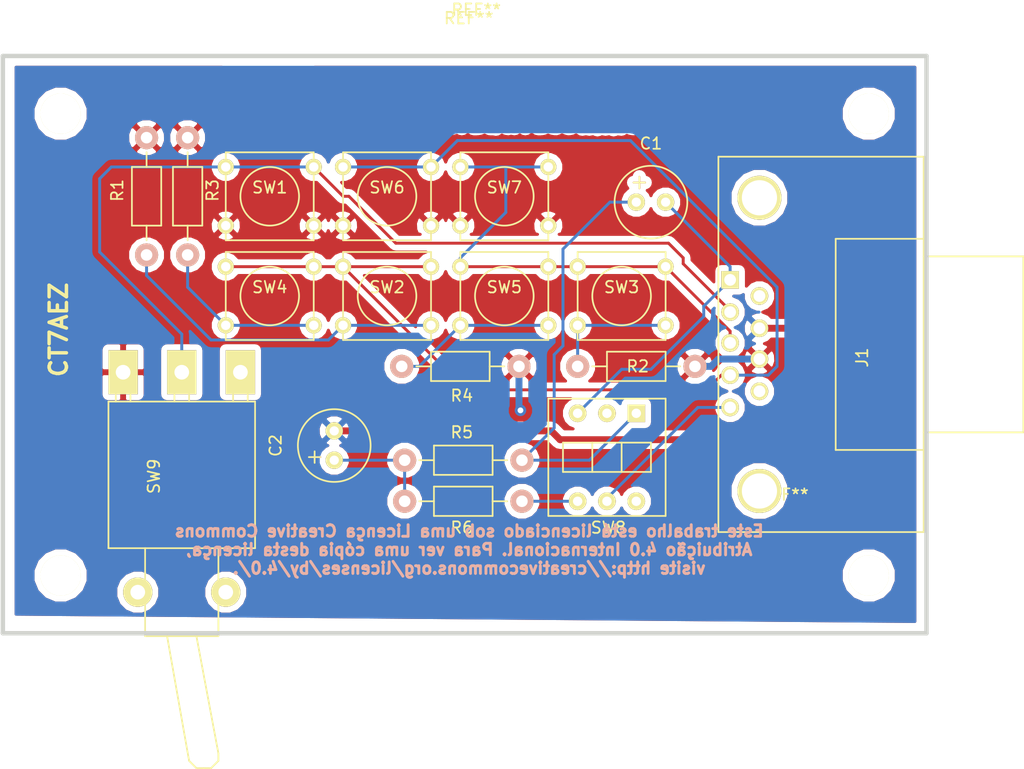
<source format=kicad_pcb>
(kicad_pcb (version 4) (host pcbnew 0.201504211001+5616~22~ubuntu14.04.1-product)

  (general
    (links 43)
    (no_connects 0)
    (area 109.024 44.1886 198.141001 111.273001)
    (thickness 1.6)
    (drawings 2)
    (tracks 87)
    (zones 0)
    (modules 21)
    (nets 15)
  )

  (page A4)
  (title_block
    (title "PF Exention")
    (date "Qui 23 Abr 2015")
    (rev 1)
    (company "by CT7AEZ")
    (comment 1 "visite http://creativecommons.org/licenses/by/4.0/.")
    (comment 2 "Atribuição 4.0 Internacional. Para ver uma cópia desta licença, ")
    (comment 3 "Este trabalho está licenciado sob uma Licença Creative Commons")
  )

  (layers
    (0 F.Cu signal)
    (31 B.Cu signal)
    (32 B.Adhes user hide)
    (33 F.Adhes user hide)
    (34 B.Paste user hide)
    (35 F.Paste user hide)
    (36 B.SilkS user)
    (37 F.SilkS user)
    (38 B.Mask user)
    (39 F.Mask user)
    (40 Dwgs.User user)
    (41 Cmts.User user hide)
    (42 Eco1.User user hide)
    (43 Eco2.User user hide)
    (44 Edge.Cuts user)
    (45 Margin user)
    (46 B.CrtYd user hide)
    (47 F.CrtYd user hide)
    (48 B.Fab user)
    (49 F.Fab user)
  )

  (setup
    (last_trace_width 0.254)
    (trace_clearance 0.2)
    (zone_clearance 0.508)
    (zone_45_only no)
    (trace_min 0.2)
    (segment_width 0.2)
    (edge_width 0.1)
    (via_size 1)
    (via_drill 0.5)
    (via_min_size 0.4)
    (via_min_drill 0.3)
    (uvia_size 0.3)
    (uvia_drill 0.1)
    (uvias_allowed no)
    (uvia_min_size 0.2)
    (uvia_min_drill 0.1)
    (pcb_text_width 0.3)
    (pcb_text_size 1.5 1.5)
    (mod_edge_width 0.15)
    (mod_text_size 1 1)
    (mod_text_width 0.15)
    (pad_size 1.5 1.5)
    (pad_drill 0.6)
    (pad_to_mask_clearance 0)
    (aux_axis_origin 0 0)
    (visible_elements FFFFFF7F)
    (pcbplotparams
      (layerselection 0x00030_80000001)
      (usegerberextensions false)
      (excludeedgelayer true)
      (linewidth 0.100000)
      (plotframeref false)
      (viasonmask false)
      (mode 1)
      (useauxorigin false)
      (hpglpennumber 1)
      (hpglpenspeed 20)
      (hpglpendiameter 15)
      (hpglpenoverlay 2)
      (psnegative false)
      (psa4output false)
      (plotreference true)
      (plotvalue true)
      (plotinvisibletext false)
      (padsonsilk false)
      (subtractmaskfromsilk false)
      (outputformat 1)
      (mirror false)
      (drillshape 1)
      (scaleselection 1)
      (outputdirectory ""))
  )

  (net 0 "")
  (net 1 /MICCN1_MIC)
  (net 2 /MIC_ELECT)
  (net 3 GNDA)
  (net 4 "Net-(C2-Pad1)")
  (net 5 /MICCN2_PTT)
  (net 6 /MICCN3_DOWN)
  (net 7 /MICCN4_UP)
  (net 8 /MICCN5_8V)
  (net 9 GND)
  (net 10 "Net-(R1-Pad1)")
  (net 11 "Net-(R2-Pad1)")
  (net 12 "Net-(R3-Pad1)")
  (net 13 "Net-(R4-Pad1)")
  (net 14 /MICCN5_8V_PWRSW)

  (net_class Default "Esta é a classe de net default."
    (clearance 0.2)
    (trace_width 0.254)
    (via_dia 1)
    (via_drill 0.5)
    (uvia_dia 0.3)
    (uvia_drill 0.1)
    (add_net /MICCN1_MIC)
    (add_net /MICCN2_PTT)
    (add_net /MICCN3_DOWN)
    (add_net /MICCN4_UP)
    (add_net /MICCN5_8V)
    (add_net /MICCN5_8V_PWRSW)
    (add_net /MIC_ELECT)
    (add_net "Net-(C2-Pad1)")
    (add_net "Net-(R1-Pad1)")
    (add_net "Net-(R2-Pad1)")
    (add_net "Net-(R3-Pad1)")
    (add_net "Net-(R4-Pad1)")
  )

  (net_class PWR ""
    (clearance 0.2)
    (trace_width 0.6)
    (via_dia 1)
    (via_drill 0.5)
    (uvia_dia 0.3)
    (uvia_drill 0.1)
    (add_net GND)
    (add_net GNDA)
  )

  (module Capacitors_Elko_ThroughHole:Elko_vert_11.2x6.3mm_RM2.5 (layer F.Cu) (tedit 5454A15D) (tstamp 5530F8E1)
    (at 164.338 61.976)
    (descr "Electrolytic Capacitor, vertical, diameter 6,3mm, RM 2,5mm, radial,")
    (tags "Electrolytic Capacitor, vertical, diameter 6,3mm, RM 2,5mm, Elko, Electrolytkondensator, Kondensator gepolt, Durchmesser 6,3mm, radial,")
    (path /5526C7BC)
    (fp_text reference C1 (at 1.27 -5.08) (layer F.SilkS)
      (effects (font (size 1 1) (thickness 0.15)))
    )
    (fp_text value 1u (at 1.27 5.08) (layer F.Fab)
      (effects (font (size 1 1) (thickness 0.15)))
    )
    (fp_line (start 0.26924 -2.19964) (end 0.26924 -1.19888) (layer F.SilkS) (width 0.15))
    (fp_line (start -0.23114 -1.69926) (end 0.76962 -1.69926) (layer F.SilkS) (width 0.15))
    (fp_line (start 0.26924 -1.69926) (end 0.76962 -1.69926) (layer F.Cu) (width 0.15))
    (fp_line (start 0.26924 -1.69926) (end 0.26924 -2.19964) (layer F.Cu) (width 0.15))
    (fp_line (start -0.23114 -1.69926) (end 0.26924 -1.69926) (layer F.Cu) (width 0.15))
    (fp_line (start 0.26924 -1.69926) (end 0.26924 -1.30048) (layer F.Cu) (width 0.15))
    (fp_line (start 0.26924 -1.30048) (end 0.26924 -1.19888) (layer F.Cu) (width 0.15))
    (fp_circle (center 1.27 0) (end 4.4196 0) (layer F.SilkS) (width 0.15))
    (pad 2 thru_hole circle (at 2.54 0) (size 1.50114 1.50114) (drill 0.8001) (layers *.Cu *.Mask F.SilkS)
      (net 1 /MICCN1_MIC))
    (pad 1 thru_hole circle (at 0 0) (size 1.50114 1.50114) (drill 0.8001) (layers *.Cu *.Mask F.SilkS)
      (net 2 /MIC_ELECT))
    (model Capacitors_Elko_ThroughHole.3dshapes/Elko_vert_11.2x6.3mm_RM2.5.wrl
      (at (xyz 0 0 0))
      (scale (xyz 1 1 1))
      (rotate (xyz 0 0 0))
    )
  )

  (module Capacitors_Elko_ThroughHole:Elko_vert_11.2x6.3mm_RM2.5 (layer F.Cu) (tedit 5454A15D) (tstamp 5530F8E7)
    (at 138.176 84.328 90)
    (descr "Electrolytic Capacitor, vertical, diameter 6,3mm, RM 2,5mm, radial,")
    (tags "Electrolytic Capacitor, vertical, diameter 6,3mm, RM 2,5mm, Elko, Electrolytkondensator, Kondensator gepolt, Durchmesser 6,3mm, radial,")
    (path /5526C7E3)
    (fp_text reference C2 (at 1.27 -5.08 90) (layer F.SilkS)
      (effects (font (size 1 1) (thickness 0.15)))
    )
    (fp_text value 10u (at 1.27 5.08 90) (layer F.Fab)
      (effects (font (size 1 1) (thickness 0.15)))
    )
    (fp_line (start 0.26924 -2.19964) (end 0.26924 -1.19888) (layer F.SilkS) (width 0.15))
    (fp_line (start -0.23114 -1.69926) (end 0.76962 -1.69926) (layer F.SilkS) (width 0.15))
    (fp_line (start 0.26924 -1.69926) (end 0.76962 -1.69926) (layer F.Cu) (width 0.15))
    (fp_line (start 0.26924 -1.69926) (end 0.26924 -2.19964) (layer F.Cu) (width 0.15))
    (fp_line (start -0.23114 -1.69926) (end 0.26924 -1.69926) (layer F.Cu) (width 0.15))
    (fp_line (start 0.26924 -1.69926) (end 0.26924 -1.30048) (layer F.Cu) (width 0.15))
    (fp_line (start 0.26924 -1.30048) (end 0.26924 -1.19888) (layer F.Cu) (width 0.15))
    (fp_circle (center 1.27 0) (end 4.4196 0) (layer F.SilkS) (width 0.15))
    (pad 2 thru_hole circle (at 2.54 0 90) (size 1.50114 1.50114) (drill 0.8001) (layers *.Cu *.Mask F.SilkS)
      (net 3 GNDA))
    (pad 1 thru_hole circle (at 0 0 90) (size 1.50114 1.50114) (drill 0.8001) (layers *.Cu *.Mask F.SilkS)
      (net 4 "Net-(C2-Pad1)"))
    (model Capacitors_Elko_ThroughHole.3dshapes/Elko_vert_11.2x6.3mm_RM2.5.wrl
      (at (xyz 0 0 0))
      (scale (xyz 1 1 1))
      (rotate (xyz 0 0 0))
    )
  )

  (module Connect:DB9FC (layer F.Cu) (tedit 0) (tstamp 5530F8F6)
    (at 173.736 74.168 270)
    (descr "Connecteur DB9 femelle couche")
    (tags "CONN DB9")
    (path /5526B643)
    (fp_text reference J1 (at 1.27 -10.16 270) (layer F.SilkS)
      (effects (font (size 1 1) (thickness 0.15)))
    )
    (fp_text value DB9 (at 1.27 -3.81 270) (layer F.Fab)
      (effects (font (size 1 1) (thickness 0.15)))
    )
    (fp_line (start -16.129 2.286) (end 16.383 2.286) (layer F.SilkS) (width 0.15))
    (fp_line (start 16.383 2.286) (end 16.383 -15.494) (layer F.SilkS) (width 0.15))
    (fp_line (start 16.383 -15.494) (end -16.129 -15.494) (layer F.SilkS) (width 0.15))
    (fp_line (start -16.129 -15.494) (end -16.129 2.286) (layer F.SilkS) (width 0.15))
    (fp_line (start -9.017 -15.494) (end -9.017 -7.874) (layer F.SilkS) (width 0.15))
    (fp_line (start -9.017 -7.874) (end 9.271 -7.874) (layer F.SilkS) (width 0.15))
    (fp_line (start 9.271 -7.874) (end 9.271 -15.494) (layer F.SilkS) (width 0.15))
    (fp_line (start -7.493 -15.494) (end -7.493 -24.13) (layer F.SilkS) (width 0.15))
    (fp_line (start -7.493 -24.13) (end 7.747 -24.13) (layer F.SilkS) (width 0.15))
    (fp_line (start 7.747 -24.13) (end 7.747 -15.494) (layer F.SilkS) (width 0.15))
    (pad "" thru_hole circle (at 12.827 -1.27 270) (size 3.81 3.81) (drill 3.048) (layers *.Cu *.Mask F.SilkS))
    (pad "" thru_hole circle (at -12.573 -1.27 270) (size 3.81 3.81) (drill 3.048) (layers *.Cu *.Mask F.SilkS))
    (pad 1 thru_hole rect (at -5.461 1.27 270) (size 1.524 1.524) (drill 1.016) (layers *.Cu *.Mask F.SilkS)
      (net 1 /MICCN1_MIC))
    (pad 2 thru_hole circle (at -2.667 1.27 270) (size 1.524 1.524) (drill 1.016) (layers *.Cu *.Mask F.SilkS)
      (net 5 /MICCN2_PTT))
    (pad 3 thru_hole circle (at 0 1.27 270) (size 1.524 1.524) (drill 1.016) (layers *.Cu *.Mask F.SilkS)
      (net 6 /MICCN3_DOWN))
    (pad 4 thru_hole circle (at 2.794 1.27 270) (size 1.524 1.524) (drill 1.016) (layers *.Cu *.Mask F.SilkS)
      (net 7 /MICCN4_UP))
    (pad 5 thru_hole circle (at 5.588 1.27 270) (size 1.524 1.524) (drill 1.016) (layers *.Cu *.Mask F.SilkS)
      (net 8 /MICCN5_8V))
    (pad 6 thru_hole circle (at -4.064 -1.27 270) (size 1.524 1.524) (drill 1.016) (layers *.Cu *.Mask F.SilkS))
    (pad 7 thru_hole circle (at -1.27 -1.27 270) (size 1.524 1.524) (drill 1.016) (layers *.Cu *.Mask F.SilkS)
      (net 3 GNDA))
    (pad 8 thru_hole circle (at 1.397 -1.27 270) (size 1.524 1.524) (drill 1.016) (layers *.Cu *.Mask F.SilkS)
      (net 9 GND))
    (pad 9 thru_hole circle (at 4.191 -1.27 270) (size 1.524 1.524) (drill 1.016) (layers *.Cu *.Mask F.SilkS))
    (model Connect.3dshapes/DB9FC.wrl
      (at (xyz 0 0 0))
      (scale (xyz 1 1 1))
      (rotate (xyz 0 0 0))
    )
  )

  (module Resistors_ThroughHole:Resistor_Horizontal_RM10mm (layer F.Cu) (tedit 55391710) (tstamp 5530F8FC)
    (at 121.92 61.468 90)
    (descr "Resistor, Axial,  RM 10mm, 1/3W,")
    (tags "Resistor, Axial, RM 10mm, 1/3W,")
    (path /5526B110)
    (fp_text reference R1 (at 0.508 -2.54 90) (layer F.SilkS)
      (effects (font (size 1 1) (thickness 0.15)))
    )
    (fp_text value 100K (at 3.81 3.81 90) (layer F.Fab)
      (effects (font (size 1 1) (thickness 0.15)))
    )
    (fp_line (start -2.54 -1.27) (end 2.54 -1.27) (layer F.SilkS) (width 0.15))
    (fp_line (start 2.54 -1.27) (end 2.54 1.27) (layer F.SilkS) (width 0.15))
    (fp_line (start 2.54 1.27) (end -2.54 1.27) (layer F.SilkS) (width 0.15))
    (fp_line (start -2.54 1.27) (end -2.54 -1.27) (layer F.SilkS) (width 0.15))
    (fp_line (start -2.54 0) (end -3.81 0) (layer F.SilkS) (width 0.15))
    (fp_line (start 2.54 0) (end 3.81 0) (layer F.SilkS) (width 0.15))
    (pad 1 thru_hole circle (at -5.08 0 90) (size 1.99898 1.99898) (drill 1.00076) (layers *.Cu *.SilkS *.Mask)
      (net 10 "Net-(R1-Pad1)"))
    (pad 2 thru_hole circle (at 5.08 0 90) (size 1.99898 1.99898) (drill 1.00076) (layers *.Cu *.SilkS *.Mask)
      (net 9 GND))
    (model Resistors_ThroughHole.3dshapes/Resistor_Horizontal_RM10mm.wrl
      (at (xyz 0 0 0))
      (scale (xyz 0.4 0.4 0.4))
      (rotate (xyz 0 0 0))
    )
  )

  (module Resistors_ThroughHole:Resistor_Horizontal_RM10mm (layer F.Cu) (tedit 5539174B) (tstamp 5530F902)
    (at 164.338 76.2)
    (descr "Resistor, Axial,  RM 10mm, 1/3W,")
    (tags "Resistor, Axial, RM 10mm, 1/3W,")
    (path /5526B179)
    (fp_text reference R2 (at 0.127 0) (layer F.SilkS)
      (effects (font (size 1 1) (thickness 0.15)))
    )
    (fp_text value 100K (at 3.81 3.81) (layer F.Fab)
      (effects (font (size 1 1) (thickness 0.15)))
    )
    (fp_line (start -2.54 -1.27) (end 2.54 -1.27) (layer F.SilkS) (width 0.15))
    (fp_line (start 2.54 -1.27) (end 2.54 1.27) (layer F.SilkS) (width 0.15))
    (fp_line (start 2.54 1.27) (end -2.54 1.27) (layer F.SilkS) (width 0.15))
    (fp_line (start -2.54 1.27) (end -2.54 -1.27) (layer F.SilkS) (width 0.15))
    (fp_line (start -2.54 0) (end -3.81 0) (layer F.SilkS) (width 0.15))
    (fp_line (start 2.54 0) (end 3.81 0) (layer F.SilkS) (width 0.15))
    (pad 1 thru_hole circle (at -5.08 0) (size 1.99898 1.99898) (drill 1.00076) (layers *.Cu *.SilkS *.Mask)
      (net 11 "Net-(R2-Pad1)"))
    (pad 2 thru_hole circle (at 5.08 0) (size 1.99898 1.99898) (drill 1.00076) (layers *.Cu *.SilkS *.Mask)
      (net 9 GND))
    (model Resistors_ThroughHole.3dshapes/Resistor_Horizontal_RM10mm.wrl
      (at (xyz 0 0 0))
      (scale (xyz 0.4 0.4 0.4))
      (rotate (xyz 0 0 0))
    )
  )

  (module Resistors_ThroughHole:Resistor_Horizontal_RM10mm (layer F.Cu) (tedit 55391708) (tstamp 5530F908)
    (at 125.476 61.468 90)
    (descr "Resistor, Axial,  RM 10mm, 1/3W,")
    (tags "Resistor, Axial, RM 10mm, 1/3W,")
    (path /5526B159)
    (fp_text reference R3 (at 0.508 2.159 90) (layer F.SilkS)
      (effects (font (size 1 1) (thickness 0.15)))
    )
    (fp_text value 22K (at 3.81 3.81 90) (layer F.Fab)
      (effects (font (size 1 1) (thickness 0.15)))
    )
    (fp_line (start -2.54 -1.27) (end 2.54 -1.27) (layer F.SilkS) (width 0.15))
    (fp_line (start 2.54 -1.27) (end 2.54 1.27) (layer F.SilkS) (width 0.15))
    (fp_line (start 2.54 1.27) (end -2.54 1.27) (layer F.SilkS) (width 0.15))
    (fp_line (start -2.54 1.27) (end -2.54 -1.27) (layer F.SilkS) (width 0.15))
    (fp_line (start -2.54 0) (end -3.81 0) (layer F.SilkS) (width 0.15))
    (fp_line (start 2.54 0) (end 3.81 0) (layer F.SilkS) (width 0.15))
    (pad 1 thru_hole circle (at -5.08 0 90) (size 1.99898 1.99898) (drill 1.00076) (layers *.Cu *.SilkS *.Mask)
      (net 12 "Net-(R3-Pad1)"))
    (pad 2 thru_hole circle (at 5.08 0 90) (size 1.99898 1.99898) (drill 1.00076) (layers *.Cu *.SilkS *.Mask)
      (net 9 GND))
    (model Resistors_ThroughHole.3dshapes/Resistor_Horizontal_RM10mm.wrl
      (at (xyz 0 0 0))
      (scale (xyz 0.4 0.4 0.4))
      (rotate (xyz 0 0 0))
    )
  )

  (module Resistors_ThroughHole:Resistor_Horizontal_RM10mm (layer F.Cu) (tedit 55391754) (tstamp 5530F90E)
    (at 149.098 76.2)
    (descr "Resistor, Axial,  RM 10mm, 1/3W,")
    (tags "Resistor, Axial, RM 10mm, 1/3W,")
    (path /5526B1B0)
    (fp_text reference R4 (at 0.127 2.54) (layer F.SilkS)
      (effects (font (size 1 1) (thickness 0.15)))
    )
    (fp_text value 22K (at 3.81 3.81) (layer F.Fab)
      (effects (font (size 1 1) (thickness 0.15)))
    )
    (fp_line (start -2.54 -1.27) (end 2.54 -1.27) (layer F.SilkS) (width 0.15))
    (fp_line (start 2.54 -1.27) (end 2.54 1.27) (layer F.SilkS) (width 0.15))
    (fp_line (start 2.54 1.27) (end -2.54 1.27) (layer F.SilkS) (width 0.15))
    (fp_line (start -2.54 1.27) (end -2.54 -1.27) (layer F.SilkS) (width 0.15))
    (fp_line (start -2.54 0) (end -3.81 0) (layer F.SilkS) (width 0.15))
    (fp_line (start 2.54 0) (end 3.81 0) (layer F.SilkS) (width 0.15))
    (pad 1 thru_hole circle (at -5.08 0) (size 1.99898 1.99898) (drill 1.00076) (layers *.Cu *.SilkS *.Mask)
      (net 13 "Net-(R4-Pad1)"))
    (pad 2 thru_hole circle (at 5.08 0) (size 1.99898 1.99898) (drill 1.00076) (layers *.Cu *.SilkS *.Mask)
      (net 9 GND))
    (model Resistors_ThroughHole.3dshapes/Resistor_Horizontal_RM10mm.wrl
      (at (xyz 0 0 0))
      (scale (xyz 0.4 0.4 0.4))
      (rotate (xyz 0 0 0))
    )
  )

  (module Resistors_ThroughHole:Resistor_Horizontal_RM10mm (layer F.Cu) (tedit 55391728) (tstamp 5530F914)
    (at 149.352 84.328)
    (descr "Resistor, Axial,  RM 10mm, 1/3W,")
    (tags "Resistor, Axial, RM 10mm, 1/3W,")
    (path /5526C809)
    (fp_text reference R5 (at -0.127 -2.413) (layer F.SilkS)
      (effects (font (size 1 1) (thickness 0.15)))
    )
    (fp_text value 15K (at 3.81 3.81) (layer F.Fab)
      (effects (font (size 1 1) (thickness 0.15)))
    )
    (fp_line (start -2.54 -1.27) (end 2.54 -1.27) (layer F.SilkS) (width 0.15))
    (fp_line (start 2.54 -1.27) (end 2.54 1.27) (layer F.SilkS) (width 0.15))
    (fp_line (start 2.54 1.27) (end -2.54 1.27) (layer F.SilkS) (width 0.15))
    (fp_line (start -2.54 1.27) (end -2.54 -1.27) (layer F.SilkS) (width 0.15))
    (fp_line (start -2.54 0) (end -3.81 0) (layer F.SilkS) (width 0.15))
    (fp_line (start 2.54 0) (end 3.81 0) (layer F.SilkS) (width 0.15))
    (pad 1 thru_hole circle (at -5.08 0) (size 1.99898 1.99898) (drill 1.00076) (layers *.Cu *.SilkS *.Mask)
      (net 4 "Net-(C2-Pad1)"))
    (pad 2 thru_hole circle (at 5.08 0) (size 1.99898 1.99898) (drill 1.00076) (layers *.Cu *.SilkS *.Mask)
      (net 2 /MIC_ELECT))
    (model Resistors_ThroughHole.3dshapes/Resistor_Horizontal_RM10mm.wrl
      (at (xyz 0 0 0))
      (scale (xyz 0.4 0.4 0.4))
      (rotate (xyz 0 0 0))
    )
  )

  (module Resistors_ThroughHole:Resistor_Horizontal_RM10mm (layer F.Cu) (tedit 55391722) (tstamp 5530F91A)
    (at 149.352 87.884 180)
    (descr "Resistor, Axial,  RM 10mm, 1/3W,")
    (tags "Resistor, Axial, RM 10mm, 1/3W,")
    (path /5526C836)
    (fp_text reference R6 (at 0.127 -2.286 180) (layer F.SilkS)
      (effects (font (size 1 1) (thickness 0.15)))
    )
    (fp_text value 1K (at 3.81 3.81 180) (layer F.Fab)
      (effects (font (size 1 1) (thickness 0.15)))
    )
    (fp_line (start -2.54 -1.27) (end 2.54 -1.27) (layer F.SilkS) (width 0.15))
    (fp_line (start 2.54 -1.27) (end 2.54 1.27) (layer F.SilkS) (width 0.15))
    (fp_line (start 2.54 1.27) (end -2.54 1.27) (layer F.SilkS) (width 0.15))
    (fp_line (start -2.54 1.27) (end -2.54 -1.27) (layer F.SilkS) (width 0.15))
    (fp_line (start -2.54 0) (end -3.81 0) (layer F.SilkS) (width 0.15))
    (fp_line (start 2.54 0) (end 3.81 0) (layer F.SilkS) (width 0.15))
    (pad 1 thru_hole circle (at -5.08 0 180) (size 1.99898 1.99898) (drill 1.00076) (layers *.Cu *.SilkS *.Mask)
      (net 14 /MICCN5_8V_PWRSW))
    (pad 2 thru_hole circle (at 5.08 0 180) (size 1.99898 1.99898) (drill 1.00076) (layers *.Cu *.SilkS *.Mask)
      (net 4 "Net-(C2-Pad1)"))
    (model Resistors_ThroughHole.3dshapes/Resistor_Horizontal_RM10mm.wrl
      (at (xyz 0 0 0))
      (scale (xyz 0.4 0.4 0.4))
      (rotate (xyz 0 0 0))
    )
  )

  (module Discret:SW_PUSH_SMALL (layer F.Cu) (tedit 0) (tstamp 5530F922)
    (at 132.588 61.468)
    (path /5526AD36)
    (fp_text reference SW1 (at 0 -0.762) (layer F.SilkS)
      (effects (font (size 1 1) (thickness 0.15)))
    )
    (fp_text value PTT (at 0 1.016) (layer F.Fab)
      (effects (font (size 1 1) (thickness 0.15)))
    )
    (fp_circle (center 0 0) (end 0 -2.54) (layer F.SilkS) (width 0.15))
    (fp_line (start -3.81 -3.81) (end 3.81 -3.81) (layer F.SilkS) (width 0.15))
    (fp_line (start 3.81 -3.81) (end 3.81 3.81) (layer F.SilkS) (width 0.15))
    (fp_line (start 3.81 3.81) (end -3.81 3.81) (layer F.SilkS) (width 0.15))
    (fp_line (start -3.81 -3.81) (end -3.81 3.81) (layer F.SilkS) (width 0.15))
    (pad 1 thru_hole circle (at 3.81 -2.54) (size 1.397 1.397) (drill 0.8128) (layers *.Cu *.Mask F.SilkS)
      (net 5 /MICCN2_PTT))
    (pad 2 thru_hole circle (at 3.81 2.54) (size 1.397 1.397) (drill 0.8128) (layers *.Cu *.Mask F.SilkS)
      (net 9 GND))
    (pad 1 thru_hole circle (at -3.81 -2.54) (size 1.397 1.397) (drill 0.8128) (layers *.Cu *.Mask F.SilkS)
      (net 5 /MICCN2_PTT))
    (pad 2 thru_hole circle (at -3.81 2.54) (size 1.397 1.397) (drill 0.8128) (layers *.Cu *.Mask F.SilkS)
      (net 9 GND))
  )

  (module Discret:SW_PUSH_SMALL (layer F.Cu) (tedit 0) (tstamp 5530F92A)
    (at 142.748 70.104)
    (path /5526ABAF)
    (fp_text reference SW2 (at 0 -0.762) (layer F.SilkS)
      (effects (font (size 1 1) (thickness 0.15)))
    )
    (fp_text value PF2 (at 0 1.016) (layer F.Fab)
      (effects (font (size 1 1) (thickness 0.15)))
    )
    (fp_circle (center 0 0) (end 0 -2.54) (layer F.SilkS) (width 0.15))
    (fp_line (start -3.81 -3.81) (end 3.81 -3.81) (layer F.SilkS) (width 0.15))
    (fp_line (start 3.81 -3.81) (end 3.81 3.81) (layer F.SilkS) (width 0.15))
    (fp_line (start 3.81 3.81) (end -3.81 3.81) (layer F.SilkS) (width 0.15))
    (fp_line (start -3.81 -3.81) (end -3.81 3.81) (layer F.SilkS) (width 0.15))
    (pad 1 thru_hole circle (at 3.81 -2.54) (size 1.397 1.397) (drill 0.8128) (layers *.Cu *.Mask F.SilkS)
      (net 7 /MICCN4_UP))
    (pad 2 thru_hole circle (at 3.81 2.54) (size 1.397 1.397) (drill 0.8128) (layers *.Cu *.Mask F.SilkS)
      (net 10 "Net-(R1-Pad1)"))
    (pad 1 thru_hole circle (at -3.81 -2.54) (size 1.397 1.397) (drill 0.8128) (layers *.Cu *.Mask F.SilkS)
      (net 7 /MICCN4_UP))
    (pad 2 thru_hole circle (at -3.81 2.54) (size 1.397 1.397) (drill 0.8128) (layers *.Cu *.Mask F.SilkS)
      (net 10 "Net-(R1-Pad1)"))
  )

  (module Discret:SW_PUSH_SMALL (layer F.Cu) (tedit 0) (tstamp 5530F932)
    (at 163.068 70.104)
    (path /5526AC5A)
    (fp_text reference SW3 (at 0 -0.762) (layer F.SilkS)
      (effects (font (size 1 1) (thickness 0.15)))
    )
    (fp_text value PF4 (at 0 1.016) (layer F.Fab)
      (effects (font (size 1 1) (thickness 0.15)))
    )
    (fp_circle (center 0 0) (end 0 -2.54) (layer F.SilkS) (width 0.15))
    (fp_line (start -3.81 -3.81) (end 3.81 -3.81) (layer F.SilkS) (width 0.15))
    (fp_line (start 3.81 -3.81) (end 3.81 3.81) (layer F.SilkS) (width 0.15))
    (fp_line (start 3.81 3.81) (end -3.81 3.81) (layer F.SilkS) (width 0.15))
    (fp_line (start -3.81 -3.81) (end -3.81 3.81) (layer F.SilkS) (width 0.15))
    (pad 1 thru_hole circle (at 3.81 -2.54) (size 1.397 1.397) (drill 0.8128) (layers *.Cu *.Mask F.SilkS)
      (net 6 /MICCN3_DOWN))
    (pad 2 thru_hole circle (at 3.81 2.54) (size 1.397 1.397) (drill 0.8128) (layers *.Cu *.Mask F.SilkS)
      (net 11 "Net-(R2-Pad1)"))
    (pad 1 thru_hole circle (at -3.81 -2.54) (size 1.397 1.397) (drill 0.8128) (layers *.Cu *.Mask F.SilkS)
      (net 6 /MICCN3_DOWN))
    (pad 2 thru_hole circle (at -3.81 2.54) (size 1.397 1.397) (drill 0.8128) (layers *.Cu *.Mask F.SilkS)
      (net 11 "Net-(R2-Pad1)"))
  )

  (module Discret:SW_PUSH_SMALL (layer F.Cu) (tedit 0) (tstamp 5530F93A)
    (at 132.588 70.104)
    (path /5526ABFD)
    (fp_text reference SW4 (at 0 -0.762) (layer F.SilkS)
      (effects (font (size 1 1) (thickness 0.15)))
    )
    (fp_text value PF1 (at 0 1.016) (layer F.Fab)
      (effects (font (size 1 1) (thickness 0.15)))
    )
    (fp_circle (center 0 0) (end 0 -2.54) (layer F.SilkS) (width 0.15))
    (fp_line (start -3.81 -3.81) (end 3.81 -3.81) (layer F.SilkS) (width 0.15))
    (fp_line (start 3.81 -3.81) (end 3.81 3.81) (layer F.SilkS) (width 0.15))
    (fp_line (start 3.81 3.81) (end -3.81 3.81) (layer F.SilkS) (width 0.15))
    (fp_line (start -3.81 -3.81) (end -3.81 3.81) (layer F.SilkS) (width 0.15))
    (pad 1 thru_hole circle (at 3.81 -2.54) (size 1.397 1.397) (drill 0.8128) (layers *.Cu *.Mask F.SilkS)
      (net 7 /MICCN4_UP))
    (pad 2 thru_hole circle (at 3.81 2.54) (size 1.397 1.397) (drill 0.8128) (layers *.Cu *.Mask F.SilkS)
      (net 12 "Net-(R3-Pad1)"))
    (pad 1 thru_hole circle (at -3.81 -2.54) (size 1.397 1.397) (drill 0.8128) (layers *.Cu *.Mask F.SilkS)
      (net 7 /MICCN4_UP))
    (pad 2 thru_hole circle (at -3.81 2.54) (size 1.397 1.397) (drill 0.8128) (layers *.Cu *.Mask F.SilkS)
      (net 12 "Net-(R3-Pad1)"))
  )

  (module Discret:SW_PUSH_SMALL (layer F.Cu) (tedit 0) (tstamp 5530F942)
    (at 152.908 70.104)
    (path /5526AC75)
    (fp_text reference SW5 (at 0 -0.762) (layer F.SilkS)
      (effects (font (size 1 1) (thickness 0.15)))
    )
    (fp_text value PF3 (at 0 1.016) (layer F.Fab)
      (effects (font (size 1 1) (thickness 0.15)))
    )
    (fp_circle (center 0 0) (end 0 -2.54) (layer F.SilkS) (width 0.15))
    (fp_line (start -3.81 -3.81) (end 3.81 -3.81) (layer F.SilkS) (width 0.15))
    (fp_line (start 3.81 -3.81) (end 3.81 3.81) (layer F.SilkS) (width 0.15))
    (fp_line (start 3.81 3.81) (end -3.81 3.81) (layer F.SilkS) (width 0.15))
    (fp_line (start -3.81 -3.81) (end -3.81 3.81) (layer F.SilkS) (width 0.15))
    (pad 1 thru_hole circle (at 3.81 -2.54) (size 1.397 1.397) (drill 0.8128) (layers *.Cu *.Mask F.SilkS)
      (net 6 /MICCN3_DOWN))
    (pad 2 thru_hole circle (at 3.81 2.54) (size 1.397 1.397) (drill 0.8128) (layers *.Cu *.Mask F.SilkS)
      (net 13 "Net-(R4-Pad1)"))
    (pad 1 thru_hole circle (at -3.81 -2.54) (size 1.397 1.397) (drill 0.8128) (layers *.Cu *.Mask F.SilkS)
      (net 6 /MICCN3_DOWN))
    (pad 2 thru_hole circle (at -3.81 2.54) (size 1.397 1.397) (drill 0.8128) (layers *.Cu *.Mask F.SilkS)
      (net 13 "Net-(R4-Pad1)"))
  )

  (module Discret:SW_PUSH_SMALL (layer F.Cu) (tedit 0) (tstamp 5530F94A)
    (at 142.748 61.468)
    (path /5526AC40)
    (fp_text reference SW6 (at 0 -0.762) (layer F.SilkS)
      (effects (font (size 1 1) (thickness 0.15)))
    )
    (fp_text value UP (at 0 1.016) (layer F.Fab)
      (effects (font (size 1 1) (thickness 0.15)))
    )
    (fp_circle (center 0 0) (end 0 -2.54) (layer F.SilkS) (width 0.15))
    (fp_line (start -3.81 -3.81) (end 3.81 -3.81) (layer F.SilkS) (width 0.15))
    (fp_line (start 3.81 -3.81) (end 3.81 3.81) (layer F.SilkS) (width 0.15))
    (fp_line (start 3.81 3.81) (end -3.81 3.81) (layer F.SilkS) (width 0.15))
    (fp_line (start -3.81 -3.81) (end -3.81 3.81) (layer F.SilkS) (width 0.15))
    (pad 1 thru_hole circle (at 3.81 -2.54) (size 1.397 1.397) (drill 0.8128) (layers *.Cu *.Mask F.SilkS)
      (net 7 /MICCN4_UP))
    (pad 2 thru_hole circle (at 3.81 2.54) (size 1.397 1.397) (drill 0.8128) (layers *.Cu *.Mask F.SilkS)
      (net 9 GND))
    (pad 1 thru_hole circle (at -3.81 -2.54) (size 1.397 1.397) (drill 0.8128) (layers *.Cu *.Mask F.SilkS)
      (net 7 /MICCN4_UP))
    (pad 2 thru_hole circle (at -3.81 2.54) (size 1.397 1.397) (drill 0.8128) (layers *.Cu *.Mask F.SilkS)
      (net 9 GND))
  )

  (module Discret:SW_PUSH_SMALL (layer F.Cu) (tedit 0) (tstamp 5530F952)
    (at 152.908 61.468)
    (path /5526ACED)
    (fp_text reference SW7 (at 0 -0.762) (layer F.SilkS)
      (effects (font (size 1 1) (thickness 0.15)))
    )
    (fp_text value DOWN (at 0 1.016) (layer F.Fab)
      (effects (font (size 1 1) (thickness 0.15)))
    )
    (fp_circle (center 0 0) (end 0 -2.54) (layer F.SilkS) (width 0.15))
    (fp_line (start -3.81 -3.81) (end 3.81 -3.81) (layer F.SilkS) (width 0.15))
    (fp_line (start 3.81 -3.81) (end 3.81 3.81) (layer F.SilkS) (width 0.15))
    (fp_line (start 3.81 3.81) (end -3.81 3.81) (layer F.SilkS) (width 0.15))
    (fp_line (start -3.81 -3.81) (end -3.81 3.81) (layer F.SilkS) (width 0.15))
    (pad 1 thru_hole circle (at 3.81 -2.54) (size 1.397 1.397) (drill 0.8128) (layers *.Cu *.Mask F.SilkS)
      (net 6 /MICCN3_DOWN))
    (pad 2 thru_hole circle (at 3.81 2.54) (size 1.397 1.397) (drill 0.8128) (layers *.Cu *.Mask F.SilkS)
      (net 9 GND))
    (pad 1 thru_hole circle (at -3.81 -2.54) (size 1.397 1.397) (drill 0.8128) (layers *.Cu *.Mask F.SilkS)
      (net 6 /MICCN3_DOWN))
    (pad 2 thru_hole circle (at -3.81 2.54) (size 1.397 1.397) (drill 0.8128) (layers *.Cu *.Mask F.SilkS)
      (net 9 GND))
  )

  (module Discret:swdip3 (layer F.Cu) (tedit 55391737) (tstamp 5530F95C)
    (at 161.798 84.074 180)
    (descr "Switch Dil 3 elements")
    (tags "SWITCH DEV")
    (path /552AB01B)
    (fp_text reference SW8 (at -0.127 -6.096 180) (layer F.SilkS)
      (effects (font (size 1 1) (thickness 0.15)))
    )
    (fp_text value MIC_EXT_PWR (at 0 -6.35 180) (layer F.Fab)
      (effects (font (size 1 1) (thickness 0.15)))
    )
    (fp_line (start -3.81 1.27) (end -3.81 -1.27) (layer F.SilkS) (width 0.15))
    (fp_line (start -3.81 -1.27) (end 3.81 -1.27) (layer F.SilkS) (width 0.15))
    (fp_line (start 3.81 -1.27) (end 3.81 1.27) (layer F.SilkS) (width 0.15))
    (fp_line (start 3.81 1.27) (end -3.81 1.27) (layer F.SilkS) (width 0.15))
    (fp_line (start -5.08 -5.08) (end 5.08 -5.08) (layer F.SilkS) (width 0.15))
    (fp_line (start 5.08 -5.08) (end 5.08 5.08) (layer F.SilkS) (width 0.15))
    (fp_line (start 5.08 5.08) (end -5.08 5.08) (layer F.SilkS) (width 0.15))
    (fp_line (start -5.08 5.08) (end -5.08 -5.08) (layer F.SilkS) (width 0.15))
    (fp_line (start -1.27 -1.27) (end -1.27 1.27) (layer F.SilkS) (width 0.15))
    (fp_line (start 1.27 -1.27) (end 1.27 1.27) (layer F.SilkS) (width 0.15))
    (pad 1 thru_hole rect (at -2.54 3.81 180) (size 1.524 1.524) (drill 0.8128) (layers *.Cu *.Mask F.SilkS)
      (net 2 /MIC_ELECT))
    (pad 2 thru_hole circle (at 0 3.81 180) (size 1.524 1.524) (drill 0.8128) (layers *.Cu *.Mask F.SilkS))
    (pad 3 thru_hole circle (at 2.54 3.81 180) (size 1.524 1.524) (drill 0.8128) (layers *.Cu *.Mask F.SilkS)
      (net 1 /MICCN1_MIC))
    (pad 4 thru_hole circle (at 2.54 -3.81 180) (size 1.524 1.524) (drill 0.8128) (layers *.Cu *.Mask F.SilkS)
      (net 14 /MICCN5_8V_PWRSW))
    (pad 5 thru_hole circle (at 0 -3.81 180) (size 1.524 1.524) (drill 0.8128) (layers *.Cu *.Mask F.SilkS)
      (net 8 /MICCN5_8V))
    (pad 6 thru_hole circle (at -2.54 -3.81 180) (size 1.524 1.524) (drill 0.8128) (layers *.Cu *.Mask F.SilkS))
  )

  (module Discret:SW_SPDT (layer F.Cu) (tedit 0) (tstamp 5530F965)
    (at 124.968 76.708 270)
    (descr "Switch inverseur")
    (tags "SWITCH DEV")
    (path /552A8699)
    (fp_text reference SW9 (at 9.017 2.413 450) (layer F.SilkS)
      (effects (font (size 1 1) (thickness 0.15)))
    )
    (fp_text value PTT_LOCK (at 8.89 -2.286 450) (layer F.Fab)
      (effects (font (size 1 1) (thickness 0.15)))
    )
    (fp_line (start -1.27 -5.715) (end -1.27 -5.08) (layer F.SilkS) (width 0.15))
    (fp_line (start -1.27 -5.08) (end -1.27 -4.445) (layer F.SilkS) (width 0.15))
    (fp_line (start -1.27 -4.445) (end 2.54 -4.445) (layer F.SilkS) (width 0.15))
    (fp_line (start -1.27 -5.715) (end 2.54 -5.715) (layer F.SilkS) (width 0.15))
    (fp_line (start 2.54 -0.635) (end -1.27 -0.635) (layer F.SilkS) (width 0.15))
    (fp_line (start -1.27 -0.635) (end -1.27 0.635) (layer F.SilkS) (width 0.15))
    (fp_line (start -1.27 0.635) (end 2.54 0.635) (layer F.SilkS) (width 0.15))
    (fp_line (start 2.54 4.445) (end -1.27 4.445) (layer F.SilkS) (width 0.15))
    (fp_line (start -1.27 4.445) (end -1.27 5.715) (layer F.SilkS) (width 0.15))
    (fp_line (start -1.27 5.715) (end 2.54 5.715) (layer F.SilkS) (width 0.15))
    (fp_line (start 2.54 -6.35) (end 2.54 6.35) (layer F.SilkS) (width 0.15))
    (fp_line (start 2.54 6.35) (end 15.24 6.35) (layer F.SilkS) (width 0.15))
    (fp_line (start 15.24 6.35) (end 15.24 -6.35) (layer F.SilkS) (width 0.15))
    (fp_line (start 15.24 -6.35) (end 2.54 -6.35) (layer F.SilkS) (width 0.15))
    (fp_line (start 15.24 -3.175) (end 22.86 -3.175) (layer F.SilkS) (width 0.15))
    (fp_line (start 22.86 -3.175) (end 22.86 3.175) (layer F.SilkS) (width 0.15))
    (fp_line (start 22.86 3.175) (end 15.24 3.175) (layer F.SilkS) (width 0.15))
    (fp_line (start 22.86 -1.27) (end 33.02 -3.175) (layer F.SilkS) (width 0.15))
    (fp_line (start 33.02 -3.175) (end 33.655 -3.175) (layer F.SilkS) (width 0.15))
    (fp_line (start 33.655 -3.175) (end 34.29 -2.54) (layer F.SilkS) (width 0.15))
    (fp_line (start 34.29 -2.54) (end 34.29 -1.905) (layer F.SilkS) (width 0.15))
    (fp_line (start 34.29 -1.905) (end 34.29 -1.27) (layer F.SilkS) (width 0.15))
    (fp_line (start 34.29 -1.27) (end 33.655 -0.635) (layer F.SilkS) (width 0.15))
    (fp_line (start 33.655 -0.635) (end 22.86 1.27) (layer F.SilkS) (width 0.15))
    (pad 2 thru_hole rect (at 0 0 270) (size 3.81 2.54) (drill 1.27) (layers *.Cu *.Mask F.SilkS)
      (net 5 /MICCN2_PTT))
    (pad 1 thru_hole rect (at 0 -5.08 270) (size 3.81 2.54) (drill 1.27) (layers *.Cu *.Mask F.SilkS))
    (pad 3 thru_hole rect (at 0 5.08 270) (size 3.81 2.54) (drill 1.27) (layers *.Cu *.Mask F.SilkS)
      (net 9 GND))
    (pad H1 thru_hole circle (at 19.05 -3.81 270) (size 2.54 2.54) (drill 1.27) (layers *.Cu *.Mask F.SilkS))
    (pad H2 thru_hole circle (at 19.05 3.81 270) (size 2.54 2.54) (drill 1.27) (layers *.Cu *.Mask F.SilkS))
  )

  (module EuroBoard_Outline:EuroBoard_viertel_Type-I_80mmX50mm_holes (layer F.Cu) (tedit 0) (tstamp 55390F07)
    (at 109.474 99.314)
    (descr "Outline, Eurocard 1/4, Type I,  80x50mm, with holes 3,5mm,")
    (tags "Outline, Eurocard 1/4, Type I, 80x50mm, with holes 3,5mm,")
    (fp_text reference REF** (at 41.00068 -54.0004) (layer F.SilkS)
      (effects (font (size 1 1) (thickness 0.15)))
    )
    (fp_text value EuroBoard_viertel_Type-I_80mmX50mm_holes (at 41.9989 5.00126) (layer F.Fab)
      (effects (font (size 1 1) (thickness 0.15)))
    )
    (fp_line (start 0 0) (end 0 -49.9999) (layer Edge.Cuts) (width 0.381))
    (fp_line (start 0 -49.9999) (end 79.99984 -49.9999) (layer Edge.Cuts) (width 0.381))
    (fp_line (start 79.99984 -49.9999) (end 79.99984 0) (layer Edge.Cuts) (width 0.381))
    (fp_line (start 79.99984 0) (end 0 0) (layer Edge.Cuts) (width 0.381))
    (pad "" np_thru_hole circle (at 5.00126 -5.00126) (size 3.50012 3.50012) (drill 3.50012) (layers *.Cu *.Mask F.SilkS))
    (pad "" np_thru_hole circle (at 5.00126 -45.00118) (size 3.50012 3.50012) (drill 3.50012) (layers *.Cu *.Mask F.SilkS))
    (pad "" np_thru_hole circle (at 75.00112 -45.00118) (size 3.50012 3.50012) (drill 3.50012) (layers *.Cu *.Mask F.SilkS))
    (pad "" np_thru_hole circle (at 75.00112 -5.00126) (size 3.50012 3.50012) (drill 3.50012) (layers *.Cu *.Mask F.SilkS))
  )

  (module Symbols:Symbol_CreativeCommons_CopperTop_Type2_Small (layer F.Cu) (tedit 0) (tstamp 553917EE)
    (at 176.53 94.615)
    (descr "Symbol, Creative Commons, CopperTop, Type 2, Small,")
    (tags "Symbol, Creative Commons, CopperTop, Type 2, Small,")
    (fp_text reference REF** (at 0.59944 -7.29996) (layer F.SilkS)
      (effects (font (size 1 1) (thickness 0.15)))
    )
    (fp_text value Symbol_CreativeCommons_CopperTop_Type2_Small (at 0.59944 8.001) (layer F.Fab)
      (effects (font (size 1 1) (thickness 0.15)))
    )
    (fp_line (start 1.7502 -0.9001) (end 1.65114 -0.99916) (layer F.Cu) (width 0.381))
    (fp_line (start 1.65114 -0.99916) (end 1.45048 -1.10076) (layer F.Cu) (width 0.381))
    (fp_line (start 1.45048 -1.10076) (end 1.15076 -1.10076) (layer F.Cu) (width 0.381))
    (fp_line (start 1.15076 -1.10076) (end 0.85104 -0.99916) (layer F.Cu) (width 0.381))
    (fp_line (start 0.85104 -0.99916) (end 0.65038 -0.60038) (layer F.Cu) (width 0.381))
    (fp_line (start 0.65038 -0.60038) (end 0.54878 -0.1) (layer F.Cu) (width 0.381))
    (fp_line (start 0.54878 -0.1) (end 0.54878 0.29878) (layer F.Cu) (width 0.381))
    (fp_line (start 0.54878 0.29878) (end 0.74944 0.7001) (layer F.Cu) (width 0.381))
    (fp_line (start 0.74944 0.7001) (end 1.15076 0.90076) (layer F.Cu) (width 0.381))
    (fp_line (start 1.15076 0.90076) (end 1.34888 0.90076) (layer F.Cu) (width 0.381))
    (fp_line (start 1.34888 0.90076) (end 1.65114 0.90076) (layer F.Cu) (width 0.381))
    (fp_line (start 1.65114 0.90076) (end 1.7502 0.7001) (layer F.Cu) (width 0.381))
    (fp_line (start -0.24878 -0.9001) (end -0.35038 -0.99916) (layer F.Cu) (width 0.381))
    (fp_line (start -0.35038 -0.99916) (end -0.6501 -1.10076) (layer F.Cu) (width 0.381))
    (fp_line (start -0.6501 -1.10076) (end -1.04888 -0.99916) (layer F.Cu) (width 0.381))
    (fp_line (start -1.04888 -0.99916) (end -1.35114 -0.80104) (layer F.Cu) (width 0.381))
    (fp_line (start -1.35114 -0.80104) (end -1.4502 -0.39972) (layer F.Cu) (width 0.381))
    (fp_line (start -1.4502 -0.39972) (end -1.4502 -0.00094) (layer F.Cu) (width 0.381))
    (fp_line (start -1.4502 -0.00094) (end -1.35114 0.49944) (layer F.Cu) (width 0.381))
    (fp_line (start -1.35114 0.49944) (end -1.15048 0.79916) (layer F.Cu) (width 0.381))
    (fp_line (start -1.15048 0.79916) (end -0.85076 0.90076) (layer F.Cu) (width 0.381))
    (fp_line (start -0.85076 0.90076) (end -0.44944 0.90076) (layer F.Cu) (width 0.381))
    (fp_line (start -0.44944 0.90076) (end -0.24878 0.7001) (layer F.Cu) (width 0.381))
    (fp_line (start 0.15 -2.59936) (end 0.05094 -2.59936) (layer F.Cu) (width 0.381))
    (fp_line (start 0.05094 -2.59936) (end -0.55104 -2.5003) (layer F.Cu) (width 0.381))
    (fp_line (start -0.55104 -2.5003) (end -1.04888 -2.29964) (layer F.Cu) (width 0.381))
    (fp_line (start -1.04888 -2.29964) (end -1.54926 -1.90086) (layer F.Cu) (width 0.381))
    (fp_line (start -1.54926 -1.90086) (end -2.04964 -1.29888) (layer F.Cu) (width 0.381))
    (fp_line (start -2.04964 -1.29888) (end -2.2503 -0.9001) (layer F.Cu) (width 0.381))
    (fp_line (start -2.2503 -0.9001) (end -2.34936 -0.39972) (layer F.Cu) (width 0.381))
    (fp_line (start -2.34936 -0.39972) (end -2.34936 0.19972) (layer F.Cu) (width 0.381))
    (fp_line (start -2.34936 0.19972) (end -2.15124 0.99982) (layer F.Cu) (width 0.381))
    (fp_line (start -2.15124 0.99982) (end -1.54926 1.70086) (layer F.Cu) (width 0.381))
    (fp_line (start -1.54926 1.70086) (end -1.04888 2.09964) (layer F.Cu) (width 0.381))
    (fp_line (start -1.04888 2.09964) (end -0.35038 2.39936) (layer F.Cu) (width 0.381))
    (fp_line (start -0.35038 2.39936) (end 0.44972 2.39936) (layer F.Cu) (width 0.381))
    (fp_line (start 0.44972 2.39936) (end 1.04916 2.20124) (layer F.Cu) (width 0.381))
    (fp_line (start 1.04916 2.20124) (end 1.65114 1.89898) (layer F.Cu) (width 0.381))
    (fp_line (start 1.65114 1.89898) (end 2.14898 1.40114) (layer F.Cu) (width 0.381))
    (fp_line (start 2.14898 1.40114) (end 2.5503 0.7001) (layer F.Cu) (width 0.381))
    (fp_line (start 2.5503 0.7001) (end 2.64936 0.10066) (layer F.Cu) (width 0.381))
    (fp_line (start 2.64936 0.10066) (end 2.64936 -0.49878) (layer F.Cu) (width 0.381))
    (fp_line (start 2.64936 -0.49878) (end 2.45124 -1.10076) (layer F.Cu) (width 0.381))
    (fp_line (start 2.45124 -1.10076) (end 2.14898 -1.60114) (layer F.Cu) (width 0.381))
    (fp_line (start 2.14898 -1.60114) (end 1.65114 -2.09898) (layer F.Cu) (width 0.381))
    (fp_line (start 1.65114 -2.09898) (end 1.15076 -2.40124) (layer F.Cu) (width 0.381))
    (fp_line (start 1.15076 -2.40124) (end 0.74944 -2.5003) (layer F.Cu) (width 0.381))
    (fp_line (start 0.74944 -2.5003) (end 0.15 -2.59936) (layer F.Cu) (width 0.381))
  )

  (module Symbols:Symbol_CreativeCommonsPublicDomain_CopperTop_Small (layer F.Cu) (tedit 0) (tstamp 55391820)
    (at 149.225 53.34)
    (descr "Symbol, Creative Commons Public Domain, CopperTop, Small,")
    (tags "Symbol, Creative Commons Public Domain, CopperTop, Small,")
    (fp_text reference REF** (at 0.59944 -7.29996) (layer F.SilkS)
      (effects (font (size 1 1) (thickness 0.15)))
    )
    (fp_text value Symbol_CreativeCommonsPublicDomain_CopperTop_Small (at 0.59944 8.001) (layer F.Fab)
      (effects (font (size 1 1) (thickness 0.15)))
    )
    (fp_line (start -13.25 -0.65) (end -14.25 1) (layer F.Cu) (width 0.381))
    (fp_line (start 23 2.5) (end 24.3 0.45) (layer F.Cu) (width 0.381))
    (fp_line (start 22.4 1.2) (end 22.05 1.15) (layer F.Cu) (width 0.381))
    (fp_line (start 22.05 1.15) (end 21.8 1.3) (layer F.Cu) (width 0.381))
    (fp_line (start 21.8 1.3) (end 21.75 1.7) (layer F.Cu) (width 0.381))
    (fp_line (start 21.75 1.7) (end 21.95 2) (layer F.Cu) (width 0.381))
    (fp_line (start 21.95 2) (end 22.15 2.1) (layer F.Cu) (width 0.381))
    (fp_line (start 22.15 2.1) (end 22.4 2.1) (layer F.Cu) (width 0.381))
    (fp_line (start 21.8 2.55) (end 22.05 2.65) (layer F.Cu) (width 0.381))
    (fp_line (start 22.05 2.65) (end 22.35 2.55) (layer F.Cu) (width 0.381))
    (fp_line (start 22.35 2.55) (end 22.5 2.25) (layer F.Cu) (width 0.381))
    (fp_line (start 22.5 2.25) (end 22.5 1.1) (layer F.Cu) (width 0.381))
    (fp_line (start 21.05 1.15) (end 20.9 1.15) (layer F.Cu) (width 0.381))
    (fp_line (start 20.9 1.15) (end 20.65 1.3) (layer F.Cu) (width 0.381))
    (fp_line (start 20.55 1.15) (end 20.55 2.2) (layer F.Cu) (width 0.381))
    (fp_line (start 19.7 1.15) (end 19.4 1.15) (layer F.Cu) (width 0.381))
    (fp_line (start 19.4 1.15) (end 19.15 1.35) (layer F.Cu) (width 0.381))
    (fp_line (start 19.15 1.35) (end 19.15 1.7) (layer F.Cu) (width 0.381))
    (fp_line (start 19.15 1.7) (end 19.25 2) (layer F.Cu) (width 0.381))
    (fp_line (start 19.25 2) (end 19.55 2.2) (layer F.Cu) (width 0.381))
    (fp_line (start 19.55 2.2) (end 19.85 2.05) (layer F.Cu) (width 0.381))
    (fp_line (start 19.85 2.05) (end 19.95 1.7) (layer F.Cu) (width 0.381))
    (fp_line (start 19.95 1.7) (end 19.95 1.45) (layer F.Cu) (width 0.381))
    (fp_line (start 19.95 1.45) (end 19.75 1.2) (layer F.Cu) (width 0.381))
    (fp_line (start 18.45 2) (end 18.45 2.15) (layer F.Cu) (width 0.381))
    (fp_line (start 17.75 1.2) (end 17.45 1.1) (layer F.Cu) (width 0.381))
    (fp_line (start 17.45 1.1) (end 17.2 1.25) (layer F.Cu) (width 0.381))
    (fp_line (start 17.2 1.25) (end 17.2 1.5) (layer F.Cu) (width 0.381))
    (fp_line (start 17.2 1.5) (end 17.5 1.65) (layer F.Cu) (width 0.381))
    (fp_line (start 17.5 1.65) (end 17.75 1.75) (layer F.Cu) (width 0.381))
    (fp_line (start 17.75 1.75) (end 17.8 2) (layer F.Cu) (width 0.381))
    (fp_line (start 17.8 2) (end 17.55 2.15) (layer F.Cu) (width 0.381))
    (fp_line (start 17.55 2.15) (end 17.3 2.2) (layer F.Cu) (width 0.381))
    (fp_line (start 17.3 2.2) (end 17.2 2.1) (layer F.Cu) (width 0.381))
    (fp_line (start 16.5 2.25) (end 16.55 1.4) (layer F.Cu) (width 0.381))
    (fp_line (start 16.55 1.4) (end 16.4 1.2) (layer F.Cu) (width 0.381))
    (fp_line (start 16.4 1.2) (end 16.2 1.2) (layer F.Cu) (width 0.381))
    (fp_line (start 16.2 1.2) (end 15.9 1.3) (layer F.Cu) (width 0.381))
    (fp_line (start 15.85 2.2) (end 15.85 1.15) (layer F.Cu) (width 0.381))
    (fp_line (start 15.15 1.25) (end 15 1.15) (layer F.Cu) (width 0.381))
    (fp_line (start 15 1.15) (end 14.75 1.15) (layer F.Cu) (width 0.381))
    (fp_line (start 14.75 1.15) (end 14.55 1.2) (layer F.Cu) (width 0.381))
    (fp_line (start 14.55 1.2) (end 14.45 1.4) (layer F.Cu) (width 0.381))
    (fp_line (start 14.45 1.4) (end 14.4 1.7) (layer F.Cu) (width 0.381))
    (fp_line (start 14.4 1.7) (end 14.45 1.9) (layer F.Cu) (width 0.381))
    (fp_line (start 14.45 1.9) (end 14.6 2.1) (layer F.Cu) (width 0.381))
    (fp_line (start 14.6 2.1) (end 14.85 2.15) (layer F.Cu) (width 0.381))
    (fp_line (start 14.85 2.15) (end 15.1 2.05) (layer F.Cu) (width 0.381))
    (fp_line (start 15.1 2.05) (end 15.2 1.8) (layer F.Cu) (width 0.381))
    (fp_line (start 15.2 1.8) (end 15.25 1.6) (layer F.Cu) (width 0.381))
    (fp_line (start 15.25 1.6) (end 15.2 1.35) (layer F.Cu) (width 0.381))
    (fp_line (start 13.8 2.2) (end 13.75 1.3) (layer F.Cu) (width 0.381))
    (fp_line (start 13.75 1.3) (end 13.6 1.15) (layer F.Cu) (width 0.381))
    (fp_line (start 13.6 1.15) (end 13.35 1.2) (layer F.Cu) (width 0.381))
    (fp_line (start 13.35 1.2) (end 13.2 1.3) (layer F.Cu) (width 0.381))
    (fp_line (start 13.15 2.25) (end 13.15 1.3) (layer F.Cu) (width 0.381))
    (fp_line (start 13.15 1.3) (end 12.95 1.15) (layer F.Cu) (width 0.381))
    (fp_line (start 12.95 1.15) (end 12.7 1.2) (layer F.Cu) (width 0.381))
    (fp_line (start 12.7 1.2) (end 12.55 1.25) (layer F.Cu) (width 0.381))
    (fp_line (start 12.45 2.2) (end 12.45 1.2) (layer F.Cu) (width 0.381))
    (fp_line (start 11.75 2.25) (end 11.75 1.35) (layer F.Cu) (width 0.381))
    (fp_line (start 11.75 1.35) (end 11.6 1.2) (layer F.Cu) (width 0.381))
    (fp_line (start 11.6 1.2) (end 11.4 1.15) (layer F.Cu) (width 0.381))
    (fp_line (start 11.4 1.15) (end 11.1 1.25) (layer F.Cu) (width 0.381))
    (fp_line (start 11.05 2.2) (end 11.05 1.35) (layer F.Cu) (width 0.381))
    (fp_line (start 11.05 1.35) (end 10.9 1.2) (layer F.Cu) (width 0.381))
    (fp_line (start 10.9 1.2) (end 10.5 1.25) (layer F.Cu) (width 0.381))
    (fp_line (start 10.45 2.2) (end 10.45 1.15) (layer F.Cu) (width 0.381))
    (fp_line (start 9.4 1.2) (end 9.2 1.2) (layer F.Cu) (width 0.381))
    (fp_line (start 9.2 1.2) (end 8.9 1.55) (layer F.Cu) (width 0.381))
    (fp_line (start 8.9 1.55) (end 9 2.05) (layer F.Cu) (width 0.381))
    (fp_line (start 9 2.05) (end 9.25 2.15) (layer F.Cu) (width 0.381))
    (fp_line (start 9.25 2.15) (end 9.5 2.1) (layer F.Cu) (width 0.381))
    (fp_line (start 9.5 2.1) (end 9.7 1.95) (layer F.Cu) (width 0.381))
    (fp_line (start 9.7 1.95) (end 9.8 1.65) (layer F.Cu) (width 0.381))
    (fp_line (start 9.8 1.65) (end 9.75 1.35) (layer F.Cu) (width 0.381))
    (fp_line (start 9.75 1.35) (end 9.55 1.2) (layer F.Cu) (width 0.381))
    (fp_line (start 8.45 1.25) (end 8.2 1.15) (layer F.Cu) (width 0.381))
    (fp_line (start 8.2 1.15) (end 7.95 1.15) (layer F.Cu) (width 0.381))
    (fp_line (start 7.95 1.15) (end 7.75 1.35) (layer F.Cu) (width 0.381))
    (fp_line (start 7.75 1.35) (end 7.65 1.75) (layer F.Cu) (width 0.381))
    (fp_line (start 7.65 1.75) (end 7.7 2) (layer F.Cu) (width 0.381))
    (fp_line (start 7.7 2) (end 7.85 2.1) (layer F.Cu) (width 0.381))
    (fp_line (start 7.85 2.1) (end 8.15 2.15) (layer F.Cu) (width 0.381))
    (fp_line (start 8.15 2.15) (end 8.35 2.05) (layer F.Cu) (width 0.381))
    (fp_line (start 7.1 2.1) (end 6.85 2.15) (layer F.Cu) (width 0.381))
    (fp_line (start 6.85 2.15) (end 6.6 2.15) (layer F.Cu) (width 0.381))
    (fp_line (start 6.6 2.15) (end 6.4 1.95) (layer F.Cu) (width 0.381))
    (fp_line (start 6.4 1.95) (end 6.35 1.6) (layer F.Cu) (width 0.381))
    (fp_line (start 6.35 1.6) (end 6.35 1.25) (layer F.Cu) (width 0.381))
    (fp_line (start 6.35 1.25) (end 6.6 1.15) (layer F.Cu) (width 0.381))
    (fp_line (start 6.6 1.15) (end 6.95 1.15) (layer F.Cu) (width 0.381))
    (fp_line (start 6.95 1.15) (end 7.15 1.35) (layer F.Cu) (width 0.381))
    (fp_line (start 7.15 1.35) (end 7.2 1.45) (layer F.Cu) (width 0.381))
    (fp_line (start 7.2 1.45) (end 6.45 1.7) (layer F.Cu) (width 0.381))
    (fp_line (start 5.1 1.1) (end 5.5 2.15) (layer F.Cu) (width 0.381))
    (fp_line (start 5.5 2.15) (end 5.85 1.15) (layer F.Cu) (width 0.381))
    (fp_line (start 4.55 1.15) (end 4.55 2.15) (layer F.Cu) (width 0.381))
    (fp_line (start 4.55 0.6) (end 4.55 0.75) (layer F.Cu) (width 0.381))
    (fp_line (start 3.4 1.15) (end 4.05 1.15) (layer F.Cu) (width 0.381))
    (fp_line (start 3.7 0.7) (end 3.7 1.95) (layer F.Cu) (width 0.381))
    (fp_line (start 3.7 1.95) (end 3.85 2.1) (layer F.Cu) (width 0.381))
    (fp_line (start 3.85 2.1) (end 4 2.15) (layer F.Cu) (width 0.381))
    (fp_line (start 2.25 1.2) (end 2.4 1.15) (layer F.Cu) (width 0.381))
    (fp_line (start 2.4 1.15) (end 2.8 1.15) (layer F.Cu) (width 0.381))
    (fp_line (start 2.8 1.15) (end 2.95 1.35) (layer F.Cu) (width 0.381))
    (fp_line (start 2.95 1.35) (end 2.95 2.2) (layer F.Cu) (width 0.381))
    (fp_line (start 2.95 2.2) (end 2.95 2.15) (layer F.Cu) (width 0.381))
    (fp_line (start 2.95 2.15) (end 2.45 2.15) (layer F.Cu) (width 0.381))
    (fp_line (start 2.45 2.15) (end 2.3 2.05) (layer F.Cu) (width 0.381))
    (fp_line (start 2.3 2.05) (end 2.25 1.8) (layer F.Cu) (width 0.381))
    (fp_line (start 2.25 1.8) (end 2.35 1.65) (layer F.Cu) (width 0.381))
    (fp_line (start 2.35 1.65) (end 2.85 1.6) (layer F.Cu) (width 0.381))
    (fp_line (start 1.6 2.1) (end 1.3 2.15) (layer F.Cu) (width 0.381))
    (fp_line (start 1.3 2.15) (end 1.05 2.15) (layer F.Cu) (width 0.381))
    (fp_line (start 1.05 2.15) (end 0.95 1.85) (layer F.Cu) (width 0.381))
    (fp_line (start 0.95 1.85) (end 0.9 1.5) (layer F.Cu) (width 0.381))
    (fp_line (start 0.9 1.5) (end 1 1.25) (layer F.Cu) (width 0.381))
    (fp_line (start 1 1.25) (end 1.2 1.15) (layer F.Cu) (width 0.381))
    (fp_line (start 1.2 1.15) (end 1.45 1.15) (layer F.Cu) (width 0.381))
    (fp_line (start 1.45 1.15) (end 1.65 1.35) (layer F.Cu) (width 0.381))
    (fp_line (start 1.65 1.35) (end 1.65 1.45) (layer F.Cu) (width 0.381))
    (fp_line (start 1.65 1.45) (end 1 1.7) (layer F.Cu) (width 0.381))
    (fp_line (start 0.55 1.15) (end 0.3 1.2) (layer F.Cu) (width 0.381))
    (fp_line (start 0.3 1.2) (end 0.1 1.35) (layer F.Cu) (width 0.381))
    (fp_line (start 0 2.15) (end 0 1.1) (layer F.Cu) (width 0.381))
    (fp_line (start -0.6 1.25) (end -0.85 1.15) (layer F.Cu) (width 0.381))
    (fp_line (start -0.85 1.15) (end -1.15 1.2) (layer F.Cu) (width 0.381))
    (fp_line (start -1.15 1.2) (end -1.35 1.6) (layer F.Cu) (width 0.381))
    (fp_line (start -1.35 1.6) (end -1.25 2) (layer F.Cu) (width 0.381))
    (fp_line (start -1.25 2) (end -0.95 2.15) (layer F.Cu) (width 0.381))
    (fp_line (start -0.95 2.15) (end -0.65 2.05) (layer F.Cu) (width 0.381))
    (fp_line (start -3.1 2.55) (end -1.8 0.55) (layer F.Cu) (width 0.381))
    (fp_line (start -4.7 2.55) (end -3.4 0.6) (layer F.Cu) (width 0.381))
    (fp_line (start -5.15 2) (end -5.2 2.15) (layer F.Cu) (width 0.381))
    (fp_line (start -5.2 1.2) (end -5.2 1.3) (layer F.Cu) (width 0.381))
    (fp_line (start -6.5 2.15) (end -6.15 2.15) (layer F.Cu) (width 0.381))
    (fp_line (start -6.15 2.15) (end -5.9 1.95) (layer F.Cu) (width 0.381))
    (fp_line (start -5.9 1.95) (end -5.8 1.65) (layer F.Cu) (width 0.381))
    (fp_line (start -5.8 1.65) (end -5.85 1.3) (layer F.Cu) (width 0.381))
    (fp_line (start -5.85 1.3) (end -6.1 1.15) (layer F.Cu) (width 0.381))
    (fp_line (start -6.1 1.15) (end -6.45 1.25) (layer F.Cu) (width 0.381))
    (fp_line (start -6.55 2.7) (end -6.55 1.15) (layer F.Cu) (width 0.381))
    (fp_line (start -7.05 1.15) (end -7.55 1.15) (layer F.Cu) (width 0.381))
    (fp_line (start -7.4 0.65) (end -7.4 2.05) (layer F.Cu) (width 0.381))
    (fp_line (start -7.4 2.05) (end -7.15 2.15) (layer F.Cu) (width 0.381))
    (fp_line (start -7.15 2.15) (end -7.05 2.15) (layer F.Cu) (width 0.381))
    (fp_line (start -8.65 1.15) (end -8.05 1.15) (layer F.Cu) (width 0.381))
    (fp_line (start -8.3 0.65) (end -8.3 2.05) (layer F.Cu) (width 0.381))
    (fp_line (start -8.3 2.05) (end -8.15 2.2) (layer F.Cu) (width 0.381))
    (fp_line (start -8.15 2.2) (end -7.95 2.2) (layer F.Cu) (width 0.381))
    (fp_line (start -9 2.25) (end -9.05 1.4) (layer F.Cu) (width 0.381))
    (fp_line (start -9.05 1.4) (end -9.15 1.2) (layer F.Cu) (width 0.381))
    (fp_line (start -9.15 1.2) (end -9.55 1.2) (layer F.Cu) (width 0.381))
    (fp_line (start -9.7 0.65) (end -9.7 2.15) (layer F.Cu) (width 0.381))
    (fp_line (start 19 -0.45) (end 18.95 -1.15) (layer F.Cu) (width 0.381))
    (fp_line (start 18.95 -1.15) (end 18.85 -1.35) (layer F.Cu) (width 0.381))
    (fp_line (start 18.85 -1.35) (end 18.7 -1.4) (layer F.Cu) (width 0.381))
    (fp_line (start 18.7 -1.4) (end 18.35 -1.35) (layer F.Cu) (width 0.381))
    (fp_line (start 18.3 -1.4) (end 18.3 -0.5) (layer F.Cu) (width 0.381))
    (fp_line (start 17.55 -1.4) (end 17.55 -0.45) (layer F.Cu) (width 0.381))
    (fp_line (start 17.55 -1.95) (end 17.55 -1.85) (layer F.Cu) (width 0.381))
    (fp_line (start 16.6 -0.95) (end 16.3 -0.95) (layer F.Cu) (width 0.381))
    (fp_line (start 16.3 -0.95) (end 16.15 -0.8) (layer F.Cu) (width 0.381))
    (fp_line (start 16.15 -0.8) (end 16.15 -0.55) (layer F.Cu) (width 0.381))
    (fp_line (start 16.15 -0.55) (end 16.35 -0.45) (layer F.Cu) (width 0.381))
    (fp_line (start 16.35 -0.45) (end 16.75 -0.5) (layer F.Cu) (width 0.381))
    (fp_line (start 16.15 -1.35) (end 16.3 -1.45) (layer F.Cu) (width 0.381))
    (fp_line (start 16.3 -1.45) (end 16.65 -1.45) (layer F.Cu) (width 0.381))
    (fp_line (start 16.65 -1.45) (end 16.8 -1.25) (layer F.Cu) (width 0.381))
    (fp_line (start 16.8 -1.25) (end 16.85 -0.4) (layer F.Cu) (width 0.381))
    (fp_line (start 15.45 -0.35) (end 15.45 -1.1) (layer F.Cu) (width 0.381))
    (fp_line (start 15.45 -1.1) (end 15.4 -1.3) (layer F.Cu) (width 0.381))
    (fp_line (start 15.4 -1.3) (end 15.3 -1.4) (layer F.Cu) (width 0.381))
    (fp_line (start 15.3 -1.4) (end 15.05 -1.4) (layer F.Cu) (width 0.381))
    (fp_line (start 15.05 -1.4) (end 14.85 -1.3) (layer F.Cu) (width 0.381))
    (fp_line (start 14.8 -0.4) (end 14.8 -1.25) (layer F.Cu) (width 0.381))
    (fp_line (start 14.8 -1.25) (end 14.7 -1.35) (layer F.Cu) (width 0.381))
    (fp_line (start 14.7 -1.35) (end 14.5 -1.4) (layer F.Cu) (width 0.381))
    (fp_line (start 14.5 -1.4) (end 14.25 -1.35) (layer F.Cu) (width 0.381))
    (fp_line (start 14.15 -0.4) (end 14.15 -1.45) (layer F.Cu) (width 0.381))
    (fp_line (start 13.1 -1.45) (end 12.85 -1.35) (layer F.Cu) (width 0.381))
    (fp_line (start 12.85 -1.35) (end 12.7 -1.05) (layer F.Cu) (width 0.381))
    (fp_line (start 12.7 -1.05) (end 12.7 -0.7) (layer F.Cu) (width 0.381))
    (fp_line (start 12.7 -0.7) (end 12.95 -0.45) (layer F.Cu) (width 0.381))
    (fp_line (start 12.95 -0.45) (end 13.25 -0.5) (layer F.Cu) (width 0.381))
    (fp_line (start 13.25 -0.5) (end 13.45 -0.75) (layer F.Cu) (width 0.381))
    (fp_line (start 13.45 -0.75) (end 13.45 -1.1) (layer F.Cu) (width 0.381))
    (fp_line (start 13.45 -1.1) (end 13.4 -1.25) (layer F.Cu) (width 0.381))
    (fp_line (start 13.4 -1.25) (end 13.2 -1.4) (layer F.Cu) (width 0.381))
    (fp_line (start 11.25 -1.95) (end 11.25 -0.45) (layer F.Cu) (width 0.381))
    (fp_line (start 11.25 -0.45) (end 11.65 -0.45) (layer F.Cu) (width 0.381))
    (fp_line (start 11.65 -0.45) (end 12 -0.7) (layer F.Cu) (width 0.381))
    (fp_line (start 12 -0.7) (end 12.1 -1.15) (layer F.Cu) (width 0.381))
    (fp_line (start 12.1 -1.15) (end 12 -1.65) (layer F.Cu) (width 0.381))
    (fp_line (start 12 -1.65) (end 11.75 -1.9) (layer F.Cu) (width 0.381))
    (fp_line (start 11.75 -1.9) (end 11.25 -1.95) (layer F.Cu) (width 0.381))
    (fp_line (start 9.45 -1.35) (end 9.2 -1.45) (layer F.Cu) (width 0.381))
    (fp_line (start 9.2 -1.45) (end 8.85 -1.4) (layer F.Cu) (width 0.381))
    (fp_line (start 8.85 -1.4) (end 8.7 -1.1) (layer F.Cu) (width 0.381))
    (fp_line (start 8.7 -1.1) (end 8.7 -0.75) (layer F.Cu) (width 0.381))
    (fp_line (start 8.7 -0.75) (end 8.85 -0.5) (layer F.Cu) (width 0.381))
    (fp_line (start 8.85 -0.5) (end 9.15 -0.45) (layer F.Cu) (width 0.381))
    (fp_line (start 9.15 -0.45) (end 9.4 -0.5) (layer F.Cu) (width 0.381))
    (fp_line (start 8.05 -1.45) (end 8.05 -0.5) (layer F.Cu) (width 0.381))
    (fp_line (start 8.05 -1.9) (end 8.05 -1.8) (layer F.Cu) (width 0.381))
    (fp_line (start 8.05 -1.8) (end 8 -1.8) (layer F.Cu) (width 0.381))
    (fp_line (start 7.25 -1.9) (end 7.25 -0.6) (layer F.Cu) (width 0.381))
    (fp_line (start 7.25 -0.6) (end 7.45 -0.45) (layer F.Cu) (width 0.381))
    (fp_line (start 5.9 -1.95) (end 5.85 -0.45) (layer F.Cu) (width 0.381))
    (fp_line (start 5.85 -0.45) (end 6.25 -0.45) (layer F.Cu) (width 0.381))
    (fp_line (start 6.25 -0.45) (end 6.5 -0.6) (layer F.Cu) (width 0.381))
    (fp_line (start 6.5 -0.6) (end 6.6 -1) (layer F.Cu) (width 0.381))
    (fp_line (start 6.6 -1) (end 6.5 -1.35) (layer F.Cu) (width 0.381))
    (fp_line (start 6.5 -1.35) (end 6.25 -1.45) (layer F.Cu) (width 0.381))
    (fp_line (start 6.25 -1.45) (end 5.95 -1.45) (layer F.Cu) (width 0.381))
    (fp_line (start 5.15 -1.45) (end 5.15 -0.45) (layer F.Cu) (width 0.381))
    (fp_line (start 4.45 -1.4) (end 4.45 -1) (layer F.Cu) (width 0.381))
    (fp_line (start 4.45 -1) (end 4.45 -0.65) (layer F.Cu) (width 0.381))
    (fp_line (start 4.45 -0.65) (end 4.6 -0.5) (layer F.Cu) (width 0.381))
    (fp_line (start 4.6 -0.5) (end 4.8 -0.45) (layer F.Cu) (width 0.381))
    (fp_line (start 4.8 -0.45) (end 5.15 -0.55) (layer F.Cu) (width 0.381))
    (fp_line (start 3 -0.45) (end 3 -1.95) (layer F.Cu) (width 0.381))
    (fp_line (start 3 -1.95) (end 3.5 -1.95) (layer F.Cu) (width 0.381))
    (fp_line (start 3.5 -1.95) (end 3.75 -1.85) (layer F.Cu) (width 0.381))
    (fp_line (start 3.75 -1.85) (end 3.85 -1.55) (layer F.Cu) (width 0.381))
    (fp_line (start 3.85 -1.55) (end 3.75 -1.3) (layer F.Cu) (width 0.381))
    (fp_line (start 3.75 -1.3) (end 3.55 -1.15) (layer F.Cu) (width 0.381))
    (fp_line (start 3.55 -1.15) (end 3.1 -1.15) (layer F.Cu) (width 0.381))
    (fp_line (start -0.05 -0.05) (end 1.3 -2.05) (layer F.Cu) (width 0.381))
    (fp_line (start -2.45 -1.95) (end -2.45 -0.45) (layer F.Cu) (width 0.381))
    (fp_line (start -2.45 -0.45) (end -2.15 -0.45) (layer F.Cu) (width 0.381))
    (fp_line (start -2.15 -0.45) (end -1.85 -0.55) (layer F.Cu) (width 0.381))
    (fp_line (start -1.85 -0.55) (end -1.65 -0.85) (layer F.Cu) (width 0.381))
    (fp_line (start -1.65 -0.85) (end -1.6 -1.2) (layer F.Cu) (width 0.381))
    (fp_line (start -1.6 -1.2) (end -1.7 -1.6) (layer F.Cu) (width 0.381))
    (fp_line (start -1.7 -1.6) (end -1.85 -1.85) (layer F.Cu) (width 0.381))
    (fp_line (start -1.85 -1.85) (end -2.2 -1.95) (layer F.Cu) (width 0.381))
    (fp_line (start -2.2 -1.95) (end -2.35 -1.95) (layer F.Cu) (width 0.381))
    (fp_line (start -3.95 -0.45) (end -3.95 -1.95) (layer F.Cu) (width 0.381))
    (fp_line (start -3.95 -1.95) (end -3.35 -1.95) (layer F.Cu) (width 0.381))
    (fp_line (start -3.35 -1.95) (end -3.15 -1.75) (layer F.Cu) (width 0.381))
    (fp_line (start -3.15 -1.75) (end -3.15 -1.55) (layer F.Cu) (width 0.381))
    (fp_line (start -3.15 -1.55) (end -3.2 -1.3) (layer F.Cu) (width 0.381))
    (fp_line (start -3.2 -1.3) (end -3.45 -1.2) (layer F.Cu) (width 0.381))
    (fp_line (start -3.45 -1.2) (end -3.95 -1.2) (layer F.Cu) (width 0.381))
    (fp_line (start -5.95 -1) (end -4.7 -1) (layer F.Cu) (width 0.381))
    (fp_line (start -6.45 -1.8) (end -6.7 -1.9) (layer F.Cu) (width 0.381))
    (fp_line (start -6.7 -1.9) (end -7.1 -1.95) (layer F.Cu) (width 0.381))
    (fp_line (start -7.1 -1.95) (end -7.45 -1.6) (layer F.Cu) (width 0.381))
    (fp_line (start -7.45 -1.6) (end -7.5 -1.2) (layer F.Cu) (width 0.381))
    (fp_line (start -7.5 -1.2) (end -7.4 -0.8) (layer F.Cu) (width 0.381))
    (fp_line (start -7.4 -0.8) (end -7.1 -0.5) (layer F.Cu) (width 0.381))
    (fp_line (start -7.1 -0.5) (end -6.8 -0.45) (layer F.Cu) (width 0.381))
    (fp_line (start -6.8 -0.45) (end -6.55 -0.6) (layer F.Cu) (width 0.381))
    (fp_line (start -8.05 -1.8) (end -8.35 -1.95) (layer F.Cu) (width 0.381))
    (fp_line (start -8.35 -1.95) (end -8.7 -1.9) (layer F.Cu) (width 0.381))
    (fp_line (start -8.7 -1.9) (end -8.95 -1.6) (layer F.Cu) (width 0.381))
    (fp_line (start -8.95 -1.6) (end -9.05 -1.15) (layer F.Cu) (width 0.381))
    (fp_line (start -9.05 -1.15) (end -8.95 -0.85) (layer F.Cu) (width 0.381))
    (fp_line (start -8.95 -0.85) (end -8.75 -0.55) (layer F.Cu) (width 0.381))
    (fp_line (start -8.75 -0.55) (end -8.4 -0.45) (layer F.Cu) (width 0.381))
    (fp_line (start -8.4 -0.45) (end -8.05 -0.55) (layer F.Cu) (width 0.381))
    (fp_line (start -17.9998 -0.7501) (end -18.09886 -0.84916) (layer F.Cu) (width 0.381))
    (fp_line (start -18.09886 -0.84916) (end -18.29952 -0.95076) (layer F.Cu) (width 0.381))
    (fp_line (start -18.29952 -0.95076) (end -18.59924 -0.95076) (layer F.Cu) (width 0.381))
    (fp_line (start -18.59924 -0.95076) (end -18.89896 -0.84916) (layer F.Cu) (width 0.381))
    (fp_line (start -18.89896 -0.84916) (end -19.09962 -0.45038) (layer F.Cu) (width 0.381))
    (fp_line (start -19.09962 -0.45038) (end -19.20122 0.05) (layer F.Cu) (width 0.381))
    (fp_line (start -19.20122 0.05) (end -19.20122 0.44878) (layer F.Cu) (width 0.381))
    (fp_line (start -19.20122 0.44878) (end -19.00056 0.8501) (layer F.Cu) (width 0.381))
    (fp_line (start -19.00056 0.8501) (end -18.59924 1.05076) (layer F.Cu) (width 0.381))
    (fp_line (start -18.59924 1.05076) (end -18.40112 1.05076) (layer F.Cu) (width 0.381))
    (fp_line (start -18.40112 1.05076) (end -18.09886 1.05076) (layer F.Cu) (width 0.381))
    (fp_line (start -18.09886 1.05076) (end -17.9998 0.8501) (layer F.Cu) (width 0.381))
    (fp_line (start -19.99878 -0.7501) (end -20.10038 -0.84916) (layer F.Cu) (width 0.381))
    (fp_line (start -20.10038 -0.84916) (end -20.4001 -0.95076) (layer F.Cu) (width 0.381))
    (fp_line (start -20.4001 -0.95076) (end -20.79888 -0.84916) (layer F.Cu) (width 0.381))
    (fp_line (start -20.79888 -0.84916) (end -21.10114 -0.65104) (layer F.Cu) (width 0.381))
    (fp_line (start -21.10114 -0.65104) (end -21.2002 -0.24972) (layer F.Cu) (width 0.381))
    (fp_line (start -21.2002 -0.24972) (end -21.2002 0.14906) (layer F.Cu) (width 0.381))
    (fp_line (start -21.2002 0.14906) (end -21.10114 0.64944) (layer F.Cu) (width 0.381))
    (fp_line (start -21.10114 0.64944) (end -20.90048 0.94916) (layer F.Cu) (width 0.381))
    (fp_line (start -20.90048 0.94916) (end -20.60076 1.05076) (layer F.Cu) (width 0.381))
    (fp_line (start -20.60076 1.05076) (end -20.19944 1.05076) (layer F.Cu) (width 0.381))
    (fp_line (start -20.19944 1.05076) (end -19.99878 0.8501) (layer F.Cu) (width 0.381))
    (fp_line (start -19.6 -2.44936) (end -19.69906 -2.44936) (layer F.Cu) (width 0.381))
    (fp_line (start -19.69906 -2.44936) (end -20.30104 -2.3503) (layer F.Cu) (width 0.381))
    (fp_line (start -20.30104 -2.3503) (end -20.79888 -2.14964) (layer F.Cu) (width 0.381))
    (fp_line (start -20.79888 -2.14964) (end -21.29926 -1.75086) (layer F.Cu) (width 0.381))
    (fp_line (start -21.29926 -1.75086) (end -21.79964 -1.14888) (layer F.Cu) (width 0.381))
    (fp_line (start -21.79964 -1.14888) (end -22.0003 -0.7501) (layer F.Cu) (width 0.381))
    (fp_line (start -22.0003 -0.7501) (end -22.09936 -0.24972) (layer F.Cu) (width 0.381))
    (fp_line (start -22.09936 -0.24972) (end -22.09936 0.34972) (layer F.Cu) (width 0.381))
    (fp_line (start -22.09936 0.34972) (end -21.90124 1.14982) (layer F.Cu) (width 0.381))
    (fp_line (start -21.90124 1.14982) (end -21.29926 1.85086) (layer F.Cu) (width 0.381))
    (fp_line (start -21.29926 1.85086) (end -20.79888 2.24964) (layer F.Cu) (width 0.381))
    (fp_line (start -20.79888 2.24964) (end -20.10038 2.54936) (layer F.Cu) (width 0.381))
    (fp_line (start -20.10038 2.54936) (end -19.30028 2.54936) (layer F.Cu) (width 0.381))
    (fp_line (start -19.30028 2.54936) (end -18.70084 2.35124) (layer F.Cu) (width 0.381))
    (fp_line (start -18.70084 2.35124) (end -18.09886 2.04898) (layer F.Cu) (width 0.381))
    (fp_line (start -18.09886 2.04898) (end -17.60102 1.55114) (layer F.Cu) (width 0.381))
    (fp_line (start -17.60102 1.55114) (end -17.1997 0.8501) (layer F.Cu) (width 0.381))
    (fp_line (start -17.1997 0.8501) (end -17.10064 0.25066) (layer F.Cu) (width 0.381))
    (fp_line (start -17.10064 0.25066) (end -17.10064 -0.34878) (layer F.Cu) (width 0.381))
    (fp_line (start -17.10064 -0.34878) (end -17.29876 -0.95076) (layer F.Cu) (width 0.381))
    (fp_line (start -17.29876 -0.95076) (end -17.60102 -1.45114) (layer F.Cu) (width 0.381))
    (fp_line (start -17.60102 -1.45114) (end -18.09886 -1.94898) (layer F.Cu) (width 0.381))
    (fp_line (start -18.09886 -1.94898) (end -18.59924 -2.25124) (layer F.Cu) (width 0.381))
    (fp_line (start -18.59924 -2.25124) (end -19.00056 -2.3503) (layer F.Cu) (width 0.381))
    (fp_line (start -19.00056 -2.3503) (end -19.6 -2.44936) (layer F.Cu) (width 0.381))
    (fp_line (start -13.75 -1.1) (end -13.45 -1) (layer F.Cu) (width 0.381))
    (fp_line (start -13.45 -1) (end -13.2 -0.7) (layer F.Cu) (width 0.381))
    (fp_line (start -13.2 -0.7) (end -13.05 -0.3) (layer F.Cu) (width 0.381))
    (fp_line (start -13.05 -0.3) (end -13.05 0.15) (layer F.Cu) (width 0.381))
    (fp_line (start -13.05 0.15) (end -13.05 0.5) (layer F.Cu) (width 0.381))
    (fp_line (start -13.05 0.5) (end -13.25 0.95) (layer F.Cu) (width 0.381))
    (fp_line (start -13.25 0.95) (end -13.4 1.2) (layer F.Cu) (width 0.381))
    (fp_line (start -13.4 1.2) (end -13.7 1.4) (layer F.Cu) (width 0.381))
    (fp_line (start -13.7 1.4) (end -14 1.35) (layer F.Cu) (width 0.381))
    (fp_line (start -14 1.35) (end -14.25 1.1) (layer F.Cu) (width 0.381))
    (fp_line (start -14.25 1.1) (end -14.4 0.7) (layer F.Cu) (width 0.381))
    (fp_line (start -14.4 0.7) (end -14.5 0.15) (layer F.Cu) (width 0.381))
    (fp_line (start -14.5 0.15) (end -14.4 -0.35) (layer F.Cu) (width 0.381))
    (fp_line (start -14.4 -0.35) (end -14.25 -0.85) (layer F.Cu) (width 0.381))
    (fp_line (start -14.25 -0.85) (end -14 -1.05) (layer F.Cu) (width 0.381))
    (fp_line (start -14 -1.05) (end -13.75 -1.1) (layer F.Cu) (width 0.381))
    (fp_line (start -13.75 -2.39936) (end -13.84906 -2.39936) (layer F.Cu) (width 0.381))
    (fp_line (start -13.84906 -2.39936) (end -14.45104 -2.3003) (layer F.Cu) (width 0.381))
    (fp_line (start -14.45104 -2.3003) (end -14.94888 -2.09964) (layer F.Cu) (width 0.381))
    (fp_line (start -14.94888 -2.09964) (end -15.44926 -1.70086) (layer F.Cu) (width 0.381))
    (fp_line (start -15.44926 -1.70086) (end -15.94964 -1.09888) (layer F.Cu) (width 0.381))
    (fp_line (start -15.94964 -1.09888) (end -16.1503 -0.7001) (layer F.Cu) (width 0.381))
    (fp_line (start -16.1503 -0.7001) (end -16.24936 -0.19972) (layer F.Cu) (width 0.381))
    (fp_line (start -16.24936 -0.19972) (end -16.24936 0.39972) (layer F.Cu) (width 0.381))
    (fp_line (start -16.24936 0.39972) (end -16.05124 1.19982) (layer F.Cu) (width 0.381))
    (fp_line (start -16.05124 1.19982) (end -15.44926 1.90086) (layer F.Cu) (width 0.381))
    (fp_line (start -15.44926 1.90086) (end -14.94888 2.29964) (layer F.Cu) (width 0.381))
    (fp_line (start -14.94888 2.29964) (end -14.25038 2.59936) (layer F.Cu) (width 0.381))
    (fp_line (start -14.25038 2.59936) (end -13.45028 2.59936) (layer F.Cu) (width 0.381))
    (fp_line (start -13.45028 2.59936) (end -12.85084 2.40124) (layer F.Cu) (width 0.381))
    (fp_line (start -12.85084 2.40124) (end -12.24886 2.09898) (layer F.Cu) (width 0.381))
    (fp_line (start -12.24886 2.09898) (end -11.75102 1.60114) (layer F.Cu) (width 0.381))
    (fp_line (start -11.75102 1.60114) (end -11.3497 0.9001) (layer F.Cu) (width 0.381))
    (fp_line (start -11.3497 0.9001) (end -11.25064 0.30066) (layer F.Cu) (width 0.381))
    (fp_line (start -11.25064 0.30066) (end -11.25064 -0.29878) (layer F.Cu) (width 0.381))
    (fp_line (start -11.25064 -0.29878) (end -11.44876 -0.90076) (layer F.Cu) (width 0.381))
    (fp_line (start -11.44876 -0.90076) (end -11.75102 -1.40114) (layer F.Cu) (width 0.381))
    (fp_line (start -11.75102 -1.40114) (end -12.24886 -1.89898) (layer F.Cu) (width 0.381))
    (fp_line (start -12.24886 -1.89898) (end -12.74924 -2.20124) (layer F.Cu) (width 0.381))
    (fp_line (start -12.74924 -2.20124) (end -13.15056 -2.3003) (layer F.Cu) (width 0.381))
    (fp_line (start -13.15056 -2.3003) (end -13.75 -2.39936) (layer F.Cu) (width 0.381))
  )

  (gr_text CT7AEZ (at 114.3 73.025 90) (layer F.SilkS)
    (effects (font (size 1.5 1.5) (thickness 0.3)))
  )
  (gr_text "Este trabalho está licenciado sob uma Licença Creative Commons\nAtribuição 4.0 Internacional. Para ver uma cópia desta licença,\nvisite http://creativecommons.org/licenses/by/4.0/.\n" (at 149.86 92.075) (layer B.SilkS)
    (effects (font (size 1 1) (thickness 0.25)) (justify mirror))
  )

  (segment (start 159.258 80.264) (end 163.068 76.454) (width 0.254) (layer B.Cu) (net 1))
  (segment (start 170.18 70.993) (end 172.466 68.707) (width 0.254) (layer B.Cu) (net 1) (tstamp 5539123B))
  (segment (start 170.18 71.882) (end 170.18 70.993) (width 0.254) (layer B.Cu) (net 1) (tstamp 55391239))
  (segment (start 165.608 76.454) (end 170.18 71.882) (width 0.254) (layer B.Cu) (net 1) (tstamp 55391236))
  (segment (start 163.068 76.454) (end 165.608 76.454) (width 0.254) (layer B.Cu) (net 1) (tstamp 55391230))
  (segment (start 172.466 68.707) (end 172.466 67.564) (width 0.254) (layer B.Cu) (net 1))
  (segment (start 172.466 67.564) (end 166.878 61.976) (width 0.254) (layer B.Cu) (net 1) (tstamp 55391209))
  (segment (start 164.338 61.976) (end 162.052 61.976) (width 0.254) (layer B.Cu) (net 2))
  (segment (start 157.226 81.534) (end 154.432 84.328) (width 0.254) (layer B.Cu) (net 2) (tstamp 55391227))
  (segment (start 157.226 75.184) (end 157.226 81.534) (width 0.254) (layer B.Cu) (net 2) (tstamp 5539121F))
  (segment (start 157.988 74.422) (end 157.226 75.184) (width 0.254) (layer B.Cu) (net 2) (tstamp 5539121E))
  (segment (start 157.988 66.04) (end 157.988 74.422) (width 0.254) (layer B.Cu) (net 2) (tstamp 5539121A))
  (segment (start 162.052 61.976) (end 157.988 66.04) (width 0.254) (layer B.Cu) (net 2) (tstamp 5539120E))
  (segment (start 154.432 84.328) (end 160.274 84.328) (width 0.254) (layer B.Cu) (net 2))
  (segment (start 160.274 84.328) (end 164.338 80.264) (width 0.254) (layer B.Cu) (net 2) (tstamp 55391200))
  (segment (start 138.176 81.788) (end 156.972 81.788) (width 0.6) (layer F.Cu) (net 3))
  (segment (start 177.8 72.898) (end 175.006 72.898) (width 0.6) (layer F.Cu) (net 3) (tstamp 5539135C))
  (segment (start 179.324 74.422) (end 177.8 72.898) (width 0.6) (layer F.Cu) (net 3) (tstamp 5539135B))
  (segment (start 179.324 76.962) (end 179.324 74.422) (width 0.6) (layer F.Cu) (net 3) (tstamp 55391359))
  (segment (start 173.736 82.55) (end 179.324 76.962) (width 0.6) (layer F.Cu) (net 3) (tstamp 55391356))
  (segment (start 157.734 82.55) (end 173.736 82.55) (width 0.6) (layer F.Cu) (net 3) (tstamp 55391354))
  (segment (start 156.972 81.788) (end 157.734 82.55) (width 0.6) (layer F.Cu) (net 3) (tstamp 55391351))
  (segment (start 144.272 87.884) (end 144.272 84.328) (width 0.254) (layer B.Cu) (net 4))
  (segment (start 144.272 84.328) (end 138.176 84.328) (width 0.254) (layer B.Cu) (net 4) (tstamp 553911ED))
  (segment (start 172.466 71.501) (end 172.466 71.374) (width 0.254) (layer F.Cu) (net 5))
  (segment (start 172.466 71.374) (end 168.402 67.31) (width 0.254) (layer F.Cu) (net 5) (tstamp 553912CE))
  (segment (start 168.402 67.31) (end 168.402 66.802) (width 0.254) (layer F.Cu) (net 5) (tstamp 553912DD))
  (segment (start 168.402 66.802) (end 167.132 65.532) (width 0.254) (layer F.Cu) (net 5) (tstamp 553912DE))
  (segment (start 167.132 65.532) (end 143.51 65.532) (width 0.254) (layer F.Cu) (net 5) (tstamp 553912E3))
  (segment (start 143.51 65.532) (end 139.446 61.468) (width 0.254) (layer F.Cu) (net 5) (tstamp 553912F0))
  (segment (start 139.446 61.468) (end 138.938 61.468) (width 0.254) (layer F.Cu) (net 5) (tstamp 553912F2))
  (segment (start 138.938 61.468) (end 136.398 58.928) (width 0.254) (layer F.Cu) (net 5) (tstamp 553912F4))
  (segment (start 124.968 76.708) (end 124.968 73.406) (width 0.254) (layer B.Cu) (net 5))
  (segment (start 118.872 58.928) (end 128.778 58.928) (width 0.254) (layer B.Cu) (net 5) (tstamp 553911E6))
  (segment (start 117.856 59.944) (end 118.872 58.928) (width 0.254) (layer B.Cu) (net 5) (tstamp 553911E4))
  (segment (start 117.856 66.294) (end 117.856 59.944) (width 0.254) (layer B.Cu) (net 5) (tstamp 553911DF))
  (segment (start 124.968 73.406) (end 117.856 66.294) (width 0.254) (layer B.Cu) (net 5) (tstamp 553911D8))
  (segment (start 128.778 58.928) (end 136.398 58.928) (width 0.254) (layer B.Cu) (net 5))
  (segment (start 149.098 67.564) (end 149.098 66.802) (width 0.254) (layer B.Cu) (net 6))
  (segment (start 153.035 62.865) (end 153.035 58.928) (width 0.254) (layer B.Cu) (net 6) (tstamp 553916CD))
  (segment (start 149.098 66.802) (end 153.035 62.865) (width 0.254) (layer B.Cu) (net 6) (tstamp 553916C7))
  (segment (start 153.035 58.928) (end 153.035 59.055) (width 0.254) (layer B.Cu) (net 6) (tstamp 553916CF))
  (segment (start 153.035 59.055) (end 153.035 58.928) (width 0.254) (layer B.Cu) (net 6) (tstamp 553916D1))
  (segment (start 149.098 67.564) (end 156.718 67.564) (width 0.254) (layer F.Cu) (net 6))
  (segment (start 156.718 67.564) (end 159.258 67.564) (width 0.254) (layer F.Cu) (net 6))
  (segment (start 159.258 67.564) (end 166.878 67.564) (width 0.254) (layer F.Cu) (net 6))
  (segment (start 172.466 74.168) (end 172.466 73.152) (width 0.254) (layer F.Cu) (net 6))
  (segment (start 172.466 73.152) (end 166.878 67.564) (width 0.254) (layer F.Cu) (net 6) (tstamp 5539136D))
  (segment (start 149.098 58.928) (end 153.035 58.928) (width 0.254) (layer B.Cu) (net 6))
  (segment (start 153.035 58.928) (end 156.718 58.928) (width 0.254) (layer B.Cu) (net 6) (tstamp 553916D2))
  (segment (start 136.398 67.564) (end 138.938 67.564) (width 0.254) (layer F.Cu) (net 7))
  (segment (start 128.778 67.564) (end 136.398 67.564) (width 0.254) (layer F.Cu) (net 7))
  (segment (start 138.938 67.564) (end 146.558 67.564) (width 0.254) (layer F.Cu) (net 7))
  (segment (start 172.466 76.962) (end 171.704 76.962) (width 0.254) (layer F.Cu) (net 7))
  (segment (start 171.704 76.962) (end 170.434 78.232) (width 0.254) (layer F.Cu) (net 7) (tstamp 55391315))
  (segment (start 170.434 78.232) (end 149.606 78.232) (width 0.254) (layer F.Cu) (net 7) (tstamp 55391318))
  (segment (start 149.606 78.232) (end 138.938 67.564) (width 0.254) (layer F.Cu) (net 7) (tstamp 55391320))
  (segment (start 172.466 76.962) (end 175.768 76.962) (width 0.254) (layer B.Cu) (net 7))
  (segment (start 148.844 56.642) (end 146.558 58.928) (width 0.254) (layer B.Cu) (net 7) (tstamp 553912B2))
  (segment (start 163.83 56.642) (end 148.844 56.642) (width 0.254) (layer B.Cu) (net 7) (tstamp 553912AD))
  (segment (start 176.53 69.342) (end 163.83 56.642) (width 0.254) (layer B.Cu) (net 7) (tstamp 553912A5))
  (segment (start 176.53 76.2) (end 176.53 69.342) (width 0.254) (layer B.Cu) (net 7) (tstamp 553912A3))
  (segment (start 175.768 76.962) (end 176.53 76.2) (width 0.254) (layer B.Cu) (net 7) (tstamp 55391271))
  (segment (start 138.938 58.928) (end 146.558 58.928) (width 0.254) (layer B.Cu) (net 7))
  (segment (start 161.798 87.884) (end 161.798 87.63) (width 0.254) (layer B.Cu) (net 8))
  (segment (start 161.798 87.63) (end 169.672 79.756) (width 0.254) (layer B.Cu) (net 8) (tstamp 553911F7))
  (segment (start 169.672 79.756) (end 172.466 79.756) (width 0.254) (layer B.Cu) (net 8) (tstamp 553911FB))
  (segment (start 154.178 76.2) (end 154.178 79.883) (width 0.6) (layer B.Cu) (net 9))
  (via (at 154.305 80.01) (size 1) (layers F.Cu B.Cu) (net 9))
  (segment (start 154.178 79.883) (end 154.305 80.01) (width 0.6) (layer B.Cu) (net 9) (tstamp 5539145D))
  (segment (start 169.418 76.2) (end 170.815 76.2) (width 0.6) (layer B.Cu) (net 9))
  (segment (start 171.45 75.565) (end 175.006 75.565) (width 0.6) (layer B.Cu) (net 9) (tstamp 55391430))
  (segment (start 170.815 76.2) (end 171.45 75.565) (width 0.6) (layer B.Cu) (net 9) (tstamp 5539142E))
  (segment (start 121.92 66.548) (end 121.92 68.326) (width 0.254) (layer B.Cu) (net 10))
  (segment (start 137.668 73.914) (end 138.938 72.644) (width 0.254) (layer B.Cu) (net 10) (tstamp 553911D2))
  (segment (start 127.508 73.914) (end 137.668 73.914) (width 0.254) (layer B.Cu) (net 10) (tstamp 553911CE))
  (segment (start 121.92 68.326) (end 127.508 73.914) (width 0.254) (layer B.Cu) (net 10) (tstamp 553911CA))
  (segment (start 138.938 72.644) (end 146.558 72.644) (width 0.254) (layer B.Cu) (net 10) (tstamp 55391183))
  (segment (start 159.258 72.644) (end 159.258 76.2) (width 0.254) (layer B.Cu) (net 11))
  (segment (start 159.258 72.644) (end 166.878 72.644) (width 0.254) (layer B.Cu) (net 11))
  (segment (start 125.476 66.548) (end 125.476 69.342) (width 0.254) (layer B.Cu) (net 12))
  (segment (start 125.476 69.342) (end 128.778 72.644) (width 0.254) (layer B.Cu) (net 12) (tstamp 553911C4))
  (segment (start 128.778 72.644) (end 136.398 72.644) (width 0.254) (layer B.Cu) (net 12))
  (segment (start 144.018 76.2) (end 145.542 76.2) (width 0.254) (layer B.Cu) (net 13))
  (segment (start 145.542 76.2) (end 149.098 72.644) (width 0.254) (layer B.Cu) (net 13) (tstamp 553911A2))
  (segment (start 149.098 72.644) (end 156.718 72.644) (width 0.254) (layer B.Cu) (net 13))
  (segment (start 154.432 87.884) (end 159.258 87.884) (width 0.254) (layer B.Cu) (net 14))

  (zone (net 9) (net_name GND) (layer F.Cu) (tstamp 55391396) (hatch edge 0.508)
    (connect_pads (clearance 0.508))
    (min_thickness 0.254)
    (fill yes (arc_segments 16) (thermal_gap 0.508) (thermal_bridge_width 0.508))
    (polygon
      (pts
        (xy 188.595 98.425) (xy 110.49 97.79) (xy 110.49 50.165) (xy 188.595 50.165)
      )
    )
    (filled_polygon
      (pts
        (xy 172.189336 75.564759) (xy 171.675697 75.77699) (xy 171.282371 76.16963) (xy 171.181656 76.412178) (xy 171.181655 76.412179)
        (xy 171.165184 76.423185) (xy 171.027612 76.560756) (xy 171.063401 76.464418) (xy 171.039341 75.814623) (xy 170.836965 75.326042)
        (xy 170.570163 75.227443) (xy 170.390557 75.407048) (xy 170.390557 75.047837) (xy 170.291958 74.781035) (xy 169.682418 74.554599)
        (xy 169.032623 74.578659) (xy 168.544042 74.781035) (xy 168.445443 75.047837) (xy 169.418 76.020395) (xy 170.390557 75.047837)
        (xy 170.390557 75.407048) (xy 169.597605 76.2) (xy 169.611747 76.214142) (xy 169.432142 76.393747) (xy 169.418 76.379605)
        (xy 169.238395 76.55921) (xy 169.238395 76.2) (xy 168.265837 75.227443) (xy 168.211731 75.247438) (xy 168.211731 72.379914)
        (xy 168.009146 71.88962) (xy 167.634353 71.514173) (xy 167.144413 71.310732) (xy 166.613914 71.310269) (xy 166.12362 71.512854)
        (xy 165.748173 71.887647) (xy 165.544732 72.377587) (xy 165.544269 72.908086) (xy 165.746854 73.39838) (xy 166.121647 73.773827)
        (xy 166.611587 73.977268) (xy 167.142086 73.977731) (xy 167.63238 73.775146) (xy 168.007827 73.400353) (xy 168.211268 72.910413)
        (xy 168.211731 72.379914) (xy 168.211731 75.247438) (xy 167.999035 75.326042) (xy 167.772599 75.935582) (xy 167.796659 76.585377)
        (xy 167.999035 77.073958) (xy 168.265837 77.172557) (xy 169.238395 76.2) (xy 169.238395 76.55921) (xy 168.445443 77.352163)
        (xy 168.48899 77.47) (xy 160.29932 77.47) (xy 160.642846 77.127073) (xy 160.892206 76.526547) (xy 160.892774 75.876306)
        (xy 160.644462 75.275345) (xy 160.591731 75.222521) (xy 160.591731 72.379914) (xy 160.389146 71.88962) (xy 160.014353 71.514173)
        (xy 159.524413 71.310732) (xy 158.993914 71.310269) (xy 158.50362 71.512854) (xy 158.128173 71.887647) (xy 157.987906 72.225446)
        (xy 157.849146 71.88962) (xy 157.474353 71.514173) (xy 156.984413 71.310732) (xy 156.453914 71.310269) (xy 155.96362 71.512854)
        (xy 155.588173 71.887647) (xy 155.384732 72.377587) (xy 155.384269 72.908086) (xy 155.586854 73.39838) (xy 155.961647 73.773827)
        (xy 156.451587 73.977268) (xy 156.982086 73.977731) (xy 157.47238 73.775146) (xy 157.847827 73.400353) (xy 157.988093 73.062553)
        (xy 158.126854 73.39838) (xy 158.501647 73.773827) (xy 158.991587 73.977268) (xy 159.522086 73.977731) (xy 160.01238 73.775146)
        (xy 160.387827 73.400353) (xy 160.591268 72.910413) (xy 160.591731 72.379914) (xy 160.591731 75.222521) (xy 160.185073 74.815154)
        (xy 159.584547 74.565794) (xy 158.934306 74.565226) (xy 158.333345 74.813538) (xy 157.873154 75.272927) (xy 157.623794 75.873453)
        (xy 157.623226 76.523694) (xy 157.871538 77.124655) (xy 158.216281 77.47) (xy 155.823401 77.47) (xy 155.823401 76.464418)
        (xy 155.799341 75.814623) (xy 155.596965 75.326042) (xy 155.330163 75.227443) (xy 155.150557 75.407048) (xy 155.150557 75.047837)
        (xy 155.051958 74.781035) (xy 154.442418 74.554599) (xy 153.792623 74.578659) (xy 153.304042 74.781035) (xy 153.205443 75.047837)
        (xy 154.178 76.020395) (xy 155.150557 75.047837) (xy 155.150557 75.407048) (xy 154.357605 76.2) (xy 155.330163 77.172557)
        (xy 155.596965 77.073958) (xy 155.823401 76.464418) (xy 155.823401 77.47) (xy 155.107009 77.47) (xy 155.150557 77.352163)
        (xy 154.178 76.379605) (xy 153.998395 76.55921) (xy 153.998395 76.2) (xy 153.025837 75.227443) (xy 152.759035 75.326042)
        (xy 152.532599 75.935582) (xy 152.556659 76.585377) (xy 152.759035 77.073958) (xy 153.025837 77.172557) (xy 153.998395 76.2)
        (xy 153.998395 76.55921) (xy 153.205443 77.352163) (xy 153.24899 77.47) (xy 149.92163 77.47) (xy 146.429018 73.977387)
        (xy 146.822086 73.977731) (xy 147.31238 73.775146) (xy 147.687827 73.400353) (xy 147.828093 73.062553) (xy 147.966854 73.39838)
        (xy 148.341647 73.773827) (xy 148.831587 73.977268) (xy 149.362086 73.977731) (xy 149.85238 73.775146) (xy 150.227827 73.400353)
        (xy 150.431268 72.910413) (xy 150.431731 72.379914) (xy 150.229146 71.88962) (xy 149.854353 71.514173) (xy 149.364413 71.310732)
        (xy 148.833914 71.310269) (xy 148.34362 71.512854) (xy 147.968173 71.887647) (xy 147.827906 72.225446) (xy 147.689146 71.88962)
        (xy 147.314353 71.514173) (xy 146.824413 71.310732) (xy 146.293914 71.310269) (xy 145.80362 71.512854) (xy 145.428173 71.887647)
        (xy 145.224732 72.377587) (xy 145.224387 72.772756) (xy 140.77763 68.326) (xy 145.43446 68.326) (xy 145.801647 68.693827)
        (xy 146.291587 68.897268) (xy 146.822086 68.897731) (xy 147.31238 68.695146) (xy 147.687827 68.320353) (xy 147.828093 67.982553)
        (xy 147.966854 68.31838) (xy 148.341647 68.693827) (xy 148.831587 68.897268) (xy 149.362086 68.897731) (xy 149.85238 68.695146)
        (xy 150.22217 68.326) (xy 155.59446 68.326) (xy 155.961647 68.693827) (xy 156.451587 68.897268) (xy 156.982086 68.897731)
        (xy 157.47238 68.695146) (xy 157.84217 68.326) (xy 158.13446 68.326) (xy 158.501647 68.693827) (xy 158.991587 68.897268)
        (xy 159.522086 68.897731) (xy 160.01238 68.695146) (xy 160.38217 68.326) (xy 165.75446 68.326) (xy 166.121647 68.693827)
        (xy 166.611587 68.897268) (xy 167.134093 68.897724) (xy 171.447328 73.210959) (xy 171.282371 73.37563) (xy 171.069243 73.8889)
        (xy 171.068758 74.444661) (xy 171.28099 74.958303) (xy 171.67363 75.351629) (xy 172.1869 75.564757) (xy 172.189336 75.564759)
      )
    )
    (filled_polygon
      (pts
        (xy 178.389 76.57471) (xy 176.415144 78.548565) (xy 176.415144 75.772698) (xy 176.387362 75.217632) (xy 176.228397 74.833857)
        (xy 175.986213 74.764392) (xy 175.185605 75.565) (xy 175.986213 76.365608) (xy 176.228397 76.296143) (xy 176.415144 75.772698)
        (xy 176.415144 78.548565) (xy 176.402824 78.560885) (xy 176.403242 78.082339) (xy 176.19101 77.568697) (xy 175.79837 77.175371)
        (xy 175.2851 76.962243) (xy 175.040343 76.962029) (xy 175.353368 76.946362) (xy 175.737143 76.787397) (xy 175.806608 76.545213)
        (xy 175.006 75.744605) (xy 174.826395 75.92421) (xy 174.826395 75.565) (xy 174.025787 74.764392) (xy 173.783603 74.833857)
        (xy 173.596856 75.357302) (xy 173.624638 75.912368) (xy 173.783603 76.296143) (xy 174.025787 76.365608) (xy 174.826395 75.565)
        (xy 174.826395 75.92421) (xy 174.205392 76.545213) (xy 174.274857 76.787397) (xy 174.763668 76.961787) (xy 174.729339 76.961758)
        (xy 174.215697 77.17399) (xy 173.822371 77.56663) (xy 173.609243 78.0799) (xy 173.608758 78.635661) (xy 173.82099 79.149303)
        (xy 174.21363 79.542629) (xy 174.7269 79.755757) (xy 175.207533 79.756176) (xy 173.34871 81.615) (xy 165.359573 81.615)
        (xy 165.554927 81.486673) (xy 165.697377 81.27564) (xy 165.74744 81.026) (xy 165.74744 79.502) (xy 165.700463 79.259877)
        (xy 165.560673 79.047073) (xy 165.482047 78.994) (xy 170.434 78.994) (xy 170.434 78.993999) (xy 170.725604 78.935996)
        (xy 170.725605 78.935996) (xy 170.972815 78.770815) (xy 171.635848 78.107781) (xy 171.67363 78.145629) (xy 172.1869 78.358757)
        (xy 172.189336 78.358759) (xy 171.675697 78.57099) (xy 171.282371 78.96363) (xy 171.069243 79.4769) (xy 171.068758 80.032661)
        (xy 171.28099 80.546303) (xy 171.67363 80.939629) (xy 172.1869 81.152757) (xy 172.742661 81.153242) (xy 173.256303 80.94101)
        (xy 173.649629 80.54837) (xy 173.862757 80.0351) (xy 173.863242 79.479339) (xy 173.65101 78.965697) (xy 173.25837 78.572371)
        (xy 172.7451 78.359243) (xy 172.742663 78.35924) (xy 173.256303 78.14701) (xy 173.649629 77.75437) (xy 173.862757 77.2411)
        (xy 173.863242 76.685339) (xy 173.65101 76.171697) (xy 173.25837 75.778371) (xy 172.7451 75.565243) (xy 172.742663 75.56524)
        (xy 173.256303 75.35301) (xy 173.649629 74.96037) (xy 173.862757 74.4471) (xy 173.863242 73.891339) (xy 173.65101 73.377697)
        (xy 173.25837 72.984371) (xy 173.18892 72.955532) (xy 173.188919 72.955532) (xy 173.169996 72.860395) (xy 173.097358 72.751684)
        (xy 173.256303 72.68601) (xy 173.649629 72.29337) (xy 173.862757 71.7801) (xy 173.863242 71.224339) (xy 173.65101 70.710697)
        (xy 173.25837 70.317371) (xy 172.774473 70.11644) (xy 173.228 70.11644) (xy 173.470123 70.069463) (xy 173.609109 69.978163)
        (xy 173.608758 70.380661) (xy 173.82099 70.894303) (xy 174.21363 71.287629) (xy 174.7269 71.500757) (xy 174.729336 71.500759)
        (xy 174.215697 71.71299) (xy 173.822371 72.10563) (xy 173.609243 72.6189) (xy 173.608758 73.174661) (xy 173.82099 73.688303)
        (xy 174.21363 74.081629) (xy 174.55884 74.224972) (xy 174.274857 74.342603) (xy 174.205392 74.584787) (xy 175.006 75.385395)
        (xy 175.806608 74.584787) (xy 175.737143 74.342603) (xy 175.431737 74.233644) (xy 175.796303 74.08301) (xy 176.046749 73.833)
        (xy 177.41271 73.833) (xy 178.389 74.80929) (xy 178.389 76.57471)
      )
    )
    (filled_polygon
      (pts
        (xy 188.468 98.296963) (xy 186.860593 98.283894) (xy 186.860593 93.840404) (xy 186.860593 53.840484) (xy 186.498254 52.963557)
        (xy 185.827912 52.292044) (xy 184.951619 51.928175) (xy 184.002784 51.927347) (xy 183.125857 52.289686) (xy 182.454344 52.960028)
        (xy 182.090475 53.836321) (xy 182.089647 54.785156) (xy 182.451986 55.662083) (xy 183.122328 56.333596) (xy 183.998621 56.697465)
        (xy 184.947456 56.698293) (xy 185.824383 56.335954) (xy 186.495896 55.665612) (xy 186.859765 54.789319) (xy 186.860593 53.840484)
        (xy 186.860593 93.840404) (xy 186.498254 92.963477) (xy 185.827912 92.291964) (xy 184.951619 91.928095) (xy 184.002784 91.927267)
        (xy 183.125857 92.289606) (xy 182.454344 92.959948) (xy 182.090475 93.836241) (xy 182.089647 94.785076) (xy 182.451986 95.662003)
        (xy 183.122328 96.333516) (xy 183.998621 96.697385) (xy 184.947456 96.698213) (xy 185.824383 96.335874) (xy 186.495896 95.665532)
        (xy 186.859765 94.789239) (xy 186.860593 93.840404) (xy 186.860593 98.283894) (xy 180.259 98.230223) (xy 180.259 76.962)
        (xy 180.259 74.422) (xy 180.187827 74.064191) (xy 179.985145 73.760855) (xy 178.461145 72.236855) (xy 178.157809 72.034173)
        (xy 177.8 71.963) (xy 177.54644 71.963) (xy 177.54644 61.091979) (xy 177.160563 60.158085) (xy 176.446673 59.442948)
        (xy 175.513454 59.055441) (xy 174.502979 59.05456) (xy 173.569085 59.440437) (xy 172.853948 60.154327) (xy 172.466441 61.087546)
        (xy 172.46556 62.098021) (xy 172.851437 63.031915) (xy 173.565327 63.747052) (xy 174.498546 64.134559) (xy 175.509021 64.13544)
        (xy 176.442915 63.749563) (xy 177.158052 63.035673) (xy 177.545559 62.102454) (xy 177.54644 61.091979) (xy 177.54644 71.963)
        (xy 176.046565 71.963) (xy 175.79837 71.714371) (xy 175.2851 71.501243) (xy 175.282663 71.50124) (xy 175.796303 71.28901)
        (xy 176.189629 70.89637) (xy 176.402757 70.3831) (xy 176.403242 69.827339) (xy 176.19101 69.313697) (xy 175.79837 68.920371)
        (xy 175.2851 68.707243) (xy 174.729339 68.706758) (xy 174.215697 68.91899) (xy 173.87544 69.258653) (xy 173.87544 67.945)
        (xy 173.828463 67.702877) (xy 173.688673 67.490073) (xy 173.47764 67.347623) (xy 173.228 67.29756) (xy 171.704 67.29756)
        (xy 171.461877 67.344537) (xy 171.249073 67.484327) (xy 171.106623 67.69536) (xy 171.05656 67.945) (xy 171.05656 68.88693)
        (xy 169.164 66.99437) (xy 169.164 66.802) (xy 169.105996 66.510395) (xy 168.940815 66.263185) (xy 168.940815 66.263184)
        (xy 168.26381 65.586179) (xy 168.26381 61.701602) (xy 168.053314 61.192163) (xy 167.663887 60.802056) (xy 167.154816 60.590671)
        (xy 166.603602 60.59019) (xy 166.094163 60.800686) (xy 165.704056 61.190113) (xy 165.608025 61.421381) (xy 165.513314 61.192163)
        (xy 165.280977 60.959421) (xy 165.282461 60.951961) (xy 165.379325 60.932694) (xy 165.609666 60.778786) (xy 165.763574 60.548445)
        (xy 165.81762 60.27674) (xy 165.763574 60.005035) (xy 165.609666 59.774694) (xy 165.379325 59.620786) (xy 165.282461 59.601518)
        (xy 165.263194 59.504655) (xy 165.109286 59.274314) (xy 164.878945 59.120406) (xy 164.60724 59.06636) (xy 164.335535 59.120406)
        (xy 164.105194 59.274314) (xy 163.951286 59.504655) (xy 163.932018 59.601518) (xy 163.835155 59.620786) (xy 163.604814 59.774694)
        (xy 163.450906 60.005035) (xy 163.39686 60.27674) (xy 163.450906 60.548445) (xy 163.604814 60.778786) (xy 163.605712 60.779386)
        (xy 163.554163 60.800686) (xy 163.164056 61.190113) (xy 162.952671 61.699184) (xy 162.95219 62.250398) (xy 163.162686 62.759837)
        (xy 163.552113 63.149944) (xy 164.061184 63.361329) (xy 164.612398 63.36181) (xy 165.121837 63.151314) (xy 165.511944 62.761887)
        (xy 165.607974 62.530618) (xy 165.702686 62.759837) (xy 166.092113 63.149944) (xy 166.601184 63.361329) (xy 167.152398 63.36181)
        (xy 167.661837 63.151314) (xy 168.051944 62.761887) (xy 168.263329 62.252816) (xy 168.26381 61.701602) (xy 168.26381 65.586179)
        (xy 167.670815 64.993185) (xy 167.423605 64.828004) (xy 167.132 64.77) (xy 158.063927 64.77) (xy 157.659608 64.77)
        (xy 157.65219 64.762582) (xy 157.8878 64.700929) (xy 158.063927 64.20052) (xy 158.051731 63.976035) (xy 158.051731 58.663914)
        (xy 157.849146 58.17362) (xy 157.474353 57.798173) (xy 156.984413 57.594732) (xy 156.453914 57.594269) (xy 155.96362 57.796854)
        (xy 155.588173 58.171647) (xy 155.384732 58.661587) (xy 155.384269 59.192086) (xy 155.586854 59.68238) (xy 155.961647 60.057827)
        (xy 156.451587 60.261268) (xy 156.982086 60.261731) (xy 157.47238 60.059146) (xy 157.847827 59.684353) (xy 158.051268 59.194413)
        (xy 158.051731 58.663914) (xy 158.051731 63.976035) (xy 158.035148 63.670801) (xy 157.8878 63.315071) (xy 157.652188 63.253417)
        (xy 157.472583 63.433022) (xy 157.472583 63.073812) (xy 157.410929 62.8382) (xy 156.91052 62.662073) (xy 156.380801 62.690852)
        (xy 156.025071 62.8382) (xy 155.963417 63.073812) (xy 156.718 63.828395) (xy 157.472583 63.073812) (xy 157.472583 63.433022)
        (xy 156.897605 64.008) (xy 156.911747 64.022142) (xy 156.732142 64.201747) (xy 156.718 64.187605) (xy 156.703857 64.201747)
        (xy 156.538395 64.036285) (xy 156.524252 64.022142) (xy 156.538395 64.008) (xy 155.783812 63.253417) (xy 155.5482 63.315071)
        (xy 155.372073 63.81548) (xy 155.400852 64.345199) (xy 155.5482 64.700929) (xy 155.783809 64.762582) (xy 155.776392 64.77)
        (xy 150.443927 64.77) (xy 150.039608 64.77) (xy 150.03219 64.762582) (xy 150.2678 64.700929) (xy 150.443927 64.20052)
        (xy 150.431731 63.976035) (xy 150.431731 58.663914) (xy 150.229146 58.17362) (xy 149.854353 57.798173) (xy 149.364413 57.594732)
        (xy 148.833914 57.594269) (xy 148.34362 57.796854) (xy 147.968173 58.171647) (xy 147.827906 58.509446) (xy 147.689146 58.17362)
        (xy 147.314353 57.798173) (xy 146.824413 57.594732) (xy 146.293914 57.594269) (xy 145.80362 57.796854) (xy 145.428173 58.171647)
        (xy 145.224732 58.661587) (xy 145.224269 59.192086) (xy 145.426854 59.68238) (xy 145.801647 60.057827) (xy 146.291587 60.261268)
        (xy 146.822086 60.261731) (xy 147.31238 60.059146) (xy 147.687827 59.684353) (xy 147.828093 59.346553) (xy 147.966854 59.68238)
        (xy 148.341647 60.057827) (xy 148.831587 60.261268) (xy 149.362086 60.261731) (xy 149.85238 60.059146) (xy 150.227827 59.684353)
        (xy 150.431268 59.194413) (xy 150.431731 58.663914) (xy 150.431731 63.976035) (xy 150.415148 63.670801) (xy 150.2678 63.315071)
        (xy 150.032188 63.253417) (xy 149.852583 63.433022) (xy 149.852583 63.073812) (xy 149.790929 62.8382) (xy 149.29052 62.662073)
        (xy 148.760801 62.690852) (xy 148.405071 62.8382) (xy 148.343417 63.073812) (xy 149.098 63.828395) (xy 149.852583 63.073812)
        (xy 149.852583 63.433022) (xy 149.277605 64.008) (xy 149.291747 64.022142) (xy 149.112142 64.201747) (xy 149.098 64.187605)
        (xy 149.083857 64.201747) (xy 148.918395 64.036285) (xy 148.904252 64.022142) (xy 148.918395 64.008) (xy 148.163812 63.253417)
        (xy 147.9282 63.315071) (xy 147.83614 63.576628) (xy 147.7278 63.315071) (xy 147.492188 63.253417) (xy 147.312583 63.433022)
        (xy 147.312583 63.073812) (xy 147.250929 62.8382) (xy 146.75052 62.662073) (xy 146.220801 62.690852) (xy 145.865071 62.8382)
        (xy 145.803417 63.073812) (xy 146.558 63.828395) (xy 147.312583 63.073812) (xy 147.312583 63.433022) (xy 146.737605 64.008)
        (xy 146.751747 64.022142) (xy 146.572142 64.201747) (xy 146.558 64.187605) (xy 146.543857 64.201747) (xy 146.378395 64.036285)
        (xy 146.364252 64.022142) (xy 146.378395 64.008) (xy 145.623812 63.253417) (xy 145.3882 63.315071) (xy 145.212073 63.81548)
        (xy 145.240852 64.345199) (xy 145.3882 64.700929) (xy 145.623809 64.762582) (xy 145.616392 64.77) (xy 143.82563 64.77)
        (xy 139.984815 60.929185) (xy 139.737605 60.764004) (xy 139.446 60.706) (xy 139.25363 60.706) (xy 138.809018 60.261387)
        (xy 139.202086 60.261731) (xy 139.69238 60.059146) (xy 140.067827 59.684353) (xy 140.271268 59.194413) (xy 140.271731 58.663914)
        (xy 140.069146 58.17362) (xy 139.694353 57.798173) (xy 139.204413 57.594732) (xy 138.673914 57.594269) (xy 138.18362 57.796854)
        (xy 137.808173 58.171647) (xy 137.667906 58.509446) (xy 137.529146 58.17362) (xy 137.154353 57.798173) (xy 136.664413 57.594732)
        (xy 136.133914 57.594269) (xy 135.64362 57.796854) (xy 135.268173 58.171647) (xy 135.064732 58.661587) (xy 135.064269 59.192086)
        (xy 135.266854 59.68238) (xy 135.641647 60.057827) (xy 136.131587 60.261268) (xy 136.654093 60.261724) (xy 138.399184 62.006815)
        (xy 138.399185 62.006815) (xy 138.646395 62.171996) (xy 138.938 62.23) (xy 139.13037 62.23) (xy 142.971185 66.070815)
        (xy 143.218395 66.235996) (xy 143.218396 66.235996) (xy 143.51 66.294) (xy 146.139672 66.294) (xy 145.80362 66.432854)
        (xy 145.433829 66.802) (xy 140.283927 66.802) (xy 140.283927 64.20052) (xy 140.255148 63.670801) (xy 140.1078 63.315071)
        (xy 139.872188 63.253417) (xy 139.692583 63.433022) (xy 139.692583 63.073812) (xy 139.630929 62.8382) (xy 139.13052 62.662073)
        (xy 138.600801 62.690852) (xy 138.245071 62.8382) (xy 138.183417 63.073812) (xy 138.938 63.828395) (xy 139.692583 63.073812)
        (xy 139.692583 63.433022) (xy 139.117605 64.008) (xy 139.872188 64.762583) (xy 140.1078 64.700929) (xy 140.283927 64.20052)
        (xy 140.283927 66.802) (xy 140.061539 66.802) (xy 139.694353 66.434173) (xy 139.692583 66.433438) (xy 139.692583 64.942188)
        (xy 138.938 64.187605) (xy 138.758395 64.36721) (xy 138.758395 64.008) (xy 138.003812 63.253417) (xy 137.7682 63.315071)
        (xy 137.67614 63.576628) (xy 137.5678 63.315071) (xy 137.332188 63.253417) (xy 137.152583 63.433022) (xy 137.152583 63.073812)
        (xy 137.090929 62.8382) (xy 136.59052 62.662073) (xy 136.060801 62.690852) (xy 135.705071 62.8382) (xy 135.643417 63.073812)
        (xy 136.398 63.828395) (xy 137.152583 63.073812) (xy 137.152583 63.433022) (xy 136.577605 64.008) (xy 137.332188 64.762583)
        (xy 137.5678 64.700929) (xy 137.659859 64.439371) (xy 137.7682 64.700929) (xy 138.003812 64.762583) (xy 138.758395 64.008)
        (xy 138.758395 64.36721) (xy 138.183417 64.942188) (xy 138.245071 65.1778) (xy 138.74548 65.353927) (xy 139.275199 65.325148)
        (xy 139.630929 65.1778) (xy 139.692583 64.942188) (xy 139.692583 66.433438) (xy 139.204413 66.230732) (xy 138.673914 66.230269)
        (xy 138.18362 66.432854) (xy 137.813829 66.802) (xy 137.521539 66.802) (xy 137.154353 66.434173) (xy 137.152583 66.433438)
        (xy 137.152583 64.942188) (xy 136.398 64.187605) (xy 136.218395 64.36721) (xy 136.218395 64.008) (xy 135.463812 63.253417)
        (xy 135.2282 63.315071) (xy 135.052073 63.81548) (xy 135.080852 64.345199) (xy 135.2282 64.700929) (xy 135.463812 64.762583)
        (xy 136.218395 64.008) (xy 136.218395 64.36721) (xy 135.643417 64.942188) (xy 135.705071 65.1778) (xy 136.20548 65.353927)
        (xy 136.735199 65.325148) (xy 137.090929 65.1778) (xy 137.152583 64.942188) (xy 137.152583 66.433438) (xy 136.664413 66.230732)
        (xy 136.133914 66.230269) (xy 135.64362 66.432854) (xy 135.273829 66.802) (xy 130.123927 66.802) (xy 130.123927 64.20052)
        (xy 130.111731 63.976035) (xy 130.111731 58.663914) (xy 129.909146 58.17362) (xy 129.534353 57.798173) (xy 129.044413 57.594732)
        (xy 128.513914 57.594269) (xy 128.02362 57.796854) (xy 127.648173 58.171647) (xy 127.444732 58.661587) (xy 127.444269 59.192086)
        (xy 127.646854 59.68238) (xy 128.021647 60.057827) (xy 128.511587 60.261268) (xy 129.042086 60.261731) (xy 129.53238 60.059146)
        (xy 129.907827 59.684353) (xy 130.111268 59.194413) (xy 130.111731 58.663914) (xy 130.111731 63.976035) (xy 130.095148 63.670801)
        (xy 129.9478 63.315071) (xy 129.712188 63.253417) (xy 129.532583 63.433022) (xy 129.532583 63.073812) (xy 129.470929 62.8382)
        (xy 128.97052 62.662073) (xy 128.440801 62.690852) (xy 128.085071 62.8382) (xy 128.023417 63.073812) (xy 128.778 63.828395)
        (xy 129.532583 63.073812) (xy 129.532583 63.433022) (xy 128.957605 64.008) (xy 129.712188 64.762583) (xy 129.9478 64.700929)
        (xy 130.123927 64.20052) (xy 130.123927 66.802) (xy 129.901539 66.802) (xy 129.534353 66.434173) (xy 129.532583 66.433438)
        (xy 129.532583 64.942188) (xy 128.778 64.187605) (xy 128.598395 64.36721) (xy 128.598395 64.008) (xy 127.843812 63.253417)
        (xy 127.6082 63.315071) (xy 127.432073 63.81548) (xy 127.460852 64.345199) (xy 127.6082 64.700929) (xy 127.843812 64.762583)
        (xy 128.598395 64.008) (xy 128.598395 64.36721) (xy 128.023417 64.942188) (xy 128.085071 65.1778) (xy 128.58548 65.353927)
        (xy 129.115199 65.325148) (xy 129.470929 65.1778) (xy 129.532583 64.942188) (xy 129.532583 66.433438) (xy 129.044413 66.230732)
        (xy 128.513914 66.230269) (xy 128.02362 66.432854) (xy 127.648173 66.807647) (xy 127.444732 67.297587) (xy 127.444269 67.828086)
        (xy 127.646854 68.31838) (xy 128.021647 68.693827) (xy 128.511587 68.897268) (xy 129.042086 68.897731) (xy 129.53238 68.695146)
        (xy 129.90217 68.326) (xy 135.27446 68.326) (xy 135.641647 68.693827) (xy 136.131587 68.897268) (xy 136.662086 68.897731)
        (xy 137.15238 68.695146) (xy 137.52217 68.326) (xy 137.81446 68.326) (xy 138.181647 68.693827) (xy 138.671587 68.897268)
        (xy 139.194093 68.897724) (xy 149.067184 78.770815) (xy 149.067185 78.770815) (xy 149.314395 78.935996) (xy 149.606 78.994)
        (xy 158.673389 78.994) (xy 158.467697 79.07899) (xy 158.074371 79.47163) (xy 157.861243 79.9849) (xy 157.860758 80.540661)
        (xy 158.07299 81.054303) (xy 158.46563 81.447629) (xy 158.868704 81.615) (xy 158.12129 81.615) (xy 157.633145 81.126855)
        (xy 157.329809 80.924173) (xy 156.972 80.853) (xy 145.652774 80.853) (xy 145.652774 75.876306) (xy 145.404462 75.275345)
        (xy 144.945073 74.815154) (xy 144.344547 74.565794) (xy 143.694306 74.565226) (xy 143.093345 74.813538) (xy 142.633154 75.272927)
        (xy 142.383794 75.873453) (xy 142.383226 76.523694) (xy 142.631538 77.124655) (xy 143.090927 77.584846) (xy 143.691453 77.834206)
        (xy 144.341694 77.834774) (xy 144.942655 77.586462) (xy 145.402846 77.127073) (xy 145.652206 76.526547) (xy 145.652774 75.876306)
        (xy 145.652774 80.853) (xy 140.271731 80.853) (xy 140.271731 72.379914) (xy 140.069146 71.88962) (xy 139.694353 71.514173)
        (xy 139.204413 71.310732) (xy 138.673914 71.310269) (xy 138.18362 71.512854) (xy 137.808173 71.887647) (xy 137.667906 72.225446)
        (xy 137.529146 71.88962) (xy 137.154353 71.514173) (xy 136.664413 71.310732) (xy 136.133914 71.310269) (xy 135.64362 71.512854)
        (xy 135.268173 71.887647) (xy 135.064732 72.377587) (xy 135.064269 72.908086) (xy 135.266854 73.39838) (xy 135.641647 73.773827)
        (xy 136.131587 73.977268) (xy 136.662086 73.977731) (xy 137.15238 73.775146) (xy 137.527827 73.400353) (xy 137.668093 73.062553)
        (xy 137.806854 73.39838) (xy 138.181647 73.773827) (xy 138.671587 73.977268) (xy 139.202086 73.977731) (xy 139.69238 73.775146)
        (xy 140.067827 73.400353) (xy 140.271268 72.910413) (xy 140.271731 72.379914) (xy 140.271731 80.853) (xy 139.200414 80.853)
        (xy 138.961887 80.614056) (xy 138.452816 80.402671) (xy 137.901602 80.40219) (xy 137.392163 80.612686) (xy 137.002056 81.002113)
        (xy 136.790671 81.511184) (xy 136.79019 82.062398) (xy 137.000686 82.571837) (xy 137.390113 82.961944) (xy 137.621381 83.057974)
        (xy 137.392163 83.152686) (xy 137.159421 83.385022) (xy 137.151961 83.383538) (xy 137.132694 83.286675) (xy 136.978786 83.056334)
        (xy 136.748445 82.902426) (xy 136.47674 82.84838) (xy 136.205035 82.902426) (xy 135.974694 83.056334) (xy 135.820786 83.286675)
        (xy 135.801518 83.383538) (xy 135.704655 83.402806) (xy 135.474314 83.556714) (xy 135.320406 83.787055) (xy 135.26636 84.05876)
        (xy 135.320406 84.330465) (xy 135.474314 84.560806) (xy 135.704655 84.714714) (xy 135.801518 84.733981) (xy 135.820786 84.830845)
        (xy 135.974694 85.061186) (xy 136.205035 85.215094) (xy 136.47674 85.26914) (xy 136.748445 85.215094) (xy 136.978786 85.061186)
        (xy 136.979386 85.060287) (xy 137.000686 85.111837) (xy 137.390113 85.501944) (xy 137.899184 85.713329) (xy 138.450398 85.71381)
        (xy 138.959837 85.503314) (xy 139.349944 85.113887) (xy 139.561329 84.604816) (xy 139.56181 84.053602) (xy 139.351314 83.544163)
        (xy 138.961887 83.154056) (xy 138.730618 83.058025) (xy 138.959837 82.963314) (xy 139.20057 82.723) (xy 143.876247 82.723)
        (xy 143.347345 82.941538) (xy 142.887154 83.400927) (xy 142.637794 84.001453) (xy 142.637226 84.651694) (xy 142.885538 85.252655)
        (xy 143.344927 85.712846) (xy 143.945453 85.962206) (xy 144.595694 85.962774) (xy 145.196655 85.714462) (xy 145.656846 85.255073)
        (xy 145.906206 84.654547) (xy 145.906774 84.004306) (xy 145.658462 83.403345) (xy 145.199073 82.943154) (xy 144.668882 82.723)
        (xy 154.036247 82.723) (xy 153.507345 82.941538) (xy 153.047154 83.400927) (xy 152.797794 84.001453) (xy 152.797226 84.651694)
        (xy 153.045538 85.252655) (xy 153.504927 85.712846) (xy 154.105453 85.962206) (xy 154.755694 85.962774) (xy 155.356655 85.714462)
        (xy 155.816846 85.255073) (xy 156.066206 84.654547) (xy 156.066774 84.004306) (xy 155.818462 83.403345) (xy 155.359073 82.943154)
        (xy 154.828882 82.723) (xy 156.58471 82.723) (xy 157.072855 83.211145) (xy 157.376191 83.413827) (xy 157.734 83.485)
        (xy 173.736 83.485) (xy 174.093809 83.413827) (xy 174.397145 83.211145) (xy 179.985145 77.623145) (xy 180.187827 77.319809)
        (xy 180.259 76.962) (xy 180.259 98.230223) (xy 180.00486 98.228156) (xy 180.00486 94.71566) (xy 180.00486 94.11622)
        (xy 179.979347 93.987959) (xy 179.963485 93.858154) (xy 179.765365 93.256174) (xy 179.719525 93.175044) (xy 179.687831 93.087415)
        (xy 179.385571 92.587036) (xy 179.318215 92.513231) (xy 179.262697 92.430143) (xy 178.764857 91.932303) (xy 178.681771 91.876786)
        (xy 178.607964 91.809428) (xy 178.107584 91.507169) (xy 177.99092 91.464972) (xy 177.878585 91.412314) (xy 177.54644 91.330328)
        (xy 177.54644 86.491979) (xy 177.160563 85.558085) (xy 176.446673 84.842948) (xy 175.513454 84.455441) (xy 174.502979 84.45456)
        (xy 173.569085 84.840437) (xy 172.853948 85.554327) (xy 172.466441 86.487546) (xy 172.46556 87.498021) (xy 172.851437 88.431915)
        (xy 173.565327 89.147052) (xy 174.498546 89.534559) (xy 175.509021 89.53544) (xy 176.442915 89.149563) (xy 177.158052 88.435673)
        (xy 177.545559 87.502454) (xy 177.54644 86.491979) (xy 177.54644 91.330328) (xy 177.477265 91.313254) (xy 177.444617 91.311762)
        (xy 177.414032 91.300246) (xy 176.814592 91.201186) (xy 176.74666 91.203399) (xy 176.68 91.19014) (xy 176.58094 91.19014)
        (xy 176.514552 91.203345) (xy 176.446901 91.201095) (xy 175.844921 91.300155) (xy 175.759756 91.332156) (xy 175.670358 91.349053)
        (xy 175.172518 91.549713) (xy 175.072666 91.615059) (xy 174.966634 91.669795) (xy 174.466254 92.068575) (xy 174.411649 92.133198)
        (xy 174.345915 92.186459) (xy 173.845535 92.788439) (xy 173.800734 92.871004) (xy 173.742952 92.945068) (xy 173.542292 93.343848)
        (xy 173.512536 93.451429) (xy 173.469916 93.554588) (xy 173.370856 94.054967) (xy 173.370929 94.1359) (xy 173.35514 94.21528)
        (xy 173.35514 94.81472) (xy 173.374692 94.913016) (xy 173.37934 95.013137) (xy 173.57746 95.813237) (xy 173.590623 95.841265)
        (xy 173.594345 95.872003) (xy 173.658677 95.986162) (xy 173.714386 96.104777) (xy 173.737272 96.125632) (xy 173.752474 96.152609)
        (xy 174.354454 96.853649) (xy 174.415879 96.901808) (xy 174.466254 96.961425) (xy 174.966634 97.360205) (xy 175.064662 97.410808)
        (xy 175.155607 97.473251) (xy 175.854106 97.772971) (xy 175.859298 97.774072) (xy 175.863715 97.777023) (xy 176.016677 97.807448)
        (xy 176.169192 97.839794) (xy 176.174411 97.838824) (xy 176.17962 97.83986) (xy 176.97972 97.83986) (xy 177.108478 97.814248)
        (xy 177.238772 97.79816) (xy 177.838213 97.60004) (xy 177.891043 97.570102) (xy 177.949579 97.553966) (xy 178.551559 97.251706)
        (xy 178.655401 97.170832) (xy 178.764857 97.097697) (xy 179.262697 96.599857) (xy 179.323518 96.50883) (xy 179.395395 96.426262)
        (xy 179.796715 95.725222) (xy 179.843214 95.586568) (xy 179.894754 95.449692) (xy 179.993814 94.850252) (xy 179.9916 94.78232)
        (xy 180.00486 94.71566) (xy 180.00486 98.228156) (xy 165.735242 98.112143) (xy 165.735242 87.607339) (xy 165.52301 87.093697)
        (xy 165.13037 86.700371) (xy 164.6171 86.487243) (xy 164.061339 86.486758) (xy 163.547697 86.69899) (xy 163.154371 87.09163)
        (xy 163.06805 87.299512) (xy 162.98301 87.093697) (xy 162.59037 86.700371) (xy 162.0771 86.487243) (xy 161.521339 86.486758)
        (xy 161.007697 86.69899) (xy 160.614371 87.09163) (xy 160.52805 87.299512) (xy 160.44301 87.093697) (xy 160.05037 86.700371)
        (xy 159.5371 86.487243) (xy 158.981339 86.486758) (xy 158.467697 86.69899) (xy 158.074371 87.09163) (xy 157.861243 87.6049)
        (xy 157.860758 88.160661) (xy 158.07299 88.674303) (xy 158.46563 89.067629) (xy 158.9789 89.280757) (xy 159.534661 89.281242)
        (xy 160.048303 89.06901) (xy 160.441629 88.67637) (xy 160.527949 88.468487) (xy 160.61299 88.674303) (xy 161.00563 89.067629)
        (xy 161.5189 89.280757) (xy 162.074661 89.281242) (xy 162.588303 89.06901) (xy 162.981629 88.67637) (xy 163.067949 88.468487)
        (xy 163.15299 88.674303) (xy 163.54563 89.067629) (xy 164.0589 89.280757) (xy 164.614661 89.281242) (xy 165.128303 89.06901)
        (xy 165.521629 88.67637) (xy 165.734757 88.1631) (xy 165.735242 87.607339) (xy 165.735242 98.112143) (xy 156.066774 98.033538)
        (xy 156.066774 87.560306) (xy 155.818462 86.959345) (xy 155.359073 86.499154) (xy 154.758547 86.249794) (xy 154.108306 86.249226)
        (xy 153.507345 86.497538) (xy 153.047154 86.956927) (xy 152.797794 87.557453) (xy 152.797226 88.207694) (xy 153.045538 88.808655)
        (xy 153.504927 89.268846) (xy 154.105453 89.518206) (xy 154.755694 89.518774) (xy 155.356655 89.270462) (xy 155.816846 88.811073)
        (xy 156.066206 88.210547) (xy 156.066774 87.560306) (xy 156.066774 98.033538) (xy 145.906774 97.950936) (xy 145.906774 87.560306)
        (xy 145.658462 86.959345) (xy 145.199073 86.499154) (xy 144.598547 86.249794) (xy 143.948306 86.249226) (xy 143.347345 86.497538)
        (xy 142.887154 86.956927) (xy 142.637794 87.557453) (xy 142.637226 88.207694) (xy 142.885538 88.808655) (xy 143.344927 89.268846)
        (xy 143.945453 89.518206) (xy 144.595694 89.518774) (xy 145.196655 89.270462) (xy 145.656846 88.811073) (xy 145.906206 88.210547)
        (xy 145.906774 87.560306) (xy 145.906774 97.950936) (xy 131.96544 97.837592) (xy 131.96544 78.613) (xy 131.96544 74.803)
        (xy 131.918463 74.560877) (xy 131.778673 74.348073) (xy 131.56764 74.205623) (xy 131.318 74.15556) (xy 130.111731 74.15556)
        (xy 130.111731 72.379914) (xy 129.909146 71.88962) (xy 129.534353 71.514173) (xy 129.044413 71.310732) (xy 128.513914 71.310269)
        (xy 128.02362 71.512854) (xy 127.648173 71.887647) (xy 127.444732 72.377587) (xy 127.444269 72.908086) (xy 127.646854 73.39838)
        (xy 128.021647 73.773827) (xy 128.511587 73.977268) (xy 129.042086 73.977731) (xy 129.53238 73.775146) (xy 129.907827 73.400353)
        (xy 130.111268 72.910413) (xy 130.111731 72.379914) (xy 130.111731 74.15556) (xy 128.778 74.15556) (xy 128.535877 74.202537)
        (xy 128.323073 74.342327) (xy 128.180623 74.55336) (xy 128.13056 74.803) (xy 128.13056 78.613) (xy 128.177537 78.855123)
        (xy 128.317327 79.067927) (xy 128.52836 79.210377) (xy 128.778 79.26044) (xy 131.318 79.26044) (xy 131.560123 79.213463)
        (xy 131.772927 79.073673) (xy 131.915377 78.86264) (xy 131.96544 78.613) (xy 131.96544 97.837592) (xy 130.68333 97.827168)
        (xy 130.68333 95.380735) (xy 130.393922 94.680314) (xy 129.858505 94.143961) (xy 129.15859 93.853332) (xy 128.400735 93.85267)
        (xy 127.700314 94.142078) (xy 127.163961 94.677495) (xy 127.121401 94.779991) (xy 127.121401 56.652418) (xy 127.097341 56.002623)
        (xy 126.894965 55.514042) (xy 126.628163 55.415443) (xy 126.448557 55.595048) (xy 126.448557 55.235837) (xy 126.349958 54.969035)
        (xy 125.740418 54.742599) (xy 125.090623 54.766659) (xy 124.602042 54.969035) (xy 124.503443 55.235837) (xy 125.476 56.208395)
        (xy 126.448557 55.235837) (xy 126.448557 55.595048) (xy 125.655605 56.388) (xy 126.628163 57.360557) (xy 126.894965 57.261958)
        (xy 127.121401 56.652418) (xy 127.121401 94.779991) (xy 127.110774 94.805584) (xy 127.110774 66.224306) (xy 126.862462 65.623345)
        (xy 126.448557 65.208717) (xy 126.448557 57.540163) (xy 125.476 56.567605) (xy 125.296395 56.74721) (xy 125.296395 56.388)
        (xy 124.323837 55.415443) (xy 124.057035 55.514042) (xy 123.830599 56.123582) (xy 123.854659 56.773377) (xy 124.057035 57.261958)
        (xy 124.323837 57.360557) (xy 125.296395 56.388) (xy 125.296395 56.74721) (xy 124.503443 57.540163) (xy 124.602042 57.806965)
        (xy 125.211582 58.033401) (xy 125.861377 58.009341) (xy 126.349958 57.806965) (xy 126.448557 57.540163) (xy 126.448557 65.208717)
        (xy 126.403073 65.163154) (xy 125.802547 64.913794) (xy 125.152306 64.913226) (xy 124.551345 65.161538) (xy 124.091154 65.620927)
        (xy 123.841794 66.221453) (xy 123.841226 66.871694) (xy 124.089538 67.472655) (xy 124.548927 67.932846) (xy 125.149453 68.182206)
        (xy 125.799694 68.182774) (xy 126.400655 67.934462) (xy 126.860846 67.475073) (xy 127.110206 66.874547) (xy 127.110774 66.224306)
        (xy 127.110774 94.805584) (xy 126.88544 95.34825) (xy 126.88544 78.613) (xy 126.88544 74.803) (xy 126.838463 74.560877)
        (xy 126.698673 74.348073) (xy 126.48764 74.205623) (xy 126.238 74.15556) (xy 123.698 74.15556) (xy 123.565401 74.181287)
        (xy 123.565401 56.652418) (xy 123.541341 56.002623) (xy 123.338965 55.514042) (xy 123.072163 55.415443) (xy 122.892557 55.595048)
        (xy 122.892557 55.235837) (xy 122.793958 54.969035) (xy 122.184418 54.742599) (xy 121.534623 54.766659) (xy 121.046042 54.969035)
        (xy 120.947443 55.235837) (xy 121.92 56.208395) (xy 122.892557 55.235837) (xy 122.892557 55.595048) (xy 122.099605 56.388)
        (xy 123.072163 57.360557) (xy 123.338965 57.261958) (xy 123.565401 56.652418) (xy 123.565401 74.181287) (xy 123.554774 74.183348)
        (xy 123.554774 66.224306) (xy 123.306462 65.623345) (xy 122.892557 65.208717) (xy 122.892557 57.540163) (xy 121.92 56.567605)
        (xy 121.740395 56.74721) (xy 121.740395 56.388) (xy 120.767837 55.415443) (xy 120.501035 55.514042) (xy 120.274599 56.123582)
        (xy 120.298659 56.773377) (xy 120.501035 57.261958) (xy 120.767837 57.360557) (xy 121.740395 56.388) (xy 121.740395 56.74721)
        (xy 120.947443 57.540163) (xy 121.046042 57.806965) (xy 121.655582 58.033401) (xy 122.305377 58.009341) (xy 122.793958 57.806965)
        (xy 122.892557 57.540163) (xy 122.892557 65.208717) (xy 122.847073 65.163154) (xy 122.246547 64.913794) (xy 121.596306 64.913226)
        (xy 120.995345 65.161538) (xy 120.535154 65.620927) (xy 120.285794 66.221453) (xy 120.285226 66.871694) (xy 120.533538 67.472655)
        (xy 120.992927 67.932846) (xy 121.593453 68.182206) (xy 122.243694 68.182774) (xy 122.844655 67.934462) (xy 123.304846 67.475073)
        (xy 123.554206 66.874547) (xy 123.554774 66.224306) (xy 123.554774 74.183348) (xy 123.455877 74.202537) (xy 123.243073 74.342327)
        (xy 123.100623 74.55336) (xy 123.05056 74.803) (xy 123.05056 78.613) (xy 123.097537 78.855123) (xy 123.237327 79.067927)
        (xy 123.44836 79.210377) (xy 123.698 79.26044) (xy 126.238 79.26044) (xy 126.480123 79.213463) (xy 126.692927 79.073673)
        (xy 126.835377 78.86264) (xy 126.88544 78.613) (xy 126.88544 95.34825) (xy 126.873332 95.37741) (xy 126.87267 96.135265)
        (xy 127.162078 96.835686) (xy 127.697495 97.372039) (xy 128.39741 97.662668) (xy 129.155265 97.66333) (xy 129.855686 97.373922)
        (xy 130.392039 96.838505) (xy 130.682668 96.13859) (xy 130.68333 95.380735) (xy 130.68333 97.827168) (xy 123.06333 97.765217)
        (xy 123.06333 95.380735) (xy 122.773922 94.680314) (xy 122.238505 94.143961) (xy 121.793 93.958971) (xy 121.793 78.739309)
        (xy 121.793 76.99375) (xy 121.793 76.42225) (xy 121.793 74.676691) (xy 121.696327 74.443302) (xy 121.517699 74.264673)
        (xy 121.28431 74.168) (xy 121.031691 74.168) (xy 120.17375 74.168) (xy 120.015 74.32675) (xy 120.015 76.581)
        (xy 121.63425 76.581) (xy 121.793 76.42225) (xy 121.793 76.99375) (xy 121.63425 76.835) (xy 120.015 76.835)
        (xy 120.015 79.08925) (xy 120.17375 79.248) (xy 121.031691 79.248) (xy 121.28431 79.248) (xy 121.517699 79.151327)
        (xy 121.696327 78.972698) (xy 121.793 78.739309) (xy 121.793 93.958971) (xy 121.53859 93.853332) (xy 120.780735 93.85267)
        (xy 120.080314 94.142078) (xy 119.761 94.460834) (xy 119.761 79.08925) (xy 119.761 76.835) (xy 119.761 76.581)
        (xy 119.761 74.32675) (xy 119.60225 74.168) (xy 118.744309 74.168) (xy 118.49169 74.168) (xy 118.258301 74.264673)
        (xy 118.079673 74.443302) (xy 117.983 74.676691) (xy 117.983 76.42225) (xy 118.14175 76.581) (xy 119.761 76.581)
        (xy 119.761 76.835) (xy 118.14175 76.835) (xy 117.983 76.99375) (xy 117.983 78.739309) (xy 118.079673 78.972698)
        (xy 118.258301 79.151327) (xy 118.49169 79.248) (xy 118.744309 79.248) (xy 119.60225 79.248) (xy 119.761 79.08925)
        (xy 119.761 94.460834) (xy 119.543961 94.677495) (xy 119.253332 95.37741) (xy 119.25267 96.135265) (xy 119.542078 96.835686)
        (xy 120.077495 97.372039) (xy 120.77741 97.662668) (xy 121.535265 97.66333) (xy 122.235686 97.373922) (xy 122.772039 96.838505)
        (xy 123.062668 96.13859) (xy 123.06333 95.380735) (xy 123.06333 97.765217) (xy 116.860733 97.71479) (xy 116.860733 93.840404)
        (xy 116.860733 53.840484) (xy 116.498394 52.963557) (xy 115.828052 52.292044) (xy 114.951759 51.928175) (xy 114.002924 51.927347)
        (xy 113.125997 52.289686) (xy 112.454484 52.960028) (xy 112.090615 53.836321) (xy 112.089787 54.785156) (xy 112.452126 55.662083)
        (xy 113.122468 56.333596) (xy 113.998761 56.697465) (xy 114.947596 56.698293) (xy 115.824523 56.335954) (xy 116.496036 55.665612)
        (xy 116.859905 54.789319) (xy 116.860733 53.840484) (xy 116.860733 93.840404) (xy 116.498394 92.963477) (xy 115.828052 92.291964)
        (xy 114.951759 91.928095) (xy 114.002924 91.927267) (xy 113.125997 92.289606) (xy 112.454484 92.959948) (xy 112.090615 93.836241)
        (xy 112.089787 94.785076) (xy 112.452126 95.662003) (xy 113.122468 96.333516) (xy 113.998761 96.697385) (xy 114.947596 96.698213)
        (xy 115.824523 96.335874) (xy 116.496036 95.665532) (xy 116.859905 94.789239) (xy 116.860733 93.840404) (xy 116.860733 97.71479)
        (xy 110.617 97.664028) (xy 110.617 50.292) (xy 128.44678 50.292) (xy 128.117518 50.424713) (xy 128.017666 50.490059)
        (xy 127.911634 50.544795) (xy 127.411254 50.943575) (xy 127.356649 51.008198) (xy 127.290915 51.061459) (xy 126.790535 51.663439)
        (xy 126.745734 51.746004) (xy 126.687952 51.820068) (xy 126.487292 52.218848) (xy 126.457536 52.326429) (xy 126.414916 52.429588)
        (xy 126.315856 52.929967) (xy 126.315929 53.0109) (xy 126.30014 53.09028) (xy 126.30014 53.68972) (xy 126.319692 53.788016)
        (xy 126.32434 53.888137) (xy 126.52246 54.688237) (xy 126.535623 54.716265) (xy 126.539345 54.747003) (xy 126.603677 54.861162)
        (xy 126.659386 54.979777) (xy 126.682272 55.000632) (xy 126.697474 55.027609) (xy 127.299454 55.728649) (xy 127.360879 55.776808)
        (xy 127.411254 55.836425) (xy 127.911634 56.235205) (xy 128.009662 56.285808) (xy 128.100607 56.348251) (xy 128.799106 56.647971)
        (xy 128.804298 56.649072) (xy 128.808715 56.652023) (xy 128.961677 56.682448) (xy 129.114192 56.714794) (xy 129.119411 56.713824)
        (xy 129.12462 56.71486) (xy 129.92472 56.71486) (xy 130.053478 56.689248) (xy 130.183772 56.67316) (xy 130.783213 56.47504)
        (xy 130.836043 56.445102) (xy 130.894579 56.428966) (xy 131.496559 56.126706) (xy 131.600401 56.045832) (xy 131.709857 55.972697)
        (xy 132.207697 55.474857) (xy 132.268518 55.38383) (xy 132.340395 55.301262) (xy 132.503267 55.01675) (xy 132.509386 55.029777)
        (xy 132.532272 55.050632) (xy 132.547474 55.077609) (xy 133.149454 55.778649) (xy 133.210879 55.826808) (xy 133.261254 55.886425)
        (xy 133.761634 56.285205) (xy 133.859662 56.335808) (xy 133.950607 56.398251) (xy 134.649106 56.697971) (xy 134.654298 56.699072)
        (xy 134.658715 56.702023) (xy 134.811677 56.732448) (xy 134.964192 56.764794) (xy 134.969411 56.763824) (xy 134.97462 56.76486)
        (xy 135.77472 56.76486) (xy 135.903478 56.739248) (xy 136.033772 56.72316) (xy 136.633213 56.52504) (xy 136.686043 56.495102)
        (xy 136.744579 56.478966) (xy 137.346559 56.176706) (xy 137.450401 56.095832) (xy 137.559857 56.022697) (xy 138.057697 55.524857)
        (xy 138.118518 55.43383) (xy 138.190395 55.351262) (xy 138.591715 54.650222) (xy 138.638214 54.511568) (xy 138.689754 54.374692)
        (xy 138.6995 54.315716) (xy 138.6995 55.49) (xy 138.762337 55.805905) (xy 138.941283 56.073717) (xy 139.209095 56.252663)
        (xy 139.525 56.3155) (xy 139.776367 56.2655) (xy 139.954425 56.369897) (xy 140.273475 56.414075) (xy 140.585145 56.332796)
        (xy 140.68786 56.255066) (xy 140.687861 56.255066) (xy 140.759094 56.302663) (xy 140.759095 56.302663) (xy 141.075 56.3655)
        (xy 141.275 56.3655) (xy 141.590905 56.302663) (xy 141.700634 56.229344) (xy 141.768417 56.256457) (xy 141.897332 56.28047)
        (xy 141.912337 56.355905) (xy 142.091283 56.623717) (xy 142.359095 56.802663) (xy 142.675 56.8655) (xy 142.990905 56.802663)
        (xy 143.258717 56.623717) (xy 143.437663 56.355905) (xy 143.468513 56.200806) (xy 143.487528 56.188101) (xy 143.55416 56.153547)
        (xy 143.763954 56.273138) (xy 143.809847 56.278923) (xy 143.839102 56.349341) (xy 144.067095 56.576858) (xy 144.3648 56.699807)
        (xy 144.686894 56.69947) (xy 144.984341 56.575898) (xy 145.211858 56.347905) (xy 145.350936 56.139286) (xy 145.444489 56.357285)
        (xy 145.675112 56.582135) (xy 145.974226 56.701614) (xy 146.296295 56.697533) (xy 146.592285 56.570511) (xy 146.817135 56.339888)
        (xy 147.241163 55.687535) (xy 147.25622 55.713948) (xy 147.311727 55.831446) (xy 147.335485 55.852999) (xy 147.351373 55.88087)
        (xy 147.454038 55.960548) (xy 147.550284 56.047861) (xy 147.580482 56.058681) (xy 147.605825 56.07835) (xy 147.905825 56.22835)
        (xy 148.216481 56.313424) (xy 148.216481 56.313423) (xy 148.536046 56.273138) (xy 148.805377 56.18336) (xy 148.909095 56.252663)
        (xy 149.225 56.3155) (xy 149.540905 56.252663) (xy 149.75 56.11295) (xy 149.801297 56.147226) (xy 149.905825 56.22835)
        (xy 149.934432 56.236184) (xy 149.959095 56.252663) (xy 150.08886 56.278474) (xy 150.216481 56.313424) (xy 150.245911 56.309713)
        (xy 150.275 56.3155) (xy 150.525 56.3155) (xy 150.592214 56.30213) (xy 150.660711 56.304268) (xy 150.960711 56.254268)
        (xy 151.1984 56.164395) (xy 151.217095 56.176858) (xy 151.291848 56.20773) (xy 151.359095 56.252663) (xy 151.439254 56.268607)
        (xy 151.5148 56.299807) (xy 151.59568 56.299722) (xy 151.675 56.3155) (xy 151.923631 56.3155) (xy 152.175 56.3655)
        (xy 152.490905 56.302663) (xy 152.69983 56.163063) (xy 152.759094 56.202663) (xy 152.788187 56.208449) (xy 152.813954 56.223138)
        (xy 152.963954 56.273138) (xy 153.283519 56.313424) (xy 153.485913 56.257997) (xy 153.775 56.3155) (xy 154.090905 56.252663)
        (xy 154.247262 56.148188) (xy 154.284018 56.169873) (xy 154.387324 56.243277) (xy 154.42182 56.251174) (xy 154.452296 56.269155)
        (xy 154.577764 56.286878) (xy 154.701295 56.31516) (xy 154.736185 56.309255) (xy 154.771224 56.314205) (xy 154.893934 56.282561)
        (xy 155.018874 56.261419) (xy 155.048847 56.242613) (xy 155.083115 56.233777) (xy 155.184375 56.157582) (xy 155.278456 56.098555)
        (xy 155.278457 56.098555) (xy 155.509095 56.252663) (xy 155.825 56.315501) (xy 155.825 56.3155) (xy 155.825005 56.3155)
        (xy 156.075 56.3155) (xy 156.155162 56.299554) (xy 156.236894 56.299469) (xy 156.486894 56.249469) (xy 156.696404 56.16243)
        (xy 156.777222 56.192988) (xy 156.9148 56.249807) (xy 156.927455 56.249793) (xy 156.939289 56.254268) (xy 157.239289 56.304268)
        (xy 157.336758 56.301226) (xy 157.433519 56.313424) (xy 157.496234 56.296249) (xy 157.561226 56.294221) (xy 157.650116 56.254108)
        (xy 157.744175 56.22835) (xy 157.905182 56.147846) (xy 157.918417 56.156458) (xy 158.168417 56.256457) (xy 158.243861 56.27051)
        (xy 158.3148 56.299807) (xy 158.400659 56.299716) (xy 158.485064 56.315439) (xy 158.560149 56.299549) (xy 158.636894 56.299469)
        (xy 158.886894 56.249469) (xy 158.907544 56.24089) (xy 158.929874 56.239673) (xy 159.055582 56.179389) (xy 159.128973 56.1489)
        (xy 159.359095 56.302663) (xy 159.675 56.3655) (xy 159.975 56.305826) (xy 160.275 56.3655) (xy 160.585787 56.30368)
        (xy 160.659095 56.352663) (xy 160.975 56.4155) (xy 161.290905 56.352663) (xy 161.364212 56.30368) (xy 161.675 56.3655)
        (xy 161.985787 56.30368) (xy 162.059095 56.352663) (xy 162.375 56.4155) (xy 162.690905 56.352663) (xy 162.746249 56.315682)
        (xy 162.751886 56.319012) (xy 163.070791 56.364229) (xy 163.382724 56.283966) (xy 163.510758 56.18773) (xy 163.535138 56.196306)
        (xy 163.663106 56.249469) (xy 163.913106 56.299469) (xy 163.989849 56.299549) (xy 164.064935 56.315439) (xy 164.149341 56.299716)
        (xy 164.2352 56.299807) (xy 164.306135 56.270511) (xy 164.381583 56.256458) (xy 164.574472 56.179302) (xy 164.759095 56.302663)
        (xy 165.075 56.3655) (xy 165.338745 56.313038) (xy 165.364855 56.332796) (xy 165.676525 56.414075) (xy 165.995575 56.369898)
        (xy 166.162898 56.271794) (xy 166.209094 56.302662) (xy 166.289252 56.318606) (xy 166.3648 56.349807) (xy 166.445679 56.349722)
        (xy 166.525 56.3655) (xy 166.605161 56.349554) (xy 166.686894 56.349469) (xy 166.936894 56.299469) (xy 167.067047 56.245398)
        (xy 167.199716 56.19786) (xy 167.240475 56.173404) (xy 167.359095 56.252663) (xy 167.675 56.3155) (xy 167.990905 56.252663)
        (xy 168.173147 56.130892) (xy 168.317095 56.226857) (xy 168.418565 56.268763) (xy 168.513954 56.323139) (xy 168.566165 56.32972)
        (xy 168.614799 56.349806) (xy 168.724584 56.349691) (xy 168.833519 56.363424) (xy 168.884272 56.349524) (xy 168.936894 56.34947)
        (xy 169.038282 56.307348) (xy 169.144175 56.27835) (xy 169.303491 56.198691) (xy 169.459095 56.302663) (xy 169.775 56.3655)
        (xy 170.090905 56.302663) (xy 170.260742 56.189181) (xy 170.266245 56.215181) (xy 170.448444 56.480791) (xy 170.718417 56.656458)
        (xy 170.968417 56.756457) (xy 171.093625 56.779779) (xy 171.216481 56.813424) (xy 171.250931 56.809081) (xy 171.285064 56.815439)
        (xy 171.409677 56.789068) (xy 171.536046 56.773138) (xy 171.836041 56.673139) (xy 171.836046 56.673139) (xy 171.836046 56.673138)
        (xy 171.956754 56.60433) (xy 172.083346 56.653256) (xy 172.405349 56.645559) (xy 172.699895 56.515223) (xy 172.922142 56.28209)
        (xy 174.222142 54.23209) (xy 174.338256 53.931654) (xy 174.330559 53.609651) (xy 174.200222 53.315105) (xy 173.96709 53.092858)
        (xy 173.666653 52.976744) (xy 173.344651 52.984441) (xy 173.050105 53.114778) (xy 172.827858 53.34791) (xy 172.409666 54.007365)
        (xy 172.308717 53.856283) (xy 172.040905 53.677337) (xy 171.725 53.6145) (xy 171.415125 53.676137) (xy 171.391743 53.672797)
        (xy 171.272642 53.679288) (xy 171.1535 53.67349) (xy 171.113041 53.687987) (xy 171.070127 53.690326) (xy 170.962573 53.741903)
        (xy 170.850284 53.782139) (xy 170.756835 53.838208) (xy 170.590905 53.727337) (xy 170.275 53.6645) (xy 170.125 53.6645)
        (xy 170.064804 53.676473) (xy 170.0035 53.67349) (xy 169.938067 53.696935) (xy 169.775 53.6645) (xy 169.459095 53.727337)
        (xy 169.35 53.800231) (xy 169.240905 53.727337) (xy 168.925 53.6645) (xy 168.625 53.6645) (xy 168.511028 53.68717)
        (xy 168.395248 53.697116) (xy 168.354316 53.718341) (xy 168.309095 53.727337) (xy 168.212472 53.791898) (xy 168.109314 53.845393)
        (xy 167.859314 54.045393) (xy 167.829621 54.080665) (xy 167.791283 54.106283) (xy 167.72672 54.202907) (xy 167.723261 54.207017)
        (xy 167.71335 54.170825) (xy 167.515869 53.916372) (xy 167.236046 53.756862) (xy 166.98603 53.673523) (xy 167.090905 53.652663)
        (xy 167.187415 53.588177) (xy 167.209095 53.602663) (xy 167.525 53.6655) (xy 167.840483 53.602746) (xy 167.964235 53.673232)
        (xy 168.283814 53.713402) (xy 168.59444 53.628217) (xy 168.848822 53.430645) (xy 169.008232 53.150764) (xy 169.048402 52.831185)
        (xy 168.998423 52.131485) (xy 168.998424 52.131481) (xy 168.998422 52.131476) (xy 168.998402 52.131186) (xy 168.956041 51.976717)
        (xy 168.91335 51.820825) (xy 168.913218 51.820562) (xy 168.913218 51.82056) (xy 168.913216 51.820558) (xy 168.81335 51.620825)
        (xy 168.61587 51.366373) (xy 168.615869 51.366372) (xy 168.531732 51.31841) (xy 168.336046 51.206861) (xy 168.336041 51.20686)
        (xy 168.186046 51.156862) (xy 168.156619 51.153152) (xy 168.129873 51.140326) (xy 167.997756 51.133125) (xy 167.866481 51.116576)
        (xy 167.83787 51.124411) (xy 167.808256 51.122797) (xy 167.667676 51.142879) (xy 167.546552 51.118787) (xy 167.537663 51.074095)
        (xy 167.358717 50.806283) (xy 167.090905 50.627337) (xy 166.775 50.5645) (xy 166.459095 50.627337) (xy 166.191283 50.806283)
        (xy 166.012337 51.074095) (xy 166.011231 51.079651) (xy 165.991743 51.072796) (xy 165.932846 51.076006) (xy 165.875 51.0645)
        (xy 165.525 51.0645) (xy 165.44568 51.080277) (xy 165.3648 51.080193) (xy 165.289254 51.111392) (xy 165.209095 51.127337)
        (xy 165.141848 51.172269) (xy 165.067095 51.203142) (xy 164.973204 51.265735) (xy 164.840906 51.177337) (xy 164.525 51.1145)
        (xy 164.275 51.1145) (xy 164.245911 51.120286) (xy 164.216481 51.116576) (xy 164.08886 51.151525) (xy 164.025298 51.164168)
        (xy 163.925213 51.139147) (xy 163.904432 51.138135) (xy 163.8852 51.130193) (xy 163.744269 51.13034) (xy 163.691561 51.127775)
        (xy 163.690905 51.127337) (xy 163.375 51.0645) (xy 163.059095 51.127337) (xy 162.868438 51.254729) (xy 162.741353 51.193786)
        (xy 162.65018 51.131245) (xy 162.335064 51.064561) (xy 162.018417 51.123543) (xy 161.865038 51.184893) (xy 161.853646 51.173526)
        (xy 161.808716 51.106283) (xy 161.558717 50.856283) (xy 161.458382 50.789241) (xy 161.365225 50.712556) (xy 161.325468 50.700431)
        (xy 161.290906 50.677337) (xy 161.172554 50.653795) (xy 161.057141 50.618597) (xy 160.55714 50.568597) (xy 160.515768 50.572609)
        (xy 160.475 50.5645) (xy 160.356654 50.58804) (xy 160.236551 50.599688) (xy 160.199862 50.619227) (xy 160.159095 50.627337)
        (xy 160.058764 50.694375) (xy 159.952262 50.751098) (xy 159.925844 50.783189) (xy 159.891283 50.806283) (xy 159.824243 50.906615)
        (xy 159.747556 50.999775) (xy 159.73543 51.039532) (xy 159.712337 51.074095) (xy 159.688795 51.192445) (xy 159.653597 51.30786)
        (xy 159.657609 51.349231) (xy 159.6495 51.39) (xy 159.6495 52.89) (xy 159.712337 53.205905) (xy 159.891283 53.473717)
        (xy 160.159095 53.652663) (xy 160.405342 53.701644) (xy 160.363954 53.706862) (xy 160.268678 53.73862) (xy 160.233514 53.736084)
        (xy 160.125 53.7145) (xy 160.074233 53.724597) (xy 160.022609 53.720875) (xy 159.983189 53.725802) (xy 159.675 53.6645)
        (xy 159.359095 53.727337) (xy 159.189329 53.84077) (xy 158.979874 53.740327) (xy 158.669896 53.72343) (xy 158.625 53.7145)
        (xy 158.425 53.7145) (xy 158.393538 53.720758) (xy 158.361687 53.716931) (xy 158.23655 53.751984) (xy 158.109095 53.777337)
        (xy 158.08242 53.795159) (xy 158.051531 53.803813) (xy 158.006102 53.839496) (xy 157.981583 53.823542) (xy 157.731583 53.723542)
        (xy 157.578094 53.694952) (xy 157.425 53.6645) (xy 157.280027 53.6645) (xy 157.590905 53.602663) (xy 157.667482 53.551495)
        (xy 157.758404 53.585873) (xy 157.874787 53.640853) (xy 157.908097 53.642474) (xy 157.939289 53.654268) (xy 158.239289 53.704268)
        (xy 158.388059 53.699625) (xy 158.536894 53.699469) (xy 158.786894 53.649469) (xy 159.084341 53.525899) (xy 159.311858 53.297905)
        (xy 159.434807 53.0002) (xy 159.434469 52.678106) (xy 159.340455 52.451805) (xy 159.441457 52.296583) (xy 159.500439 51.979935)
        (xy 159.433754 51.664819) (xy 159.251556 51.399209) (xy 158.981583 51.223542) (xy 158.731583 51.123542) (xy 158.678531 51.11366)
        (xy 158.629873 51.090326) (xy 158.521567 51.084423) (xy 158.414935 51.064561) (xy 158.362138 51.075733) (xy 158.308256 51.072797)
        (xy 158.029952 51.112554) (xy 157.858717 50.856283) (xy 157.590905 50.677337) (xy 157.275 50.6145) (xy 156.959095 50.677337)
        (xy 156.875 50.733527) (xy 156.790905 50.677337) (xy 156.475 50.6145) (xy 156.159095 50.677337) (xy 155.891283 50.856283)
        (xy 155.816301 50.968501) (xy 155.727839 50.826054) (xy 155.466138 50.638285) (xy 155.152501 50.564958) (xy 154.834678 50.617236)
        (xy 154.561053 50.787161) (xy 154.373285 51.048862) (xy 154.369366 51.06562) (xy 154.059095 51.127337) (xy 153.985787 51.176319)
        (xy 153.703066 51.120082) (xy 153.661706 51.059787) (xy 153.598628 50.949131) (xy 153.571196 50.927841) (xy 153.551556 50.899209)
        (xy 153.444796 50.829742) (xy 153.344175 50.75165) (xy 153.310686 50.742479) (xy 153.281583 50.723542) (xy 153.031583 50.623542)
        (xy 152.878094 50.594952) (xy 152.725 50.5645) (xy 152.225 50.5645) (xy 151.909095 50.627337) (xy 151.641283 50.806283)
        (xy 151.462337 51.074095) (xy 151.3995 51.39) (xy 151.3995 52.89) (xy 151.462337 53.205905) (xy 151.641283 53.473717)
        (xy 151.909095 53.652663) (xy 151.968604 53.6645) (xy 151.625 53.6645) (xy 151.49523 53.690312) (xy 151.363954 53.706862)
        (xy 151.213954 53.756862) (xy 151.117435 53.811881) (xy 150.990906 53.727337) (xy 150.675 53.6645) (xy 150.425 53.6645)
        (xy 150.395911 53.670286) (xy 150.366481 53.666576) (xy 150.23886 53.701525) (xy 150.109095 53.727337) (xy 150.086274 53.742585)
        (xy 149.9352 53.680193) (xy 149.90756 53.680222) (xy 151.209215 51.751845) (xy 151.333873 51.454852) (xy 151.335387 51.132761)
        (xy 151.213527 50.834608) (xy 150.986845 50.605785) (xy 150.689852 50.481127) (xy 150.367761 50.479613) (xy 150.069608 50.601473)
        (xy 149.840786 50.828155) (xy 148.490785 52.828155) (xy 148.366128 53.125148) (xy 148.364613 53.447239) (xy 148.460728 53.682404)
        (xy 148.364935 53.664561) (xy 148.302782 53.677713) (xy 148.239289 53.675732) (xy 148.215773 53.679651) (xy 148.105511 53.422715)
        (xy 147.994965 53.314937) (xy 148.061858 53.247905) (xy 148.261857 52.947905) (xy 148.270392 52.927238) (xy 148.285322 52.910587)
        (xy 148.331587 52.779062) (xy 148.384806 52.650201) (xy 148.384782 52.627837) (xy 148.392203 52.606743) (xy 148.442203 52.256744)
        (xy 148.433568 52.098312) (xy 148.425853 51.939787) (xy 148.325853 51.539787) (xy 148.273893 51.429797) (xy 148.232861 51.315284)
        (xy 148.08286 51.065284) (xy 147.983723 50.956004) (xy 147.888269 50.843467) (xy 147.875837 50.837079) (xy 147.866446 50.826727)
        (xy 147.733022 50.763697) (xy 147.601782 50.696262) (xy 147.251782 50.596262) (xy 147.13748 50.586873) (xy 147.025 50.5645)
        (xy 146.875 50.5645) (xy 146.825 50.574445) (xy 146.775 50.5645) (xy 146.459095 50.627337) (xy 146.325 50.716936)
        (xy 146.190906 50.627337) (xy 145.875 50.5645) (xy 145.275 50.5645) (xy 144.959095 50.627337) (xy 144.691283 50.806283)
        (xy 144.512337 51.074095) (xy 144.4495 51.39) (xy 144.4495 51.5145) (xy 143.597172 51.5145) (xy 143.533754 51.214819)
        (xy 143.351556 50.949209) (xy 143.081583 50.773542) (xy 142.831583 50.673542) (xy 142.727681 50.654188) (xy 142.627391 50.620875)
        (xy 142.227391 50.570875) (xy 142.175769 50.574597) (xy 142.125 50.564499) (xy 142.01648 50.586085) (xy 141.906131 50.594043)
        (xy 141.859859 50.617239) (xy 141.809095 50.627337) (xy 141.717103 50.688803) (xy 141.618192 50.738389) (xy 141.584318 50.777528)
        (xy 141.546045 50.803101) (xy 141.544175 50.80165) (xy 141.244175 50.65165) (xy 141.159259 50.628395) (xy 141.079873 50.590326)
        (xy 141.005428 50.586268) (xy 140.933519 50.566576) (xy 140.846163 50.577588) (xy 140.758256 50.572797) (xy 140.408257 50.622797)
        (xy 140.275915 50.669349) (xy 140.141343 50.70907) (xy 140.124653 50.722558) (xy 140.104413 50.729678) (xy 139.999956 50.823336)
        (xy 139.890833 50.911528) (xy 139.640833 51.211528) (xy 139.62419 51.242109) (xy 139.599028 51.266173) (xy 139.54771 51.382642)
        (xy 139.486869 51.49444) (xy 139.483195 51.529063) (xy 139.469158 51.560924) (xy 139.369158 52.010924) (xy 139.367788 52.07228)
        (xy 139.351576 52.131481) (xy 139.364226 52.231828) (xy 139.361969 52.332938) (xy 139.384185 52.390152) (xy 139.391862 52.451046)
        (xy 139.491862 52.751046) (xy 139.546232 52.846425) (xy 139.588142 52.947905) (xy 139.764267 53.212092) (xy 139.525 53.1645)
        (xy 139.209095 53.227337) (xy 138.941283 53.406283) (xy 138.79986 53.617937) (xy 138.79986 53.04122) (xy 138.774347 52.912959)
        (xy 138.758485 52.783154) (xy 138.560365 52.181174) (xy 138.514525 52.100044) (xy 138.482831 52.012415) (xy 138.180571 51.512036)
        (xy 138.113215 51.438231) (xy 138.057697 51.355143) (xy 137.559857 50.857303) (xy 137.476771 50.801786) (xy 137.402964 50.734428)
        (xy 136.902584 50.432169) (xy 136.78592 50.389972) (xy 136.673585 50.337314) (xy 136.490005 50.292) (xy 188.468 50.292)
        (xy 188.468 98.296963)
      )
    )
  )
  (zone (net 3) (net_name GNDA) (layer B.Cu) (tstamp 553913D4) (hatch edge 0.508)
    (connect_pads (clearance 0.508))
    (min_thickness 0.254)
    (fill yes (arc_segments 16) (thermal_gap 0.508) (thermal_bridge_width 0.508))
    (polygon
      (pts
        (xy 188.595 98.425) (xy 110.49 97.79) (xy 110.49 50.165) (xy 188.595 50.165)
      )
    )
    (filled_polygon
      (pts
        (xy 175.199747 72.912142) (xy 175.020142 73.091747) (xy 175.006 73.077605) (xy 174.826395 73.25721) (xy 174.826395 72.898)
        (xy 174.025787 72.097392) (xy 173.783603 72.166857) (xy 173.596856 72.690302) (xy 173.624638 73.245368) (xy 173.783603 73.629143)
        (xy 174.025787 73.698608) (xy 174.826395 72.898) (xy 174.826395 73.25721) (xy 174.205392 73.878213) (xy 174.274857 74.120397)
        (xy 174.580262 74.229355) (xy 174.215697 74.37999) (xy 173.96525 74.63) (xy 173.78681 74.63) (xy 173.862757 74.4471)
        (xy 173.863242 73.891339) (xy 173.65101 73.377697) (xy 173.25837 72.984371) (xy 172.897185 72.834394) (xy 173.256303 72.68601)
        (xy 173.649629 72.29337) (xy 173.862757 71.7801) (xy 173.863242 71.224339) (xy 173.65101 70.710697) (xy 173.25837 70.317371)
        (xy 172.774473 70.11644) (xy 173.228 70.11644) (xy 173.470123 70.069463) (xy 173.609109 69.978163) (xy 173.608758 70.380661)
        (xy 173.82099 70.894303) (xy 174.21363 71.287629) (xy 174.7269 71.500757) (xy 174.971656 71.50097) (xy 174.658632 71.516638)
        (xy 174.274857 71.675603) (xy 174.205392 71.917787) (xy 175.006 72.718395) (xy 175.020142 72.704252) (xy 175.199747 72.883857)
        (xy 175.185605 72.898) (xy 175.199747 72.912142)
      )
    )
    (filled_polygon
      (pts
        (xy 188.468 98.296963) (xy 186.860593 98.283894) (xy 186.860593 93.840404) (xy 186.860593 53.840484) (xy 186.498254 52.963557)
        (xy 185.827912 52.292044) (xy 184.951619 51.928175) (xy 184.002784 51.927347) (xy 183.125857 52.289686) (xy 182.454344 52.960028)
        (xy 182.090475 53.836321) (xy 182.089647 54.785156) (xy 182.451986 55.662083) (xy 183.122328 56.333596) (xy 183.998621 56.697465)
        (xy 184.947456 56.698293) (xy 185.824383 56.335954) (xy 186.495896 55.665612) (xy 186.859765 54.789319) (xy 186.860593 53.840484)
        (xy 186.860593 93.840404) (xy 186.498254 92.963477) (xy 185.827912 92.291964) (xy 184.951619 91.928095) (xy 184.002784 91.927267)
        (xy 183.125857 92.289606) (xy 182.454344 92.959948) (xy 182.090475 93.836241) (xy 182.089647 94.785076) (xy 182.451986 95.662003)
        (xy 183.122328 96.333516) (xy 183.998621 96.697385) (xy 184.947456 96.698213) (xy 185.824383 96.335874) (xy 186.495896 95.665532)
        (xy 186.859765 94.789239) (xy 186.860593 93.840404) (xy 186.860593 98.283894) (xy 177.54644 98.208169) (xy 177.54644 86.491979)
        (xy 177.54644 61.091979) (xy 177.160563 60.158085) (xy 176.446673 59.442948) (xy 175.513454 59.055441) (xy 174.502979 59.05456)
        (xy 173.569085 59.440437) (xy 172.853948 60.154327) (xy 172.466441 61.087546) (xy 172.46556 62.098021) (xy 172.851437 63.031915)
        (xy 173.565327 63.747052) (xy 174.498546 64.134559) (xy 175.509021 64.13544) (xy 176.442915 63.749563) (xy 177.158052 63.035673)
        (xy 177.545559 62.102454) (xy 177.54644 61.091979) (xy 177.54644 86.491979) (xy 177.292 85.876186) (xy 177.292 76.2)
        (xy 177.292 69.342) (xy 177.233996 69.050395) (xy 177.068815 68.803185) (xy 177.068815 68.803184) (xy 164.368815 56.103185)
        (xy 164.121605 55.938004) (xy 163.83 55.88) (xy 148.844 55.88) (xy 148.552395 55.938004) (xy 148.305184 56.103185)
        (xy 146.813647 57.594722) (xy 146.293914 57.594269) (xy 145.80362 57.796854) (xy 145.433829 58.166) (xy 140.061539 58.166)
        (xy 139.694353 57.798173) (xy 139.204413 57.594732) (xy 138.673914 57.594269) (xy 138.18362 57.796854) (xy 137.808173 58.171647)
        (xy 137.667906 58.509446) (xy 137.529146 58.17362) (xy 137.154353 57.798173) (xy 136.664413 57.594732) (xy 136.133914 57.594269)
        (xy 135.64362 57.796854) (xy 135.273829 58.166) (xy 129.901539 58.166) (xy 129.534353 57.798173) (xy 129.044413 57.594732)
        (xy 128.513914 57.594269) (xy 128.02362 57.796854) (xy 127.653829 58.166) (xy 127.110774 58.166) (xy 127.110774 56.064306)
        (xy 126.862462 55.463345) (xy 126.403073 55.003154) (xy 125.802547 54.753794) (xy 125.152306 54.753226) (xy 124.551345 55.001538)
        (xy 124.091154 55.460927) (xy 123.841794 56.061453) (xy 123.841226 56.711694) (xy 124.089538 57.312655) (xy 124.548927 57.772846)
        (xy 125.149453 58.022206) (xy 125.799694 58.022774) (xy 126.400655 57.774462) (xy 126.860846 57.315073) (xy 127.110206 56.714547)
        (xy 127.110774 56.064306) (xy 127.110774 58.166) (xy 123.554774 58.166) (xy 123.554774 56.064306) (xy 123.306462 55.463345)
        (xy 122.847073 55.003154) (xy 122.246547 54.753794) (xy 121.596306 54.753226) (xy 120.995345 55.001538) (xy 120.535154 55.460927)
        (xy 120.285794 56.061453) (xy 120.285226 56.711694) (xy 120.533538 57.312655) (xy 120.992927 57.772846) (xy 121.593453 58.022206)
        (xy 122.243694 58.022774) (xy 122.844655 57.774462) (xy 123.304846 57.315073) (xy 123.554206 56.714547) (xy 123.554774 56.064306)
        (xy 123.554774 58.166) (xy 118.872 58.166) (xy 118.580395 58.224004) (xy 118.333185 58.389185) (xy 117.317185 59.405185)
        (xy 117.152004 59.652395) (xy 117.094 59.944) (xy 117.094 66.294) (xy 117.152004 66.585605) (xy 117.317185 66.832815)
        (xy 124.206 73.72163) (xy 124.206 74.15556) (xy 123.698 74.15556) (xy 123.455877 74.202537) (xy 123.243073 74.342327)
        (xy 123.100623 74.55336) (xy 123.05056 74.803) (xy 123.05056 78.613) (xy 123.097537 78.855123) (xy 123.237327 79.067927)
        (xy 123.44836 79.210377) (xy 123.698 79.26044) (xy 126.238 79.26044) (xy 126.480123 79.213463) (xy 126.692927 79.073673)
        (xy 126.835377 78.86264) (xy 126.88544 78.613) (xy 126.88544 74.803) (xy 126.838463 74.560877) (xy 126.698673 74.348073)
        (xy 126.48764 74.205623) (xy 126.238 74.15556) (xy 125.73 74.15556) (xy 125.73 73.406) (xy 125.682234 73.165864)
        (xy 126.969184 74.452815) (xy 126.969185 74.452815) (xy 127.216395 74.617996) (xy 127.508 74.676) (xy 128.156028 74.676)
        (xy 128.13056 74.803) (xy 128.13056 78.613) (xy 128.177537 78.855123) (xy 128.317327 79.067927) (xy 128.52836 79.210377)
        (xy 128.778 79.26044) (xy 131.318 79.26044) (xy 131.560123 79.213463) (xy 131.772927 79.073673) (xy 131.915377 78.86264)
        (xy 131.96544 78.613) (xy 131.96544 74.803) (xy 131.940799 74.676) (xy 137.668 74.676) (xy 137.668 74.675999)
        (xy 137.959604 74.617996) (xy 137.959605 74.617996) (xy 138.206815 74.452815) (xy 138.682352 73.977277) (xy 139.202086 73.977731)
        (xy 139.69238 73.775146) (xy 140.06217 73.406) (xy 145.43446 73.406) (xy 145.801647 73.773827) (xy 146.291587 73.977268)
        (xy 146.686756 73.977612) (xy 145.39675 75.267619) (xy 144.945073 74.815154) (xy 144.344547 74.565794) (xy 143.694306 74.565226)
        (xy 143.093345 74.813538) (xy 142.633154 75.272927) (xy 142.383794 75.873453) (xy 142.383226 76.523694) (xy 142.631538 77.124655)
        (xy 143.090927 77.584846) (xy 143.691453 77.834206) (xy 144.341694 77.834774) (xy 144.942655 77.586462) (xy 145.402846 77.127073)
        (xy 145.47139 76.962) (xy 145.542 76.962) (xy 145.542 76.961999) (xy 145.833604 76.903996) (xy 145.833605 76.903996)
        (xy 146.080815 76.738815) (xy 148.842353 73.977277) (xy 149.362086 73.977731) (xy 149.85238 73.775146) (xy 150.22217 73.406)
        (xy 155.59446 73.406) (xy 155.961647 73.773827) (xy 156.451587 73.977268) (xy 156.982086 73.977731) (xy 157.226 73.876947)
        (xy 157.226 74.106369) (xy 156.687185 74.645185) (xy 156.522004 74.892395) (xy 156.464 75.184) (xy 156.464 81.218369)
        (xy 155.812774 81.869595) (xy 155.812774 75.876306) (xy 155.564462 75.275345) (xy 155.105073 74.815154) (xy 154.504547 74.565794)
        (xy 153.854306 74.565226) (xy 153.253345 74.813538) (xy 152.793154 75.272927) (xy 152.543794 75.873453) (xy 152.543226 76.523694)
        (xy 152.791538 77.124655) (xy 153.243 77.576905) (xy 153.243 79.607915) (xy 153.170197 79.783244) (xy 153.169803 80.234775)
        (xy 153.342233 80.652086) (xy 153.661235 80.971645) (xy 154.078244 81.144803) (xy 154.529775 81.145197) (xy 154.947086 80.972767)
        (xy 155.266645 80.653765) (xy 155.439803 80.236756) (xy 155.440197 79.785225) (xy 155.267767 79.367914) (xy 155.113 79.212876)
        (xy 155.113 77.576135) (xy 155.562846 77.127073) (xy 155.812206 76.526547) (xy 155.812774 75.876306) (xy 155.812774 81.869595)
        (xy 154.921084 82.761285) (xy 154.758547 82.693794) (xy 154.108306 82.693226) (xy 153.507345 82.941538) (xy 153.047154 83.400927)
        (xy 152.797794 84.001453) (xy 152.797226 84.651694) (xy 153.045538 85.252655) (xy 153.504927 85.712846) (xy 154.105453 85.962206)
        (xy 154.755694 85.962774) (xy 155.356655 85.714462) (xy 155.816846 85.255073) (xy 155.88539 85.09) (xy 160.274 85.09)
        (xy 160.274 85.089999) (xy 160.565604 85.031996) (xy 160.565605 85.031996) (xy 160.812815 84.866815) (xy 164.00619 81.67344)
        (xy 165.1 81.67344) (xy 165.342123 81.626463) (xy 165.554927 81.486673) (xy 165.697377 81.27564) (xy 165.74744 81.026)
        (xy 165.74744 79.502) (xy 165.700463 79.259877) (xy 165.560673 79.047073) (xy 165.34964 78.904623) (xy 165.1 78.85456)
        (xy 163.576 78.85456) (xy 163.333877 78.901537) (xy 163.121073 79.041327) (xy 162.978623 79.25236) (xy 162.942395 79.433011)
        (xy 162.59037 79.080371) (xy 162.0771 78.867243) (xy 161.732688 78.866942) (xy 163.38363 77.216) (xy 165.608 77.216)
        (xy 165.608 77.215999) (xy 165.899604 77.157996) (xy 165.899605 77.157996) (xy 166.146815 76.992815) (xy 170.718815 72.420816)
        (xy 170.718815 72.420815) (xy 170.883996 72.173605) (xy 170.941999 71.882) (xy 170.942 71.882) (xy 170.942 71.30863)
        (xy 171.09801 71.152619) (xy 171.069243 71.2219) (xy 171.068758 71.777661) (xy 171.28099 72.291303) (xy 171.67363 72.684629)
        (xy 172.034814 72.834605) (xy 171.675697 72.98299) (xy 171.282371 73.37563) (xy 171.069243 73.8889) (xy 171.068758 74.444661)
        (xy 171.168476 74.685998) (xy 171.092191 74.701173) (xy 170.788855 74.903855) (xy 170.611082 75.081627) (xy 170.345073 74.815154)
        (xy 169.744547 74.565794) (xy 169.094306 74.565226) (xy 168.493345 74.813538) (xy 168.033154 75.272927) (xy 167.783794 75.873453)
        (xy 167.783226 76.523694) (xy 168.031538 77.124655) (xy 168.490927 77.584846) (xy 169.091453 77.834206) (xy 169.741694 77.834774)
        (xy 170.342655 77.586462) (xy 170.794905 77.135) (xy 170.815 77.135) (xy 171.068892 77.084497) (xy 171.068758 77.238661)
        (xy 171.28099 77.752303) (xy 171.67363 78.145629) (xy 172.1869 78.358757) (xy 172.189336 78.358759) (xy 171.675697 78.57099)
        (xy 171.282371 78.96363) (xy 171.26976 78.994) (xy 169.672 78.994) (xy 169.380396 79.052003) (xy 169.133185 79.217184)
        (xy 161.863313 86.487056) (xy 161.521339 86.486758) (xy 161.007697 86.69899) (xy 160.614371 87.09163) (xy 160.52805 87.299512)
        (xy 160.44301 87.093697) (xy 160.05037 86.700371) (xy 159.5371 86.487243) (xy 158.981339 86.486758) (xy 158.467697 86.69899)
        (xy 158.074371 87.09163) (xy 158.06176 87.122) (xy 155.885669 87.122) (xy 155.818462 86.959345) (xy 155.359073 86.499154)
        (xy 154.758547 86.249794) (xy 154.108306 86.249226) (xy 153.507345 86.497538) (xy 153.047154 86.956927) (xy 152.797794 87.557453)
        (xy 152.797226 88.207694) (xy 153.045538 88.808655) (xy 153.504927 89.268846) (xy 154.105453 89.518206) (xy 154.755694 89.518774)
        (xy 155.356655 89.270462) (xy 155.816846 88.811073) (xy 155.88539 88.646) (xy 158.061295 88.646) (xy 158.07299 88.674303)
        (xy 158.46563 89.067629) (xy 158.9789 89.280757) (xy 159.534661 89.281242) (xy 160.048303 89.06901) (xy 160.441629 88.67637)
        (xy 160.527949 88.468487) (xy 160.61299 88.674303) (xy 161.00563 89.067629) (xy 161.5189 89.280757) (xy 162.074661 89.281242)
        (xy 162.588303 89.06901) (xy 162.981629 88.67637) (xy 163.067949 88.468487) (xy 163.15299 88.674303) (xy 163.54563 89.067629)
        (xy 164.0589 89.280757) (xy 164.614661 89.281242) (xy 165.128303 89.06901) (xy 165.521629 88.67637) (xy 165.734757 88.1631)
        (xy 165.735242 87.607339) (xy 165.52301 87.093697) (xy 165.13037 86.700371) (xy 164.6171 86.487243) (xy 164.061339 86.486758)
        (xy 163.98897 86.51666) (xy 169.98763 80.518) (xy 171.269295 80.518) (xy 171.28099 80.546303) (xy 171.67363 80.939629)
        (xy 172.1869 81.152757) (xy 172.742661 81.153242) (xy 173.256303 80.94101) (xy 173.649629 80.54837) (xy 173.862757 80.0351)
        (xy 173.863242 79.479339) (xy 173.65101 78.965697) (xy 173.25837 78.572371) (xy 172.7451 78.359243) (xy 172.742663 78.35924)
        (xy 173.256303 78.14701) (xy 173.649629 77.75437) (xy 173.662239 77.724) (xy 173.757025 77.724) (xy 173.609243 78.0799)
        (xy 173.608758 78.635661) (xy 173.82099 79.149303) (xy 174.21363 79.542629) (xy 174.7269 79.755757) (xy 175.282661 79.756242)
        (xy 175.796303 79.54401) (xy 176.189629 79.15137) (xy 176.402757 78.6381) (xy 176.403242 78.082339) (xy 176.194084 77.576139)
        (xy 176.306815 77.500815) (xy 177.068815 76.738815) (xy 177.068816 76.738815) (xy 177.167834 76.590623) (xy 177.233996 76.491605)
        (xy 177.233996 76.491604) (xy 177.292 76.2) (xy 177.292 85.876186) (xy 177.160563 85.558085) (xy 176.446673 84.842948)
        (xy 175.513454 84.455441) (xy 174.502979 84.45456) (xy 173.569085 84.840437) (xy 172.853948 85.554327) (xy 172.466441 86.487546)
        (xy 172.46556 87.498021) (xy 172.851437 88.431915) (xy 173.565327 89.147052) (xy 174.498546 89.534559) (xy 175.509021 89.53544)
        (xy 176.442915 89.149563) (xy 177.158052 88.435673) (xy 177.545559 87.502454) (xy 177.54644 86.491979) (xy 177.54644 98.208169)
        (xy 145.906774 97.950936) (xy 145.906774 87.560306) (xy 145.658462 86.959345) (xy 145.199073 86.499154) (xy 145.034 86.430609)
        (xy 145.034 85.781669) (xy 145.196655 85.714462) (xy 145.656846 85.255073) (xy 145.906206 84.654547) (xy 145.906774 84.004306)
        (xy 145.658462 83.403345) (xy 145.199073 82.943154) (xy 144.598547 82.693794) (xy 143.948306 82.693226) (xy 143.347345 82.941538)
        (xy 142.887154 83.400927) (xy 142.818609 83.566) (xy 139.573767 83.566) (xy 139.573767 81.992966) (xy 139.545805 81.442462)
        (xy 139.388931 81.063735) (xy 139.14793 80.995675) (xy 138.968325 81.17528) (xy 138.968325 80.81607) (xy 138.900265 80.575069)
        (xy 138.380966 80.390233) (xy 137.830462 80.418195) (xy 137.451735 80.575069) (xy 137.383675 80.81607) (xy 138.176 81.608395)
        (xy 138.968325 80.81607) (xy 138.968325 81.17528) (xy 138.355605 81.788) (xy 139.14793 82.580325) (xy 139.388931 82.512265)
        (xy 139.573767 81.992966) (xy 139.573767 83.566) (xy 139.360336 83.566) (xy 139.351314 83.544163) (xy 138.961887 83.154056)
        (xy 138.746503 83.064621) (xy 138.900265 83.000931) (xy 138.968325 82.75993) (xy 138.176 81.967605) (xy 137.996395 82.14721)
        (xy 137.996395 81.788) (xy 137.20407 80.995675) (xy 136.963069 81.063735) (xy 136.778233 81.583034) (xy 136.806195 82.133538)
        (xy 136.963069 82.512265) (xy 137.20407 82.580325) (xy 137.996395 81.788) (xy 137.996395 82.14721) (xy 137.383675 82.75993)
        (xy 137.451735 83.000931) (xy 137.61704 83.059768) (xy 137.392163 83.152686) (xy 137.002056 83.542113) (xy 136.790671 84.051184)
        (xy 136.79019 84.602398) (xy 137.000686 85.111837) (xy 137.390113 85.501944) (xy 137.899184 85.713329) (xy 138.450398 85.71381)
        (xy 138.959837 85.503314) (xy 139.349944 85.113887) (xy 139.359862 85.09) (xy 142.81833 85.09) (xy 142.885538 85.252655)
        (xy 143.344927 85.712846) (xy 143.51 85.78139) (xy 143.51 86.43033) (xy 143.347345 86.497538) (xy 142.887154 86.956927)
        (xy 142.637794 87.557453) (xy 142.637226 88.207694) (xy 142.885538 88.808655) (xy 143.344927 89.268846) (xy 143.945453 89.518206)
        (xy 144.595694 89.518774) (xy 145.196655 89.270462) (xy 145.656846 88.811073) (xy 145.906206 88.210547) (xy 145.906774 87.560306)
        (xy 145.906774 97.950936) (xy 130.68333 97.827168) (xy 130.68333 95.380735) (xy 130.393922 94.680314) (xy 129.858505 94.143961)
        (xy 129.15859 93.853332) (xy 128.400735 93.85267) (xy 127.700314 94.142078) (xy 127.163961 94.677495) (xy 126.873332 95.37741)
        (xy 126.87267 96.135265) (xy 127.162078 96.835686) (xy 127.697495 97.372039) (xy 128.39741 97.662668) (xy 129.155265 97.66333)
        (xy 129.855686 97.373922) (xy 130.392039 96.838505) (xy 130.682668 96.13859) (xy 130.68333 95.380735) (xy 130.68333 97.827168)
        (xy 123.06333 97.765217) (xy 123.06333 95.380735) (xy 122.773922 94.680314) (xy 122.238505 94.143961) (xy 121.80544 93.964137)
        (xy 121.80544 78.613) (xy 121.80544 74.803) (xy 121.758463 74.560877) (xy 121.618673 74.348073) (xy 121.40764 74.205623)
        (xy 121.158 74.15556) (xy 118.618 74.15556) (xy 118.375877 74.202537) (xy 118.163073 74.342327) (xy 118.020623 74.55336)
        (xy 117.97056 74.803) (xy 117.97056 78.613) (xy 118.017537 78.855123) (xy 118.157327 79.067927) (xy 118.36836 79.210377)
        (xy 118.618 79.26044) (xy 121.158 79.26044) (xy 121.400123 79.213463) (xy 121.612927 79.073673) (xy 121.755377 78.86264)
        (xy 121.80544 78.613) (xy 121.80544 93.964137) (xy 121.53859 93.853332) (xy 120.780735 93.85267) (xy 120.080314 94.142078)
        (xy 119.543961 94.677495) (xy 119.253332 95.37741) (xy 119.25267 96.135265) (xy 119.542078 96.835686) (xy 120.077495 97.372039)
        (xy 120.77741 97.662668) (xy 121.535265 97.66333) (xy 122.235686 97.373922) (xy 122.772039 96.838505) (xy 123.062668 96.13859)
        (xy 123.06333 95.380735) (xy 123.06333 97.765217) (xy 116.860733 97.71479) (xy 116.860733 93.840404) (xy 116.860733 53.840484)
        (xy 116.498394 52.963557) (xy 115.828052 52.292044) (xy 114.951759 51.928175) (xy 114.002924 51.927347) (xy 113.125997 52.289686)
        (xy 112.454484 52.960028) (xy 112.090615 53.836321) (xy 112.089787 54.785156) (xy 112.452126 55.662083) (xy 113.122468 56.333596)
        (xy 113.998761 56.697465) (xy 114.947596 56.698293) (xy 115.824523 56.335954) (xy 116.496036 55.665612) (xy 116.859905 54.789319)
        (xy 116.860733 53.840484) (xy 116.860733 93.840404) (xy 116.498394 92.963477) (xy 115.828052 92.291964) (xy 114.951759 91.928095)
        (xy 114.002924 91.927267) (xy 113.125997 92.289606) (xy 112.454484 92.959948) (xy 112.090615 93.836241) (xy 112.089787 94.785076)
        (xy 112.452126 95.662003) (xy 113.122468 96.333516) (xy 113.998761 96.697385) (xy 114.947596 96.698213) (xy 115.824523 96.335874)
        (xy 116.496036 95.665532) (xy 116.859905 94.789239) (xy 116.860733 93.840404) (xy 116.860733 97.71479) (xy 110.617 97.664028)
        (xy 110.617 50.292) (xy 188.468 50.292) (xy 188.468 98.296963)
      )
    )
  )
)

</source>
